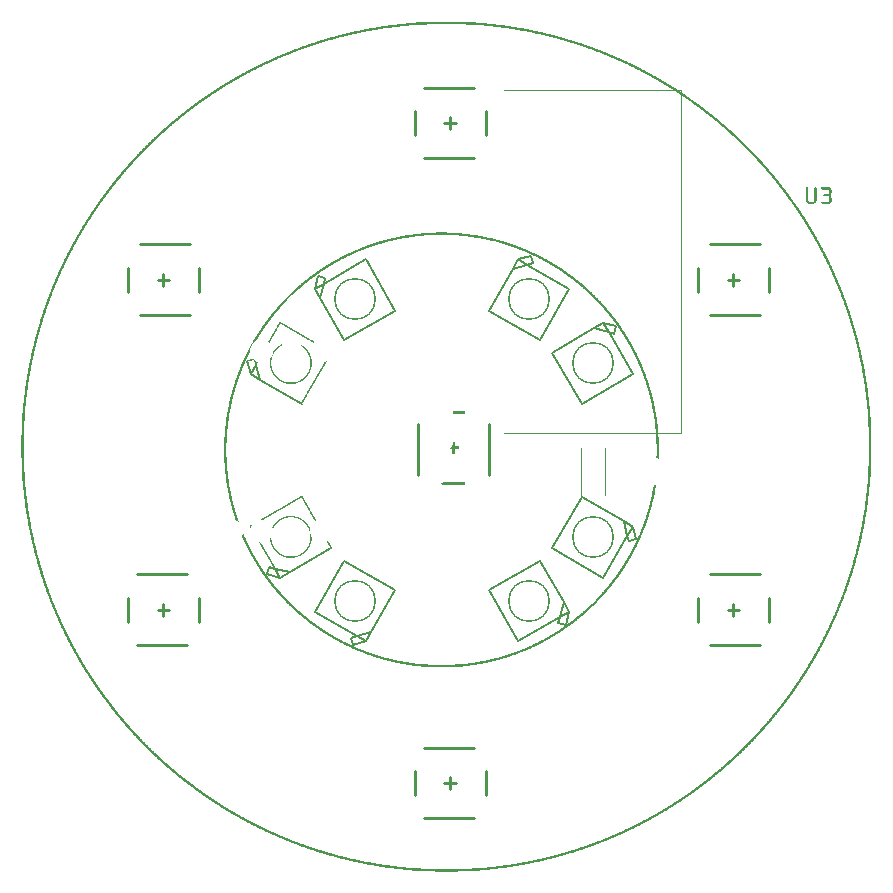
<source format=gto>
G04 MADE WITH FRITZING*
G04 WWW.FRITZING.ORG*
G04 DOUBLE SIDED*
G04 HOLES PLATED*
G04 CONTOUR ON CENTER OF CONTOUR VECTOR*
%ASAXBY*%
%FSLAX23Y23*%
%MOIN*%
%OFA0B0*%
%SFA1.0B1.0*%
%ADD10C,0.140469X0.130469*%
%ADD11C,0.001764*%
%ADD12C,0.010000*%
%ADD13C,0.005000*%
%ADD14R,0.001000X0.001000*%
%LNSILK1*%
G90*
G70*
G54D10*
X1111Y904D03*
X1111Y1909D03*
X1691Y1909D03*
X1904Y1696D03*
X1904Y1116D03*
X1691Y904D03*
G54D11*
X1609Y2606D02*
X2200Y2606D01*
D02*
X2200Y2606D02*
X2200Y1464D01*
D02*
X2200Y1464D02*
X1609Y1464D01*
D02*
X1944Y1257D02*
X1944Y1415D01*
D02*
X1865Y1257D02*
X1865Y1415D01*
G54D12*
D02*
X591Y2014D02*
X591Y1935D01*
D02*
X395Y2093D02*
X562Y2093D01*
D02*
X395Y1856D02*
X562Y1856D01*
D02*
X355Y2014D02*
X355Y1935D01*
D02*
X473Y1994D02*
X473Y1955D01*
D02*
X493Y1975D02*
X454Y1975D01*
D02*
X1311Y2458D02*
X1311Y2537D01*
D02*
X1508Y2379D02*
X1341Y2379D01*
D02*
X1508Y2615D02*
X1341Y2615D01*
D02*
X1547Y2458D02*
X1547Y2537D01*
D02*
X1429Y2478D02*
X1429Y2517D01*
D02*
X1410Y2497D02*
X1449Y2497D01*
D02*
X2491Y2014D02*
X2491Y1935D01*
D02*
X2295Y2093D02*
X2462Y2093D01*
D02*
X2295Y1856D02*
X2462Y1856D01*
D02*
X2255Y2014D02*
X2255Y1935D01*
D02*
X2373Y1994D02*
X2373Y1955D01*
D02*
X2393Y1975D02*
X2354Y1975D01*
D02*
X2491Y914D02*
X2491Y835D01*
D02*
X2295Y993D02*
X2462Y993D01*
D02*
X2295Y756D02*
X2462Y756D01*
D02*
X2255Y914D02*
X2255Y835D01*
D02*
X2373Y894D02*
X2373Y855D01*
D02*
X2393Y875D02*
X2354Y875D01*
D02*
X1311Y258D02*
X1311Y337D01*
D02*
X1508Y179D02*
X1341Y179D01*
D02*
X1508Y415D02*
X1341Y415D01*
D02*
X1547Y258D02*
X1547Y337D01*
D02*
X1429Y278D02*
X1429Y317D01*
D02*
X1410Y297D02*
X1449Y297D01*
D02*
X1558Y1493D02*
X1558Y1325D01*
D02*
X1322Y1493D02*
X1322Y1325D01*
D02*
X355Y835D02*
X355Y914D01*
D02*
X552Y756D02*
X385Y756D01*
D02*
X552Y993D02*
X385Y993D01*
D02*
X591Y835D02*
X591Y914D01*
D02*
X473Y855D02*
X473Y894D01*
D02*
X454Y875D02*
X493Y875D01*
G54D13*
D02*
X1075Y1038D02*
X1246Y940D01*
D02*
X1246Y940D02*
X1165Y800D01*
D02*
X1165Y800D02*
X1147Y769D01*
D02*
X1147Y769D02*
X1117Y787D01*
D02*
X1117Y787D02*
X977Y868D01*
D02*
X977Y868D02*
X1075Y1038D01*
D02*
X1165Y800D02*
X1117Y787D01*
D02*
X1117Y787D02*
X1098Y782D01*
D02*
X1098Y782D02*
X1104Y758D01*
D02*
X1104Y758D02*
X1147Y769D01*
D02*
X1033Y1080D02*
X894Y999D01*
D02*
X894Y999D02*
X863Y982D01*
D02*
X863Y982D02*
X845Y1012D01*
D02*
X894Y999D02*
X845Y1012D01*
D02*
X845Y1012D02*
X826Y1018D01*
D02*
X826Y1018D02*
X820Y993D01*
D02*
X820Y993D02*
X863Y982D01*
D02*
X935Y1562D02*
X795Y1642D01*
D02*
X795Y1642D02*
X765Y1660D01*
D02*
X765Y1660D02*
X782Y1691D01*
D02*
X795Y1642D02*
X782Y1691D01*
D02*
X753Y1703D02*
X765Y1660D01*
D02*
X1246Y1872D02*
X1075Y1774D01*
D02*
X1075Y1774D02*
X995Y1914D01*
D02*
X995Y1914D02*
X977Y1945D01*
D02*
X977Y1945D02*
X1008Y1962D01*
D02*
X1008Y1962D02*
X1147Y2043D01*
D02*
X1147Y2043D02*
X1246Y1872D01*
D02*
X995Y1914D02*
X1008Y1962D01*
D02*
X1008Y1962D02*
X1013Y1981D01*
D02*
X1013Y1981D02*
X988Y1988D01*
D02*
X988Y1988D02*
X977Y1945D01*
D02*
X1727Y1774D02*
X1557Y1872D01*
D02*
X1557Y1872D02*
X1638Y2012D01*
D02*
X1638Y2012D02*
X1655Y2043D01*
D02*
X1655Y2043D02*
X1686Y2025D01*
D02*
X1686Y2025D02*
X1826Y1945D01*
D02*
X1826Y1945D02*
X1727Y1774D01*
D02*
X1638Y2012D02*
X1686Y2025D01*
D02*
X1686Y2025D02*
X1705Y2030D01*
D02*
X1705Y2030D02*
X1698Y2055D01*
D02*
X1698Y2055D02*
X1655Y2043D01*
D02*
X1868Y1562D02*
X1769Y1732D01*
D02*
X1769Y1732D02*
X1909Y1813D01*
D02*
X1909Y1813D02*
X1940Y1831D01*
D02*
X1940Y1831D02*
X1957Y1800D01*
D02*
X1957Y1800D02*
X2038Y1660D01*
D02*
X2038Y1660D02*
X1868Y1562D01*
D02*
X1909Y1813D02*
X1957Y1800D01*
D02*
X1957Y1800D02*
X1976Y1795D01*
D02*
X1976Y1795D02*
X1983Y1819D01*
D02*
X1983Y1819D02*
X1940Y1831D01*
D02*
X1769Y1080D02*
X1868Y1251D01*
D02*
X1868Y1251D02*
X2007Y1170D01*
D02*
X2007Y1170D02*
X2038Y1152D01*
D02*
X2038Y1152D02*
X2020Y1122D01*
D02*
X2020Y1122D02*
X1940Y982D01*
D02*
X1940Y982D02*
X1769Y1080D01*
D02*
X2007Y1170D02*
X2020Y1122D01*
D02*
X2020Y1122D02*
X2025Y1103D01*
D02*
X2025Y1103D02*
X2050Y1109D01*
D02*
X2050Y1109D02*
X2038Y1152D01*
D02*
X1557Y940D02*
X1727Y1038D01*
D02*
X1727Y1038D02*
X1808Y899D01*
D02*
X1808Y899D02*
X1826Y868D01*
D02*
X1826Y868D02*
X1795Y850D01*
D02*
X1795Y850D02*
X1655Y769D01*
D02*
X1655Y769D02*
X1557Y940D01*
D02*
X1808Y899D02*
X1795Y850D01*
D02*
X1795Y850D02*
X1790Y831D01*
D02*
X1790Y831D02*
X1814Y825D01*
D02*
X1814Y825D02*
X1826Y868D01*
G54D14*
X1379Y2835D02*
X1454Y2835D01*
X1352Y2834D02*
X1481Y2834D01*
X1333Y2833D02*
X1500Y2833D01*
X1317Y2832D02*
X1516Y2832D01*
X1304Y2831D02*
X1529Y2831D01*
X1292Y2830D02*
X1541Y2830D01*
X1281Y2829D02*
X1552Y2829D01*
X1271Y2828D02*
X1562Y2828D01*
X1261Y2827D02*
X1378Y2827D01*
X1455Y2827D02*
X1572Y2827D01*
X1252Y2826D02*
X1351Y2826D01*
X1482Y2826D02*
X1581Y2826D01*
X1244Y2825D02*
X1332Y2825D01*
X1501Y2825D02*
X1589Y2825D01*
X1236Y2824D02*
X1316Y2824D01*
X1517Y2824D02*
X1597Y2824D01*
X1228Y2823D02*
X1303Y2823D01*
X1530Y2823D02*
X1605Y2823D01*
X1221Y2822D02*
X1291Y2822D01*
X1542Y2822D02*
X1612Y2822D01*
X1214Y2821D02*
X1280Y2821D01*
X1553Y2821D02*
X1619Y2821D01*
X1207Y2820D02*
X1270Y2820D01*
X1563Y2820D02*
X1626Y2820D01*
X1200Y2819D02*
X1260Y2819D01*
X1573Y2819D02*
X1633Y2819D01*
X1194Y2818D02*
X1251Y2818D01*
X1582Y2818D02*
X1639Y2818D01*
X1188Y2817D02*
X1243Y2817D01*
X1590Y2817D02*
X1645Y2817D01*
X1182Y2816D02*
X1235Y2816D01*
X1598Y2816D02*
X1651Y2816D01*
X1176Y2815D02*
X1228Y2815D01*
X1605Y2815D02*
X1657Y2815D01*
X1170Y2814D02*
X1220Y2814D01*
X1613Y2814D02*
X1663Y2814D01*
X1164Y2813D02*
X1213Y2813D01*
X1620Y2813D02*
X1669Y2813D01*
X1159Y2812D02*
X1206Y2812D01*
X1627Y2812D02*
X1674Y2812D01*
X1154Y2811D02*
X1200Y2811D01*
X1633Y2811D02*
X1679Y2811D01*
X1148Y2810D02*
X1193Y2810D01*
X1640Y2810D02*
X1685Y2810D01*
X1143Y2809D02*
X1187Y2809D01*
X1646Y2809D02*
X1690Y2809D01*
X1138Y2808D02*
X1181Y2808D01*
X1652Y2808D02*
X1695Y2808D01*
X1133Y2807D02*
X1175Y2807D01*
X1658Y2807D02*
X1700Y2807D01*
X1128Y2806D02*
X1169Y2806D01*
X1664Y2806D02*
X1705Y2806D01*
X1124Y2805D02*
X1164Y2805D01*
X1669Y2805D02*
X1709Y2805D01*
X1119Y2804D02*
X1158Y2804D01*
X1675Y2804D02*
X1714Y2804D01*
X1115Y2803D02*
X1153Y2803D01*
X1680Y2803D02*
X1718Y2803D01*
X1110Y2802D02*
X1148Y2802D01*
X1685Y2802D02*
X1723Y2802D01*
X1105Y2801D02*
X1143Y2801D01*
X1690Y2801D02*
X1728Y2801D01*
X1101Y2800D02*
X1137Y2800D01*
X1695Y2800D02*
X1732Y2800D01*
X1096Y2799D02*
X1132Y2799D01*
X1701Y2799D02*
X1737Y2799D01*
X1092Y2798D02*
X1128Y2798D01*
X1705Y2798D02*
X1741Y2798D01*
X1088Y2797D02*
X1123Y2797D01*
X1710Y2797D02*
X1745Y2797D01*
X1084Y2796D02*
X1119Y2796D01*
X1714Y2796D02*
X1749Y2796D01*
X1080Y2795D02*
X1114Y2795D01*
X1719Y2795D02*
X1753Y2795D01*
X1076Y2794D02*
X1109Y2794D01*
X1724Y2794D02*
X1757Y2794D01*
X1072Y2793D02*
X1105Y2793D01*
X1728Y2793D02*
X1761Y2793D01*
X1068Y2792D02*
X1100Y2792D01*
X1733Y2792D02*
X1765Y2792D01*
X1064Y2791D02*
X1096Y2791D01*
X1737Y2791D02*
X1769Y2791D01*
X1060Y2790D02*
X1092Y2790D01*
X1741Y2790D02*
X1773Y2790D01*
X1056Y2789D02*
X1088Y2789D01*
X1745Y2789D02*
X1777Y2789D01*
X1052Y2788D02*
X1084Y2788D01*
X1749Y2788D02*
X1781Y2788D01*
X1049Y2787D02*
X1079Y2787D01*
X1754Y2787D02*
X1784Y2787D01*
X1045Y2786D02*
X1075Y2786D01*
X1758Y2786D02*
X1788Y2786D01*
X1041Y2785D02*
X1071Y2785D01*
X1762Y2785D02*
X1792Y2785D01*
X1038Y2784D02*
X1067Y2784D01*
X1766Y2784D02*
X1795Y2784D01*
X1034Y2783D02*
X1063Y2783D01*
X1770Y2783D02*
X1799Y2783D01*
X1030Y2782D02*
X1059Y2782D01*
X1774Y2782D02*
X1803Y2782D01*
X1027Y2781D02*
X1056Y2781D01*
X1777Y2781D02*
X1806Y2781D01*
X1023Y2780D02*
X1052Y2780D01*
X1781Y2780D02*
X1810Y2780D01*
X1020Y2779D02*
X1048Y2779D01*
X1785Y2779D02*
X1813Y2779D01*
X1017Y2778D02*
X1045Y2778D01*
X1788Y2778D02*
X1816Y2778D01*
X1013Y2777D02*
X1041Y2777D01*
X1792Y2777D02*
X1820Y2777D01*
X1010Y2776D02*
X1037Y2776D01*
X1796Y2776D02*
X1823Y2776D01*
X1007Y2775D02*
X1034Y2775D01*
X1799Y2775D02*
X1826Y2775D01*
X1003Y2774D02*
X1030Y2774D01*
X1803Y2774D02*
X1830Y2774D01*
X1000Y2773D02*
X1027Y2773D01*
X1806Y2773D02*
X1833Y2773D01*
X997Y2772D02*
X1023Y2772D01*
X1810Y2772D02*
X1836Y2772D01*
X993Y2771D02*
X1020Y2771D01*
X1813Y2771D02*
X1840Y2771D01*
X990Y2770D02*
X1016Y2770D01*
X1817Y2770D02*
X1843Y2770D01*
X987Y2769D02*
X1013Y2769D01*
X1820Y2769D02*
X1846Y2769D01*
X984Y2768D02*
X1010Y2768D01*
X1823Y2768D02*
X1849Y2768D01*
X981Y2767D02*
X1006Y2767D01*
X1827Y2767D02*
X1852Y2767D01*
X978Y2766D02*
X1003Y2766D01*
X1830Y2766D02*
X1855Y2766D01*
X975Y2765D02*
X1000Y2765D01*
X1833Y2765D02*
X1858Y2765D01*
X972Y2764D02*
X996Y2764D01*
X1837Y2764D02*
X1861Y2764D01*
X969Y2763D02*
X993Y2763D01*
X1840Y2763D02*
X1864Y2763D01*
X966Y2762D02*
X990Y2762D01*
X1843Y2762D02*
X1867Y2762D01*
X963Y2761D02*
X987Y2761D01*
X1846Y2761D02*
X1870Y2761D01*
X960Y2760D02*
X984Y2760D01*
X1849Y2760D02*
X1873Y2760D01*
X957Y2759D02*
X981Y2759D01*
X1852Y2759D02*
X1876Y2759D01*
X954Y2758D02*
X978Y2758D01*
X1855Y2758D02*
X1879Y2758D01*
X951Y2757D02*
X975Y2757D01*
X1858Y2757D02*
X1882Y2757D01*
X948Y2756D02*
X972Y2756D01*
X1861Y2756D02*
X1885Y2756D01*
X946Y2755D02*
X969Y2755D01*
X1864Y2755D02*
X1887Y2755D01*
X943Y2754D02*
X965Y2754D01*
X1868Y2754D02*
X1890Y2754D01*
X940Y2753D02*
X963Y2753D01*
X1870Y2753D02*
X1893Y2753D01*
X937Y2752D02*
X960Y2752D01*
X1873Y2752D02*
X1896Y2752D01*
X934Y2751D02*
X957Y2751D01*
X1876Y2751D02*
X1899Y2751D01*
X931Y2750D02*
X954Y2750D01*
X1879Y2750D02*
X1902Y2750D01*
X929Y2749D02*
X951Y2749D01*
X1882Y2749D02*
X1904Y2749D01*
X926Y2748D02*
X948Y2748D01*
X1885Y2748D02*
X1907Y2748D01*
X923Y2747D02*
X946Y2747D01*
X1887Y2747D02*
X1910Y2747D01*
X921Y2746D02*
X943Y2746D01*
X1890Y2746D02*
X1912Y2746D01*
X918Y2745D02*
X940Y2745D01*
X1893Y2745D02*
X1915Y2745D01*
X915Y2744D02*
X937Y2744D01*
X1896Y2744D02*
X1918Y2744D01*
X913Y2743D02*
X934Y2743D01*
X1899Y2743D02*
X1920Y2743D01*
X910Y2742D02*
X931Y2742D01*
X1902Y2742D02*
X1923Y2742D01*
X908Y2741D02*
X929Y2741D01*
X1904Y2741D02*
X1925Y2741D01*
X905Y2740D02*
X926Y2740D01*
X1907Y2740D02*
X1928Y2740D01*
X902Y2739D02*
X923Y2739D01*
X1910Y2739D02*
X1931Y2739D01*
X900Y2738D02*
X921Y2738D01*
X1912Y2738D02*
X1933Y2738D01*
X897Y2737D02*
X918Y2737D01*
X1915Y2737D02*
X1936Y2737D01*
X895Y2736D02*
X916Y2736D01*
X1917Y2736D02*
X1938Y2736D01*
X892Y2735D02*
X913Y2735D01*
X1920Y2735D02*
X1941Y2735D01*
X890Y2734D02*
X910Y2734D01*
X1923Y2734D02*
X1943Y2734D01*
X887Y2733D02*
X908Y2733D01*
X1925Y2733D02*
X1946Y2733D01*
X885Y2732D02*
X905Y2732D01*
X1928Y2732D02*
X1948Y2732D01*
X882Y2731D02*
X902Y2731D01*
X1931Y2731D02*
X1951Y2731D01*
X880Y2730D02*
X900Y2730D01*
X1933Y2730D02*
X1953Y2730D01*
X878Y2729D02*
X897Y2729D01*
X1936Y2729D02*
X1955Y2729D01*
X875Y2728D02*
X895Y2728D01*
X1938Y2728D02*
X1958Y2728D01*
X873Y2727D02*
X892Y2727D01*
X1941Y2727D02*
X1960Y2727D01*
X870Y2726D02*
X890Y2726D01*
X1943Y2726D02*
X1963Y2726D01*
X868Y2725D02*
X887Y2725D01*
X1946Y2725D02*
X1965Y2725D01*
X865Y2724D02*
X885Y2724D01*
X1948Y2724D02*
X1968Y2724D01*
X863Y2723D02*
X883Y2723D01*
X1950Y2723D02*
X1970Y2723D01*
X861Y2722D02*
X880Y2722D01*
X1953Y2722D02*
X1972Y2722D01*
X858Y2721D02*
X878Y2721D01*
X1955Y2721D02*
X1975Y2721D01*
X856Y2720D02*
X875Y2720D01*
X1958Y2720D02*
X1977Y2720D01*
X854Y2719D02*
X873Y2719D01*
X1960Y2719D02*
X1979Y2719D01*
X852Y2718D02*
X870Y2718D01*
X1963Y2718D02*
X1981Y2718D01*
X849Y2717D02*
X868Y2717D01*
X1965Y2717D02*
X1984Y2717D01*
X847Y2716D02*
X866Y2716D01*
X1967Y2716D02*
X1986Y2716D01*
X845Y2715D02*
X863Y2715D01*
X1970Y2715D02*
X1988Y2715D01*
X842Y2714D02*
X861Y2714D01*
X1972Y2714D02*
X1991Y2714D01*
X840Y2713D02*
X859Y2713D01*
X1974Y2713D02*
X1993Y2713D01*
X838Y2712D02*
X856Y2712D01*
X1977Y2712D02*
X1995Y2712D01*
X836Y2711D02*
X854Y2711D01*
X1979Y2711D02*
X1997Y2711D01*
X833Y2710D02*
X852Y2710D01*
X1981Y2710D02*
X2000Y2710D01*
X831Y2709D02*
X850Y2709D01*
X1983Y2709D02*
X2002Y2709D01*
X829Y2708D02*
X847Y2708D01*
X1986Y2708D02*
X2004Y2708D01*
X827Y2707D02*
X845Y2707D01*
X1988Y2707D02*
X2006Y2707D01*
X825Y2706D02*
X843Y2706D01*
X1990Y2706D02*
X2008Y2706D01*
X823Y2705D02*
X840Y2705D01*
X1993Y2705D02*
X2010Y2705D01*
X820Y2704D02*
X838Y2704D01*
X1995Y2704D02*
X2013Y2704D01*
X818Y2703D02*
X836Y2703D01*
X1997Y2703D02*
X2015Y2703D01*
X816Y2702D02*
X834Y2702D01*
X1999Y2702D02*
X2017Y2702D01*
X814Y2701D02*
X832Y2701D01*
X2001Y2701D02*
X2019Y2701D01*
X812Y2700D02*
X829Y2700D01*
X2004Y2700D02*
X2021Y2700D01*
X810Y2699D02*
X827Y2699D01*
X2006Y2699D02*
X2023Y2699D01*
X808Y2698D02*
X825Y2698D01*
X2008Y2698D02*
X2025Y2698D01*
X805Y2697D02*
X823Y2697D01*
X2010Y2697D02*
X2028Y2697D01*
X803Y2696D02*
X821Y2696D01*
X2012Y2696D02*
X2030Y2696D01*
X801Y2695D02*
X819Y2695D01*
X2014Y2695D02*
X2032Y2695D01*
X799Y2694D02*
X817Y2694D01*
X2016Y2694D02*
X2034Y2694D01*
X797Y2693D02*
X814Y2693D01*
X2019Y2693D02*
X2036Y2693D01*
X795Y2692D02*
X812Y2692D01*
X2021Y2692D02*
X2038Y2692D01*
X793Y2691D02*
X810Y2691D01*
X2023Y2691D02*
X2040Y2691D01*
X791Y2690D02*
X808Y2690D01*
X2025Y2690D02*
X2042Y2690D01*
X789Y2689D02*
X806Y2689D01*
X2027Y2689D02*
X2044Y2689D01*
X787Y2688D02*
X804Y2688D01*
X2029Y2688D02*
X2046Y2688D01*
X785Y2687D02*
X802Y2687D01*
X2031Y2687D02*
X2048Y2687D01*
X783Y2686D02*
X800Y2686D01*
X2033Y2686D02*
X2050Y2686D01*
X781Y2685D02*
X798Y2685D01*
X2035Y2685D02*
X2052Y2685D01*
X779Y2684D02*
X796Y2684D01*
X2037Y2684D02*
X2054Y2684D01*
X777Y2683D02*
X794Y2683D01*
X2039Y2683D02*
X2056Y2683D01*
X775Y2682D02*
X792Y2682D01*
X2041Y2682D02*
X2058Y2682D01*
X773Y2681D02*
X790Y2681D01*
X2043Y2681D02*
X2060Y2681D01*
X771Y2680D02*
X788Y2680D01*
X2045Y2680D02*
X2062Y2680D01*
X769Y2679D02*
X786Y2679D01*
X2047Y2679D02*
X2064Y2679D01*
X767Y2678D02*
X784Y2678D01*
X2049Y2678D02*
X2066Y2678D01*
X765Y2677D02*
X782Y2677D01*
X2051Y2677D02*
X2068Y2677D01*
X764Y2676D02*
X780Y2676D01*
X2053Y2676D02*
X2069Y2676D01*
X762Y2675D02*
X778Y2675D01*
X2055Y2675D02*
X2071Y2675D01*
X760Y2674D02*
X776Y2674D01*
X2057Y2674D02*
X2073Y2674D01*
X758Y2673D02*
X774Y2673D01*
X2059Y2673D02*
X2075Y2673D01*
X756Y2672D02*
X772Y2672D01*
X2061Y2672D02*
X2077Y2672D01*
X754Y2671D02*
X770Y2671D01*
X2063Y2671D02*
X2079Y2671D01*
X752Y2670D02*
X768Y2670D01*
X2065Y2670D02*
X2081Y2670D01*
X750Y2669D02*
X766Y2669D01*
X2067Y2669D02*
X2083Y2669D01*
X748Y2668D02*
X764Y2668D01*
X2069Y2668D02*
X2085Y2668D01*
X746Y2667D02*
X762Y2667D01*
X2071Y2667D02*
X2086Y2667D01*
X745Y2666D02*
X760Y2666D01*
X2073Y2666D02*
X2088Y2666D01*
X743Y2665D02*
X759Y2665D01*
X2074Y2665D02*
X2090Y2665D01*
X741Y2664D02*
X757Y2664D01*
X2076Y2664D02*
X2092Y2664D01*
X739Y2663D02*
X755Y2663D01*
X2078Y2663D02*
X2094Y2663D01*
X737Y2662D02*
X753Y2662D01*
X2080Y2662D02*
X2096Y2662D01*
X735Y2661D02*
X751Y2661D01*
X2082Y2661D02*
X2098Y2661D01*
X734Y2660D02*
X749Y2660D01*
X2084Y2660D02*
X2099Y2660D01*
X732Y2659D02*
X747Y2659D01*
X2086Y2659D02*
X2101Y2659D01*
X730Y2658D02*
X745Y2658D01*
X2088Y2658D02*
X2103Y2658D01*
X728Y2657D02*
X743Y2657D01*
X2090Y2657D02*
X2105Y2657D01*
X727Y2656D02*
X742Y2656D01*
X2091Y2656D02*
X2106Y2656D01*
X725Y2655D02*
X740Y2655D01*
X2093Y2655D02*
X2108Y2655D01*
X723Y2654D02*
X738Y2654D01*
X2095Y2654D02*
X2110Y2654D01*
X721Y2653D02*
X736Y2653D01*
X2097Y2653D02*
X2112Y2653D01*
X719Y2652D02*
X735Y2652D01*
X2098Y2652D02*
X2114Y2652D01*
X718Y2651D02*
X733Y2651D01*
X2100Y2651D02*
X2115Y2651D01*
X716Y2650D02*
X731Y2650D01*
X2102Y2650D02*
X2117Y2650D01*
X714Y2649D02*
X729Y2649D01*
X2104Y2649D02*
X2119Y2649D01*
X712Y2648D02*
X727Y2648D01*
X2106Y2648D02*
X2121Y2648D01*
X710Y2647D02*
X726Y2647D01*
X2107Y2647D02*
X2122Y2647D01*
X709Y2646D02*
X724Y2646D01*
X2109Y2646D02*
X2124Y2646D01*
X707Y2645D02*
X722Y2645D01*
X2111Y2645D02*
X2126Y2645D01*
X705Y2644D02*
X720Y2644D01*
X2113Y2644D02*
X2128Y2644D01*
X704Y2643D02*
X718Y2643D01*
X2115Y2643D02*
X2129Y2643D01*
X702Y2642D02*
X717Y2642D01*
X2116Y2642D02*
X2131Y2642D01*
X700Y2641D02*
X715Y2641D01*
X2118Y2641D02*
X2133Y2641D01*
X699Y2640D02*
X713Y2640D01*
X2120Y2640D02*
X2134Y2640D01*
X697Y2639D02*
X711Y2639D01*
X2122Y2639D02*
X2136Y2639D01*
X695Y2638D02*
X710Y2638D01*
X2123Y2638D02*
X2138Y2638D01*
X694Y2637D02*
X708Y2637D01*
X2125Y2637D02*
X2139Y2637D01*
X692Y2636D02*
X706Y2636D01*
X2127Y2636D02*
X2141Y2636D01*
X690Y2635D02*
X705Y2635D01*
X2128Y2635D02*
X2143Y2635D01*
X688Y2634D02*
X703Y2634D01*
X2130Y2634D02*
X2144Y2634D01*
X687Y2633D02*
X701Y2633D01*
X2132Y2633D02*
X2146Y2633D01*
X685Y2632D02*
X700Y2632D01*
X2133Y2632D02*
X2148Y2632D01*
X683Y2631D02*
X698Y2631D01*
X2135Y2631D02*
X2150Y2631D01*
X682Y2630D02*
X696Y2630D01*
X2137Y2630D02*
X2151Y2630D01*
X680Y2629D02*
X695Y2629D01*
X2138Y2629D02*
X2153Y2629D01*
X679Y2628D02*
X693Y2628D01*
X2140Y2628D02*
X2154Y2628D01*
X677Y2627D02*
X691Y2627D01*
X2142Y2627D02*
X2156Y2627D01*
X675Y2626D02*
X689Y2626D01*
X2144Y2626D02*
X2158Y2626D01*
X674Y2625D02*
X688Y2625D01*
X2145Y2625D02*
X2159Y2625D01*
X672Y2624D02*
X686Y2624D01*
X2147Y2624D02*
X2161Y2624D01*
X671Y2623D02*
X684Y2623D01*
X2149Y2623D02*
X2162Y2623D01*
X669Y2622D02*
X683Y2622D01*
X2150Y2622D02*
X2164Y2622D01*
X667Y2621D02*
X681Y2621D01*
X2152Y2621D02*
X2166Y2621D01*
X666Y2620D02*
X680Y2620D01*
X2153Y2620D02*
X2167Y2620D01*
X664Y2619D02*
X678Y2619D01*
X2155Y2619D02*
X2169Y2619D01*
X663Y2618D02*
X676Y2618D01*
X2157Y2618D02*
X2170Y2618D01*
X661Y2617D02*
X675Y2617D01*
X2158Y2617D02*
X2172Y2617D01*
X659Y2616D02*
X673Y2616D01*
X2160Y2616D02*
X2174Y2616D01*
X658Y2615D02*
X672Y2615D01*
X2161Y2615D02*
X2175Y2615D01*
X656Y2614D02*
X670Y2614D01*
X2163Y2614D02*
X2177Y2614D01*
X655Y2613D02*
X668Y2613D01*
X2165Y2613D02*
X2178Y2613D01*
X653Y2612D02*
X667Y2612D01*
X2166Y2612D02*
X2180Y2612D01*
X651Y2611D02*
X665Y2611D01*
X2168Y2611D02*
X2182Y2611D01*
X650Y2610D02*
X664Y2610D01*
X2169Y2610D02*
X2183Y2610D01*
X648Y2609D02*
X662Y2609D01*
X2171Y2609D02*
X2185Y2609D01*
X647Y2608D02*
X660Y2608D01*
X2173Y2608D02*
X2186Y2608D01*
X645Y2607D02*
X659Y2607D01*
X1608Y2607D02*
X1609Y2607D01*
X2174Y2607D02*
X2188Y2607D01*
X644Y2606D02*
X657Y2606D01*
X1608Y2606D02*
X1609Y2606D01*
X2176Y2606D02*
X2189Y2606D01*
X642Y2605D02*
X656Y2605D01*
X1608Y2605D02*
X1609Y2605D01*
X2177Y2605D02*
X2191Y2605D01*
X641Y2604D02*
X654Y2604D01*
X1608Y2604D02*
X1609Y2604D01*
X2179Y2604D02*
X2192Y2604D01*
X639Y2603D02*
X653Y2603D01*
X1608Y2603D02*
X1609Y2603D01*
X2180Y2603D02*
X2194Y2603D01*
X638Y2602D02*
X651Y2602D01*
X1608Y2602D02*
X1609Y2602D01*
X2182Y2602D02*
X2195Y2602D01*
X636Y2601D02*
X650Y2601D01*
X1608Y2601D02*
X1609Y2601D01*
X2183Y2601D02*
X2197Y2601D01*
X635Y2600D02*
X648Y2600D01*
X1608Y2600D02*
X1609Y2600D01*
X2185Y2600D02*
X2198Y2600D01*
X633Y2599D02*
X647Y2599D01*
X1608Y2599D02*
X1609Y2599D01*
X2186Y2599D02*
X2200Y2599D01*
X632Y2598D02*
X645Y2598D01*
X1608Y2598D02*
X1609Y2598D01*
X2188Y2598D02*
X2201Y2598D01*
X630Y2597D02*
X644Y2597D01*
X1608Y2597D02*
X1609Y2597D01*
X2189Y2597D02*
X2203Y2597D01*
X629Y2596D02*
X642Y2596D01*
X1608Y2596D02*
X1609Y2596D01*
X2191Y2596D02*
X2204Y2596D01*
X627Y2595D02*
X640Y2595D01*
X1608Y2595D02*
X1609Y2595D01*
X2193Y2595D02*
X2206Y2595D01*
X626Y2594D02*
X639Y2594D01*
X1608Y2594D02*
X1609Y2594D01*
X2194Y2594D02*
X2207Y2594D01*
X624Y2593D02*
X637Y2593D01*
X1608Y2593D02*
X1609Y2593D01*
X2196Y2593D02*
X2209Y2593D01*
X623Y2592D02*
X636Y2592D01*
X1608Y2592D02*
X1609Y2592D01*
X2197Y2592D02*
X2210Y2592D01*
X621Y2591D02*
X634Y2591D01*
X1608Y2591D02*
X1609Y2591D01*
X2199Y2591D02*
X2212Y2591D01*
X620Y2590D02*
X633Y2590D01*
X1608Y2590D02*
X1609Y2590D01*
X2200Y2590D02*
X2213Y2590D01*
X618Y2589D02*
X631Y2589D01*
X1608Y2589D02*
X1609Y2589D01*
X2202Y2589D02*
X2215Y2589D01*
X617Y2588D02*
X630Y2588D01*
X1608Y2588D02*
X1609Y2588D01*
X2203Y2588D02*
X2216Y2588D01*
X615Y2587D02*
X628Y2587D01*
X1608Y2587D02*
X1609Y2587D01*
X2205Y2587D02*
X2218Y2587D01*
X614Y2586D02*
X627Y2586D01*
X1608Y2586D02*
X1609Y2586D01*
X2206Y2586D02*
X2219Y2586D01*
X613Y2585D02*
X625Y2585D01*
X1608Y2585D02*
X1609Y2585D01*
X2208Y2585D02*
X2220Y2585D01*
X611Y2584D02*
X624Y2584D01*
X1608Y2584D02*
X1609Y2584D01*
X2209Y2584D02*
X2222Y2584D01*
X610Y2583D02*
X623Y2583D01*
X1608Y2583D02*
X1609Y2583D01*
X2210Y2583D02*
X2223Y2583D01*
X608Y2582D02*
X621Y2582D01*
X1608Y2582D02*
X1609Y2582D01*
X2212Y2582D02*
X2225Y2582D01*
X607Y2581D02*
X620Y2581D01*
X1608Y2581D02*
X1609Y2581D01*
X2213Y2581D02*
X2226Y2581D01*
X605Y2580D02*
X618Y2580D01*
X1608Y2580D02*
X1609Y2580D01*
X2215Y2580D02*
X2228Y2580D01*
X604Y2579D02*
X617Y2579D01*
X1608Y2579D02*
X1609Y2579D01*
X2216Y2579D02*
X2229Y2579D01*
X602Y2578D02*
X615Y2578D01*
X1608Y2578D02*
X1609Y2578D01*
X2218Y2578D02*
X2231Y2578D01*
X601Y2577D02*
X614Y2577D01*
X1608Y2577D02*
X1609Y2577D01*
X2219Y2577D02*
X2232Y2577D01*
X600Y2576D02*
X612Y2576D01*
X1608Y2576D02*
X1609Y2576D01*
X2221Y2576D02*
X2233Y2576D01*
X598Y2575D02*
X611Y2575D01*
X1608Y2575D02*
X1609Y2575D01*
X2222Y2575D02*
X2235Y2575D01*
X597Y2574D02*
X610Y2574D01*
X1608Y2574D02*
X1609Y2574D01*
X2223Y2574D02*
X2236Y2574D01*
X595Y2573D02*
X608Y2573D01*
X1608Y2573D02*
X1609Y2573D01*
X2225Y2573D02*
X2238Y2573D01*
X594Y2572D02*
X607Y2572D01*
X1608Y2572D02*
X1609Y2572D01*
X2226Y2572D02*
X2239Y2572D01*
X593Y2571D02*
X605Y2571D01*
X1608Y2571D02*
X1609Y2571D01*
X2228Y2571D02*
X2240Y2571D01*
X591Y2570D02*
X604Y2570D01*
X1608Y2570D02*
X1609Y2570D01*
X2229Y2570D02*
X2242Y2570D01*
X590Y2569D02*
X602Y2569D01*
X1608Y2569D02*
X1609Y2569D01*
X2231Y2569D02*
X2243Y2569D01*
X588Y2568D02*
X601Y2568D01*
X1608Y2568D02*
X1609Y2568D01*
X2232Y2568D02*
X2245Y2568D01*
X587Y2567D02*
X600Y2567D01*
X1608Y2567D02*
X1609Y2567D01*
X2233Y2567D02*
X2246Y2567D01*
X586Y2566D02*
X598Y2566D01*
X1608Y2566D02*
X1609Y2566D01*
X2235Y2566D02*
X2247Y2566D01*
X584Y2565D02*
X597Y2565D01*
X1608Y2565D02*
X1609Y2565D01*
X2236Y2565D02*
X2249Y2565D01*
X583Y2564D02*
X595Y2564D01*
X1608Y2564D02*
X1609Y2564D01*
X2238Y2564D02*
X2250Y2564D01*
X582Y2563D02*
X594Y2563D01*
X1608Y2563D02*
X1609Y2563D01*
X2239Y2563D02*
X2251Y2563D01*
X580Y2562D02*
X593Y2562D01*
X1608Y2562D02*
X1609Y2562D01*
X2240Y2562D02*
X2253Y2562D01*
X579Y2561D02*
X591Y2561D01*
X1608Y2561D02*
X1609Y2561D01*
X2242Y2561D02*
X2254Y2561D01*
X577Y2560D02*
X590Y2560D01*
X1608Y2560D02*
X1609Y2560D01*
X2243Y2560D02*
X2256Y2560D01*
X576Y2559D02*
X589Y2559D01*
X1608Y2559D02*
X1609Y2559D01*
X2244Y2559D02*
X2257Y2559D01*
X575Y2558D02*
X587Y2558D01*
X1608Y2558D02*
X1609Y2558D01*
X2246Y2558D02*
X2258Y2558D01*
X573Y2557D02*
X586Y2557D01*
X1608Y2557D02*
X1609Y2557D01*
X2247Y2557D02*
X2260Y2557D01*
X572Y2556D02*
X584Y2556D01*
X1608Y2556D02*
X1609Y2556D01*
X2249Y2556D02*
X2261Y2556D01*
X571Y2555D02*
X583Y2555D01*
X1608Y2555D02*
X1609Y2555D01*
X2250Y2555D02*
X2262Y2555D01*
X569Y2554D02*
X582Y2554D01*
X1608Y2554D02*
X1609Y2554D01*
X2251Y2554D02*
X2264Y2554D01*
X568Y2553D02*
X580Y2553D01*
X1608Y2553D02*
X1609Y2553D01*
X2253Y2553D02*
X2265Y2553D01*
X567Y2552D02*
X579Y2552D01*
X1608Y2552D02*
X1609Y2552D01*
X2254Y2552D02*
X2266Y2552D01*
X565Y2551D02*
X578Y2551D01*
X1608Y2551D02*
X1609Y2551D01*
X2255Y2551D02*
X2268Y2551D01*
X564Y2550D02*
X576Y2550D01*
X1608Y2550D02*
X1609Y2550D01*
X2257Y2550D02*
X2269Y2550D01*
X563Y2549D02*
X575Y2549D01*
X1608Y2549D02*
X1609Y2549D01*
X2258Y2549D02*
X2270Y2549D01*
X561Y2548D02*
X574Y2548D01*
X1608Y2548D02*
X1609Y2548D01*
X2259Y2548D02*
X2272Y2548D01*
X560Y2547D02*
X572Y2547D01*
X1608Y2547D02*
X1609Y2547D01*
X2261Y2547D02*
X2273Y2547D01*
X559Y2546D02*
X571Y2546D01*
X1608Y2546D02*
X1609Y2546D01*
X2262Y2546D02*
X2274Y2546D01*
X557Y2545D02*
X570Y2545D01*
X1608Y2545D02*
X1609Y2545D01*
X2263Y2545D02*
X2275Y2545D01*
X556Y2544D02*
X568Y2544D01*
X1608Y2544D02*
X1609Y2544D01*
X2265Y2544D02*
X2277Y2544D01*
X555Y2543D02*
X567Y2543D01*
X1608Y2543D02*
X1609Y2543D01*
X2266Y2543D02*
X2278Y2543D01*
X554Y2542D02*
X566Y2542D01*
X1608Y2542D02*
X1609Y2542D01*
X2267Y2542D02*
X2279Y2542D01*
X552Y2541D02*
X564Y2541D01*
X1608Y2541D02*
X1609Y2541D01*
X2269Y2541D02*
X2281Y2541D01*
X551Y2540D02*
X563Y2540D01*
X1608Y2540D02*
X1609Y2540D01*
X2270Y2540D02*
X2282Y2540D01*
X550Y2539D02*
X562Y2539D01*
X1608Y2539D02*
X1609Y2539D01*
X2271Y2539D02*
X2283Y2539D01*
X548Y2538D02*
X560Y2538D01*
X1608Y2538D02*
X1609Y2538D01*
X2273Y2538D02*
X2285Y2538D01*
X547Y2537D02*
X559Y2537D01*
X1608Y2537D02*
X1609Y2537D01*
X2274Y2537D02*
X2286Y2537D01*
X546Y2536D02*
X558Y2536D01*
X1608Y2536D02*
X1609Y2536D01*
X2275Y2536D02*
X2287Y2536D01*
X544Y2535D02*
X557Y2535D01*
X1608Y2535D02*
X1609Y2535D01*
X2276Y2535D02*
X2289Y2535D01*
X543Y2534D02*
X555Y2534D01*
X1608Y2534D02*
X1609Y2534D01*
X2278Y2534D02*
X2290Y2534D01*
X542Y2533D02*
X554Y2533D01*
X1608Y2533D02*
X1609Y2533D01*
X2279Y2533D02*
X2291Y2533D01*
X541Y2532D02*
X553Y2532D01*
X1608Y2532D02*
X1609Y2532D01*
X2280Y2532D02*
X2292Y2532D01*
X539Y2531D02*
X551Y2531D01*
X1608Y2531D02*
X1609Y2531D01*
X2282Y2531D02*
X2294Y2531D01*
X538Y2530D02*
X550Y2530D01*
X1608Y2530D02*
X1609Y2530D01*
X2283Y2530D02*
X2295Y2530D01*
X537Y2529D02*
X549Y2529D01*
X1608Y2529D02*
X1609Y2529D01*
X2284Y2529D02*
X2296Y2529D01*
X536Y2528D02*
X547Y2528D01*
X1608Y2528D02*
X1609Y2528D01*
X2286Y2528D02*
X2297Y2528D01*
X534Y2527D02*
X546Y2527D01*
X1608Y2527D02*
X1609Y2527D01*
X2287Y2527D02*
X2299Y2527D01*
X533Y2526D02*
X545Y2526D01*
X1608Y2526D02*
X1609Y2526D01*
X2288Y2526D02*
X2300Y2526D01*
X532Y2525D02*
X544Y2525D01*
X1608Y2525D02*
X1609Y2525D01*
X2289Y2525D02*
X2301Y2525D01*
X531Y2524D02*
X542Y2524D01*
X1608Y2524D02*
X1609Y2524D01*
X2291Y2524D02*
X2302Y2524D01*
X529Y2523D02*
X541Y2523D01*
X1608Y2523D02*
X1609Y2523D01*
X2292Y2523D02*
X2304Y2523D01*
X528Y2522D02*
X540Y2522D01*
X1608Y2522D02*
X1609Y2522D01*
X2293Y2522D02*
X2305Y2522D01*
X527Y2521D02*
X539Y2521D01*
X1608Y2521D02*
X1609Y2521D01*
X2294Y2521D02*
X2306Y2521D01*
X526Y2520D02*
X537Y2520D01*
X1608Y2520D02*
X1609Y2520D01*
X2296Y2520D02*
X2307Y2520D01*
X524Y2519D02*
X536Y2519D01*
X1608Y2519D02*
X1609Y2519D01*
X2297Y2519D02*
X2309Y2519D01*
X523Y2518D02*
X535Y2518D01*
X1608Y2518D02*
X1609Y2518D01*
X2298Y2518D02*
X2310Y2518D01*
X522Y2517D02*
X534Y2517D01*
X1608Y2517D02*
X1609Y2517D01*
X2299Y2517D02*
X2311Y2517D01*
X521Y2516D02*
X532Y2516D01*
X1608Y2516D02*
X1609Y2516D01*
X2301Y2516D02*
X2312Y2516D01*
X519Y2515D02*
X531Y2515D01*
X1608Y2515D02*
X1609Y2515D01*
X2302Y2515D02*
X2314Y2515D01*
X518Y2514D02*
X530Y2514D01*
X1608Y2514D02*
X1609Y2514D01*
X2303Y2514D02*
X2315Y2514D01*
X517Y2513D02*
X529Y2513D01*
X1608Y2513D02*
X1609Y2513D01*
X2304Y2513D02*
X2316Y2513D01*
X516Y2512D02*
X527Y2512D01*
X1608Y2512D02*
X1609Y2512D01*
X2306Y2512D02*
X2317Y2512D01*
X515Y2511D02*
X526Y2511D01*
X1608Y2511D02*
X1609Y2511D01*
X2307Y2511D02*
X2318Y2511D01*
X513Y2510D02*
X525Y2510D01*
X1608Y2510D02*
X1609Y2510D01*
X2308Y2510D02*
X2320Y2510D01*
X512Y2509D02*
X524Y2509D01*
X1608Y2509D02*
X1609Y2509D01*
X2309Y2509D02*
X2321Y2509D01*
X511Y2508D02*
X523Y2508D01*
X1608Y2508D02*
X1609Y2508D01*
X2310Y2508D02*
X2322Y2508D01*
X510Y2507D02*
X521Y2507D01*
X1608Y2507D02*
X1609Y2507D01*
X2312Y2507D02*
X2323Y2507D01*
X509Y2506D02*
X520Y2506D01*
X1608Y2506D02*
X1609Y2506D01*
X2313Y2506D02*
X2324Y2506D01*
X507Y2505D02*
X519Y2505D01*
X1608Y2505D02*
X1609Y2505D01*
X2314Y2505D02*
X2326Y2505D01*
X506Y2504D02*
X518Y2504D01*
X1608Y2504D02*
X1609Y2504D01*
X2315Y2504D02*
X2327Y2504D01*
X505Y2503D02*
X516Y2503D01*
X1608Y2503D02*
X1609Y2503D01*
X2317Y2503D02*
X2328Y2503D01*
X504Y2502D02*
X515Y2502D01*
X1608Y2502D02*
X1609Y2502D01*
X2318Y2502D02*
X2329Y2502D01*
X503Y2501D02*
X514Y2501D01*
X1608Y2501D02*
X1609Y2501D01*
X2319Y2501D02*
X2330Y2501D01*
X502Y2500D02*
X513Y2500D01*
X1608Y2500D02*
X1609Y2500D01*
X2320Y2500D02*
X2331Y2500D01*
X500Y2499D02*
X512Y2499D01*
X1608Y2499D02*
X1609Y2499D01*
X2321Y2499D02*
X2333Y2499D01*
X499Y2498D02*
X511Y2498D01*
X1608Y2498D02*
X1609Y2498D01*
X2322Y2498D02*
X2334Y2498D01*
X498Y2497D02*
X509Y2497D01*
X1608Y2497D02*
X1609Y2497D01*
X2324Y2497D02*
X2335Y2497D01*
X497Y2496D02*
X508Y2496D01*
X1608Y2496D02*
X1609Y2496D01*
X2325Y2496D02*
X2336Y2496D01*
X496Y2495D02*
X507Y2495D01*
X1608Y2495D02*
X1609Y2495D01*
X2326Y2495D02*
X2337Y2495D01*
X494Y2494D02*
X506Y2494D01*
X1608Y2494D02*
X1609Y2494D01*
X2327Y2494D02*
X2339Y2494D01*
X493Y2493D02*
X505Y2493D01*
X1608Y2493D02*
X1609Y2493D01*
X2328Y2493D02*
X2340Y2493D01*
X492Y2492D02*
X503Y2492D01*
X1608Y2492D02*
X1609Y2492D01*
X2330Y2492D02*
X2341Y2492D01*
X491Y2491D02*
X502Y2491D01*
X1608Y2491D02*
X1609Y2491D01*
X2331Y2491D02*
X2342Y2491D01*
X490Y2490D02*
X501Y2490D01*
X1608Y2490D02*
X1609Y2490D01*
X2332Y2490D02*
X2343Y2490D01*
X489Y2489D02*
X500Y2489D01*
X1608Y2489D02*
X1609Y2489D01*
X2333Y2489D02*
X2344Y2489D01*
X487Y2488D02*
X499Y2488D01*
X1608Y2488D02*
X1609Y2488D01*
X2334Y2488D02*
X2346Y2488D01*
X486Y2487D02*
X498Y2487D01*
X1608Y2487D02*
X1609Y2487D01*
X2335Y2487D02*
X2347Y2487D01*
X485Y2486D02*
X496Y2486D01*
X1608Y2486D02*
X1609Y2486D01*
X2337Y2486D02*
X2348Y2486D01*
X484Y2485D02*
X495Y2485D01*
X1608Y2485D02*
X1609Y2485D01*
X2338Y2485D02*
X2349Y2485D01*
X483Y2484D02*
X494Y2484D01*
X1608Y2484D02*
X1609Y2484D01*
X2339Y2484D02*
X2350Y2484D01*
X482Y2483D02*
X493Y2483D01*
X1608Y2483D02*
X1609Y2483D01*
X2340Y2483D02*
X2351Y2483D01*
X481Y2482D02*
X492Y2482D01*
X1608Y2482D02*
X1609Y2482D01*
X2341Y2482D02*
X2352Y2482D01*
X480Y2481D02*
X491Y2481D01*
X1608Y2481D02*
X1609Y2481D01*
X2342Y2481D02*
X2353Y2481D01*
X478Y2480D02*
X489Y2480D01*
X1608Y2480D02*
X1609Y2480D01*
X2343Y2480D02*
X2355Y2480D01*
X477Y2479D02*
X488Y2479D01*
X1608Y2479D02*
X1609Y2479D01*
X2345Y2479D02*
X2356Y2479D01*
X476Y2478D02*
X487Y2478D01*
X1608Y2478D02*
X1609Y2478D01*
X2346Y2478D02*
X2357Y2478D01*
X475Y2477D02*
X486Y2477D01*
X1608Y2477D02*
X1609Y2477D01*
X2347Y2477D02*
X2358Y2477D01*
X474Y2476D02*
X485Y2476D01*
X1608Y2476D02*
X1609Y2476D01*
X2348Y2476D02*
X2359Y2476D01*
X473Y2475D02*
X484Y2475D01*
X1608Y2475D02*
X1609Y2475D01*
X2349Y2475D02*
X2360Y2475D01*
X472Y2474D02*
X483Y2474D01*
X1608Y2474D02*
X1609Y2474D01*
X2350Y2474D02*
X2361Y2474D01*
X471Y2473D02*
X482Y2473D01*
X1608Y2473D02*
X1609Y2473D01*
X2351Y2473D02*
X2362Y2473D01*
X469Y2472D02*
X480Y2472D01*
X1608Y2472D02*
X1609Y2472D01*
X2353Y2472D02*
X2364Y2472D01*
X468Y2471D02*
X479Y2471D01*
X1608Y2471D02*
X1609Y2471D01*
X2354Y2471D02*
X2365Y2471D01*
X467Y2470D02*
X478Y2470D01*
X1608Y2470D02*
X1609Y2470D01*
X2355Y2470D02*
X2366Y2470D01*
X466Y2469D02*
X477Y2469D01*
X1608Y2469D02*
X1609Y2469D01*
X2356Y2469D02*
X2367Y2469D01*
X465Y2468D02*
X476Y2468D01*
X1608Y2468D02*
X1609Y2468D01*
X2357Y2468D02*
X2368Y2468D01*
X464Y2467D02*
X475Y2467D01*
X1608Y2467D02*
X1609Y2467D01*
X2358Y2467D02*
X2369Y2467D01*
X463Y2466D02*
X474Y2466D01*
X1608Y2466D02*
X1609Y2466D01*
X2359Y2466D02*
X2370Y2466D01*
X462Y2465D02*
X473Y2465D01*
X1608Y2465D02*
X1609Y2465D01*
X2360Y2465D02*
X2371Y2465D01*
X461Y2464D02*
X471Y2464D01*
X1608Y2464D02*
X1609Y2464D01*
X2362Y2464D02*
X2372Y2464D01*
X460Y2463D02*
X470Y2463D01*
X1608Y2463D02*
X1609Y2463D01*
X2363Y2463D02*
X2373Y2463D01*
X458Y2462D02*
X469Y2462D01*
X1608Y2462D02*
X1609Y2462D01*
X2364Y2462D02*
X2375Y2462D01*
X457Y2461D02*
X468Y2461D01*
X1608Y2461D02*
X1609Y2461D01*
X2365Y2461D02*
X2376Y2461D01*
X456Y2460D02*
X467Y2460D01*
X1608Y2460D02*
X1609Y2460D01*
X2366Y2460D02*
X2377Y2460D01*
X455Y2459D02*
X466Y2459D01*
X1608Y2459D02*
X1609Y2459D01*
X2367Y2459D02*
X2378Y2459D01*
X454Y2458D02*
X465Y2458D01*
X1608Y2458D02*
X1609Y2458D01*
X2368Y2458D02*
X2379Y2458D01*
X453Y2457D02*
X464Y2457D01*
X1608Y2457D02*
X1609Y2457D01*
X2369Y2457D02*
X2380Y2457D01*
X452Y2456D02*
X463Y2456D01*
X1608Y2456D02*
X1609Y2456D01*
X2370Y2456D02*
X2381Y2456D01*
X451Y2455D02*
X462Y2455D01*
X1608Y2455D02*
X1609Y2455D01*
X2371Y2455D02*
X2382Y2455D01*
X450Y2454D02*
X461Y2454D01*
X1608Y2454D02*
X1609Y2454D01*
X2372Y2454D02*
X2383Y2454D01*
X449Y2453D02*
X460Y2453D01*
X1608Y2453D02*
X1609Y2453D01*
X2373Y2453D02*
X2384Y2453D01*
X448Y2452D02*
X458Y2452D01*
X1608Y2452D02*
X1609Y2452D01*
X2375Y2452D02*
X2385Y2452D01*
X447Y2451D02*
X457Y2451D01*
X1608Y2451D02*
X1609Y2451D01*
X2376Y2451D02*
X2386Y2451D01*
X446Y2450D02*
X456Y2450D01*
X1608Y2450D02*
X1609Y2450D01*
X2377Y2450D02*
X2387Y2450D01*
X444Y2449D02*
X455Y2449D01*
X1608Y2449D02*
X1609Y2449D01*
X2378Y2449D02*
X2389Y2449D01*
X443Y2448D02*
X454Y2448D01*
X1608Y2448D02*
X1609Y2448D01*
X2379Y2448D02*
X2390Y2448D01*
X442Y2447D02*
X453Y2447D01*
X1608Y2447D02*
X1609Y2447D01*
X2380Y2447D02*
X2391Y2447D01*
X441Y2446D02*
X452Y2446D01*
X1608Y2446D02*
X1609Y2446D01*
X2381Y2446D02*
X2392Y2446D01*
X440Y2445D02*
X451Y2445D01*
X1608Y2445D02*
X1609Y2445D01*
X2382Y2445D02*
X2393Y2445D01*
X439Y2444D02*
X450Y2444D01*
X1608Y2444D02*
X1609Y2444D01*
X2383Y2444D02*
X2394Y2444D01*
X438Y2443D02*
X449Y2443D01*
X1608Y2443D02*
X1609Y2443D01*
X2384Y2443D02*
X2395Y2443D01*
X437Y2442D02*
X448Y2442D01*
X1608Y2442D02*
X1609Y2442D01*
X2385Y2442D02*
X2396Y2442D01*
X436Y2441D02*
X447Y2441D01*
X1608Y2441D02*
X1609Y2441D01*
X2386Y2441D02*
X2397Y2441D01*
X435Y2440D02*
X446Y2440D01*
X1608Y2440D02*
X1609Y2440D01*
X2387Y2440D02*
X2398Y2440D01*
X434Y2439D02*
X444Y2439D01*
X1608Y2439D02*
X1609Y2439D01*
X2389Y2439D02*
X2399Y2439D01*
X433Y2438D02*
X443Y2438D01*
X1608Y2438D02*
X1609Y2438D01*
X2390Y2438D02*
X2400Y2438D01*
X432Y2437D02*
X442Y2437D01*
X1608Y2437D02*
X1609Y2437D01*
X2391Y2437D02*
X2401Y2437D01*
X431Y2436D02*
X441Y2436D01*
X1608Y2436D02*
X1609Y2436D01*
X2392Y2436D02*
X2402Y2436D01*
X430Y2435D02*
X440Y2435D01*
X1608Y2435D02*
X1609Y2435D01*
X2393Y2435D02*
X2403Y2435D01*
X429Y2434D02*
X439Y2434D01*
X1608Y2434D02*
X1609Y2434D01*
X2394Y2434D02*
X2404Y2434D01*
X428Y2433D02*
X438Y2433D01*
X1608Y2433D02*
X1609Y2433D01*
X2395Y2433D02*
X2405Y2433D01*
X427Y2432D02*
X437Y2432D01*
X1608Y2432D02*
X1609Y2432D01*
X2396Y2432D02*
X2406Y2432D01*
X426Y2431D02*
X436Y2431D01*
X1608Y2431D02*
X1609Y2431D01*
X2397Y2431D02*
X2407Y2431D01*
X425Y2430D02*
X435Y2430D01*
X1608Y2430D02*
X1609Y2430D01*
X2398Y2430D02*
X2408Y2430D01*
X424Y2429D02*
X434Y2429D01*
X1608Y2429D02*
X1609Y2429D01*
X2399Y2429D02*
X2409Y2429D01*
X423Y2428D02*
X433Y2428D01*
X1608Y2428D02*
X1609Y2428D01*
X2400Y2428D02*
X2410Y2428D01*
X422Y2427D02*
X432Y2427D01*
X1608Y2427D02*
X1609Y2427D01*
X2401Y2427D02*
X2411Y2427D01*
X421Y2426D02*
X431Y2426D01*
X1608Y2426D02*
X1609Y2426D01*
X2402Y2426D02*
X2412Y2426D01*
X420Y2425D02*
X430Y2425D01*
X1608Y2425D02*
X1609Y2425D01*
X2403Y2425D02*
X2413Y2425D01*
X419Y2424D02*
X429Y2424D01*
X1608Y2424D02*
X1609Y2424D01*
X2404Y2424D02*
X2414Y2424D01*
X418Y2423D02*
X428Y2423D01*
X1608Y2423D02*
X1609Y2423D01*
X2405Y2423D02*
X2415Y2423D01*
X417Y2422D02*
X427Y2422D01*
X1608Y2422D02*
X1609Y2422D01*
X2406Y2422D02*
X2416Y2422D01*
X416Y2421D02*
X426Y2421D01*
X1608Y2421D02*
X1609Y2421D01*
X2407Y2421D02*
X2417Y2421D01*
X415Y2420D02*
X425Y2420D01*
X1608Y2420D02*
X1609Y2420D01*
X2408Y2420D02*
X2418Y2420D01*
X414Y2419D02*
X424Y2419D01*
X1608Y2419D02*
X1609Y2419D01*
X2409Y2419D02*
X2419Y2419D01*
X413Y2418D02*
X423Y2418D01*
X1608Y2418D02*
X1609Y2418D01*
X2410Y2418D02*
X2420Y2418D01*
X412Y2417D02*
X422Y2417D01*
X1608Y2417D02*
X1609Y2417D01*
X2411Y2417D02*
X2421Y2417D01*
X411Y2416D02*
X421Y2416D01*
X1608Y2416D02*
X1609Y2416D01*
X2412Y2416D02*
X2422Y2416D01*
X410Y2415D02*
X420Y2415D01*
X1608Y2415D02*
X1609Y2415D01*
X2413Y2415D02*
X2423Y2415D01*
X409Y2414D02*
X419Y2414D01*
X1608Y2414D02*
X1609Y2414D01*
X2414Y2414D02*
X2424Y2414D01*
X408Y2413D02*
X418Y2413D01*
X1608Y2413D02*
X1609Y2413D01*
X2415Y2413D02*
X2425Y2413D01*
X407Y2412D02*
X417Y2412D01*
X1608Y2412D02*
X1609Y2412D01*
X2416Y2412D02*
X2426Y2412D01*
X406Y2411D02*
X416Y2411D01*
X1608Y2411D02*
X1609Y2411D01*
X2417Y2411D02*
X2427Y2411D01*
X405Y2410D02*
X415Y2410D01*
X1608Y2410D02*
X1609Y2410D01*
X2418Y2410D02*
X2428Y2410D01*
X404Y2409D02*
X414Y2409D01*
X1608Y2409D02*
X1609Y2409D01*
X2419Y2409D02*
X2429Y2409D01*
X403Y2408D02*
X413Y2408D01*
X1608Y2408D02*
X1609Y2408D01*
X2420Y2408D02*
X2430Y2408D01*
X402Y2407D02*
X412Y2407D01*
X1608Y2407D02*
X1609Y2407D01*
X2421Y2407D02*
X2431Y2407D01*
X401Y2406D02*
X411Y2406D01*
X1608Y2406D02*
X1609Y2406D01*
X2422Y2406D02*
X2432Y2406D01*
X400Y2405D02*
X410Y2405D01*
X1608Y2405D02*
X1609Y2405D01*
X2423Y2405D02*
X2433Y2405D01*
X399Y2404D02*
X409Y2404D01*
X1608Y2404D02*
X1609Y2404D01*
X2424Y2404D02*
X2434Y2404D01*
X398Y2403D02*
X408Y2403D01*
X1608Y2403D02*
X1609Y2403D01*
X2425Y2403D02*
X2435Y2403D01*
X397Y2402D02*
X407Y2402D01*
X1608Y2402D02*
X1609Y2402D01*
X2426Y2402D02*
X2436Y2402D01*
X396Y2401D02*
X406Y2401D01*
X1608Y2401D02*
X1609Y2401D01*
X2427Y2401D02*
X2437Y2401D01*
X395Y2400D02*
X405Y2400D01*
X1608Y2400D02*
X1609Y2400D01*
X2428Y2400D02*
X2438Y2400D01*
X394Y2399D02*
X404Y2399D01*
X1608Y2399D02*
X1609Y2399D01*
X2429Y2399D02*
X2439Y2399D01*
X393Y2398D02*
X403Y2398D01*
X1608Y2398D02*
X1609Y2398D01*
X2430Y2398D02*
X2440Y2398D01*
X392Y2397D02*
X402Y2397D01*
X1608Y2397D02*
X1609Y2397D01*
X2431Y2397D02*
X2441Y2397D01*
X391Y2396D02*
X401Y2396D01*
X1608Y2396D02*
X1609Y2396D01*
X2432Y2396D02*
X2442Y2396D01*
X390Y2395D02*
X400Y2395D01*
X1608Y2395D02*
X1609Y2395D01*
X2433Y2395D02*
X2443Y2395D01*
X389Y2394D02*
X399Y2394D01*
X1608Y2394D02*
X1609Y2394D01*
X2434Y2394D02*
X2444Y2394D01*
X388Y2393D02*
X398Y2393D01*
X1608Y2393D02*
X1609Y2393D01*
X2435Y2393D02*
X2445Y2393D01*
X387Y2392D02*
X397Y2392D01*
X1608Y2392D02*
X1609Y2392D01*
X2436Y2392D02*
X2446Y2392D01*
X386Y2391D02*
X396Y2391D01*
X1608Y2391D02*
X1609Y2391D01*
X2437Y2391D02*
X2447Y2391D01*
X386Y2390D02*
X395Y2390D01*
X1608Y2390D02*
X1609Y2390D01*
X2438Y2390D02*
X2447Y2390D01*
X385Y2389D02*
X395Y2389D01*
X1608Y2389D02*
X1609Y2389D01*
X2438Y2389D02*
X2448Y2389D01*
X384Y2388D02*
X394Y2388D01*
X1608Y2388D02*
X1609Y2388D01*
X2439Y2388D02*
X2449Y2388D01*
X383Y2387D02*
X393Y2387D01*
X1608Y2387D02*
X1609Y2387D01*
X2440Y2387D02*
X2450Y2387D01*
X382Y2386D02*
X392Y2386D01*
X1608Y2386D02*
X1609Y2386D01*
X2441Y2386D02*
X2451Y2386D01*
X381Y2385D02*
X391Y2385D01*
X1608Y2385D02*
X1609Y2385D01*
X2442Y2385D02*
X2452Y2385D01*
X380Y2384D02*
X390Y2384D01*
X1608Y2384D02*
X1609Y2384D01*
X2443Y2384D02*
X2453Y2384D01*
X379Y2383D02*
X389Y2383D01*
X1608Y2383D02*
X1609Y2383D01*
X2444Y2383D02*
X2454Y2383D01*
X378Y2382D02*
X388Y2382D01*
X1608Y2382D02*
X1609Y2382D01*
X2445Y2382D02*
X2455Y2382D01*
X377Y2381D02*
X387Y2381D01*
X1608Y2381D02*
X1609Y2381D01*
X2446Y2381D02*
X2456Y2381D01*
X376Y2380D02*
X386Y2380D01*
X1608Y2380D02*
X1609Y2380D01*
X2447Y2380D02*
X2457Y2380D01*
X375Y2379D02*
X385Y2379D01*
X1608Y2379D02*
X1609Y2379D01*
X2448Y2379D02*
X2458Y2379D01*
X374Y2378D02*
X384Y2378D01*
X1608Y2378D02*
X1609Y2378D01*
X2449Y2378D02*
X2459Y2378D01*
X373Y2377D02*
X383Y2377D01*
X1608Y2377D02*
X1609Y2377D01*
X2450Y2377D02*
X2460Y2377D01*
X373Y2376D02*
X382Y2376D01*
X1608Y2376D02*
X1609Y2376D01*
X2451Y2376D02*
X2460Y2376D01*
X372Y2375D02*
X382Y2375D01*
X1608Y2375D02*
X1609Y2375D01*
X2451Y2375D02*
X2461Y2375D01*
X371Y2374D02*
X381Y2374D01*
X1608Y2374D02*
X1609Y2374D01*
X2452Y2374D02*
X2462Y2374D01*
X370Y2373D02*
X380Y2373D01*
X1608Y2373D02*
X1609Y2373D01*
X2453Y2373D02*
X2463Y2373D01*
X369Y2372D02*
X379Y2372D01*
X1608Y2372D02*
X1609Y2372D01*
X2454Y2372D02*
X2464Y2372D01*
X368Y2371D02*
X378Y2371D01*
X1608Y2371D02*
X1609Y2371D01*
X2455Y2371D02*
X2465Y2371D01*
X367Y2370D02*
X377Y2370D01*
X1608Y2370D02*
X1609Y2370D01*
X2456Y2370D02*
X2466Y2370D01*
X366Y2369D02*
X376Y2369D01*
X1608Y2369D02*
X1609Y2369D01*
X2457Y2369D02*
X2467Y2369D01*
X365Y2368D02*
X375Y2368D01*
X1608Y2368D02*
X1609Y2368D01*
X2458Y2368D02*
X2468Y2368D01*
X364Y2367D02*
X374Y2367D01*
X1608Y2367D02*
X1609Y2367D01*
X2459Y2367D02*
X2469Y2367D01*
X363Y2366D02*
X373Y2366D01*
X1608Y2366D02*
X1609Y2366D01*
X2460Y2366D02*
X2470Y2366D01*
X363Y2365D02*
X372Y2365D01*
X1608Y2365D02*
X1609Y2365D01*
X2461Y2365D02*
X2470Y2365D01*
X362Y2364D02*
X371Y2364D01*
X1608Y2364D02*
X1609Y2364D01*
X2462Y2364D02*
X2471Y2364D01*
X361Y2363D02*
X370Y2363D01*
X1608Y2363D02*
X1609Y2363D01*
X2463Y2363D02*
X2472Y2363D01*
X360Y2362D02*
X370Y2362D01*
X1608Y2362D02*
X1609Y2362D01*
X2463Y2362D02*
X2473Y2362D01*
X359Y2361D02*
X369Y2361D01*
X1608Y2361D02*
X1609Y2361D01*
X2464Y2361D02*
X2474Y2361D01*
X358Y2360D02*
X368Y2360D01*
X1608Y2360D02*
X1609Y2360D01*
X2465Y2360D02*
X2475Y2360D01*
X357Y2359D02*
X367Y2359D01*
X1608Y2359D02*
X1609Y2359D01*
X2466Y2359D02*
X2476Y2359D01*
X356Y2358D02*
X366Y2358D01*
X1608Y2358D02*
X1609Y2358D01*
X2467Y2358D02*
X2477Y2358D01*
X355Y2357D02*
X365Y2357D01*
X1608Y2357D02*
X1609Y2357D01*
X2468Y2357D02*
X2478Y2357D01*
X355Y2356D02*
X364Y2356D01*
X1608Y2356D02*
X1609Y2356D01*
X2469Y2356D02*
X2478Y2356D01*
X354Y2355D02*
X363Y2355D01*
X1608Y2355D02*
X1609Y2355D01*
X2470Y2355D02*
X2479Y2355D01*
X353Y2354D02*
X362Y2354D01*
X1608Y2354D02*
X1609Y2354D01*
X2471Y2354D02*
X2480Y2354D01*
X352Y2353D02*
X362Y2353D01*
X1608Y2353D02*
X1609Y2353D01*
X2471Y2353D02*
X2481Y2353D01*
X351Y2352D02*
X361Y2352D01*
X1608Y2352D02*
X1609Y2352D01*
X2472Y2352D02*
X2482Y2352D01*
X350Y2351D02*
X360Y2351D01*
X1608Y2351D02*
X1609Y2351D01*
X2473Y2351D02*
X2483Y2351D01*
X349Y2350D02*
X359Y2350D01*
X1608Y2350D02*
X1609Y2350D01*
X2474Y2350D02*
X2484Y2350D01*
X348Y2349D02*
X358Y2349D01*
X1608Y2349D02*
X1609Y2349D01*
X2475Y2349D02*
X2485Y2349D01*
X347Y2348D02*
X357Y2348D01*
X1608Y2348D02*
X1609Y2348D01*
X2476Y2348D02*
X2486Y2348D01*
X347Y2347D02*
X356Y2347D01*
X1608Y2347D02*
X1609Y2347D01*
X2477Y2347D02*
X2486Y2347D01*
X346Y2346D02*
X355Y2346D01*
X1608Y2346D02*
X1609Y2346D01*
X2478Y2346D02*
X2487Y2346D01*
X345Y2345D02*
X354Y2345D01*
X1608Y2345D02*
X1609Y2345D01*
X2478Y2345D02*
X2488Y2345D01*
X344Y2344D02*
X354Y2344D01*
X1608Y2344D02*
X1609Y2344D01*
X2479Y2344D02*
X2489Y2344D01*
X343Y2343D02*
X353Y2343D01*
X1608Y2343D02*
X1609Y2343D01*
X2480Y2343D02*
X2490Y2343D01*
X342Y2342D02*
X352Y2342D01*
X1608Y2342D02*
X1609Y2342D01*
X2481Y2342D02*
X2491Y2342D01*
X341Y2341D02*
X351Y2341D01*
X1608Y2341D02*
X1609Y2341D01*
X2482Y2341D02*
X2492Y2341D01*
X341Y2340D02*
X350Y2340D01*
X1608Y2340D02*
X1609Y2340D01*
X2483Y2340D02*
X2492Y2340D01*
X340Y2339D02*
X349Y2339D01*
X1608Y2339D02*
X1609Y2339D01*
X2484Y2339D02*
X2493Y2339D01*
X339Y2338D02*
X348Y2338D01*
X1608Y2338D02*
X1609Y2338D01*
X2485Y2338D02*
X2494Y2338D01*
X338Y2337D02*
X348Y2337D01*
X1608Y2337D02*
X1609Y2337D01*
X2485Y2337D02*
X2495Y2337D01*
X337Y2336D02*
X347Y2336D01*
X1608Y2336D02*
X1609Y2336D01*
X2486Y2336D02*
X2496Y2336D01*
X336Y2335D02*
X346Y2335D01*
X1608Y2335D02*
X1609Y2335D01*
X2487Y2335D02*
X2497Y2335D01*
X336Y2334D02*
X345Y2334D01*
X1608Y2334D02*
X1609Y2334D01*
X2488Y2334D02*
X2497Y2334D01*
X335Y2333D02*
X344Y2333D01*
X1608Y2333D02*
X1609Y2333D01*
X2489Y2333D02*
X2498Y2333D01*
X334Y2332D02*
X343Y2332D01*
X1608Y2332D02*
X1609Y2332D01*
X2490Y2332D02*
X2499Y2332D01*
X333Y2331D02*
X342Y2331D01*
X1608Y2331D02*
X1609Y2331D01*
X2491Y2331D02*
X2500Y2331D01*
X332Y2330D02*
X342Y2330D01*
X1608Y2330D02*
X1609Y2330D01*
X2491Y2330D02*
X2501Y2330D01*
X331Y2329D02*
X341Y2329D01*
X1608Y2329D02*
X1609Y2329D01*
X2492Y2329D02*
X2502Y2329D01*
X330Y2328D02*
X340Y2328D01*
X1608Y2328D02*
X1609Y2328D01*
X2493Y2328D02*
X2503Y2328D01*
X330Y2327D02*
X339Y2327D01*
X1608Y2327D02*
X1609Y2327D01*
X2494Y2327D02*
X2503Y2327D01*
X329Y2326D02*
X338Y2326D01*
X1608Y2326D02*
X1609Y2326D01*
X2495Y2326D02*
X2504Y2326D01*
X328Y2325D02*
X337Y2325D01*
X1608Y2325D02*
X1609Y2325D01*
X2496Y2325D02*
X2505Y2325D01*
X327Y2324D02*
X337Y2324D01*
X1608Y2324D02*
X1609Y2324D01*
X2496Y2324D02*
X2506Y2324D01*
X326Y2323D02*
X336Y2323D01*
X1608Y2323D02*
X1609Y2323D01*
X2497Y2323D02*
X2507Y2323D01*
X325Y2322D02*
X335Y2322D01*
X1608Y2322D02*
X1609Y2322D01*
X2498Y2322D02*
X2508Y2322D01*
X325Y2321D02*
X334Y2321D01*
X1608Y2321D02*
X1609Y2321D01*
X2499Y2321D02*
X2508Y2321D01*
X324Y2320D02*
X333Y2320D01*
X1608Y2320D02*
X1609Y2320D01*
X2500Y2320D02*
X2509Y2320D01*
X323Y2319D02*
X332Y2319D01*
X1608Y2319D02*
X1609Y2319D01*
X2501Y2319D02*
X2510Y2319D01*
X322Y2318D02*
X331Y2318D01*
X1608Y2318D02*
X1609Y2318D01*
X2502Y2318D02*
X2511Y2318D01*
X321Y2317D02*
X331Y2317D01*
X1608Y2317D02*
X1609Y2317D01*
X2502Y2317D02*
X2512Y2317D01*
X320Y2316D02*
X330Y2316D01*
X1608Y2316D02*
X1609Y2316D01*
X2503Y2316D02*
X2512Y2316D01*
X320Y2315D02*
X329Y2315D01*
X1608Y2315D02*
X1609Y2315D01*
X2504Y2315D02*
X2513Y2315D01*
X319Y2314D02*
X328Y2314D01*
X1608Y2314D02*
X1609Y2314D01*
X2505Y2314D02*
X2514Y2314D01*
X318Y2313D02*
X327Y2313D01*
X1608Y2313D02*
X1609Y2313D01*
X2506Y2313D02*
X2515Y2313D01*
X317Y2312D02*
X327Y2312D01*
X1608Y2312D02*
X1609Y2312D01*
X2506Y2312D02*
X2516Y2312D01*
X316Y2311D02*
X326Y2311D01*
X1608Y2311D02*
X1609Y2311D01*
X2507Y2311D02*
X2517Y2311D01*
X316Y2310D02*
X325Y2310D01*
X1608Y2310D02*
X1609Y2310D01*
X2508Y2310D02*
X2517Y2310D01*
X315Y2309D02*
X324Y2309D01*
X1608Y2309D02*
X1609Y2309D01*
X2509Y2309D02*
X2518Y2309D01*
X314Y2308D02*
X323Y2308D01*
X1608Y2308D02*
X1609Y2308D01*
X2510Y2308D02*
X2519Y2308D01*
X313Y2307D02*
X322Y2307D01*
X1608Y2307D02*
X1609Y2307D01*
X2511Y2307D02*
X2520Y2307D01*
X312Y2306D02*
X322Y2306D01*
X1608Y2306D02*
X1609Y2306D01*
X2511Y2306D02*
X2521Y2306D01*
X312Y2305D02*
X321Y2305D01*
X1608Y2305D02*
X1609Y2305D01*
X2512Y2305D02*
X2521Y2305D01*
X311Y2304D02*
X320Y2304D01*
X1608Y2304D02*
X1609Y2304D01*
X2513Y2304D02*
X2522Y2304D01*
X310Y2303D02*
X319Y2303D01*
X1608Y2303D02*
X1609Y2303D01*
X2514Y2303D02*
X2523Y2303D01*
X309Y2302D02*
X318Y2302D01*
X1608Y2302D02*
X1609Y2302D01*
X2515Y2302D02*
X2524Y2302D01*
X308Y2301D02*
X318Y2301D01*
X1608Y2301D02*
X1609Y2301D01*
X2515Y2301D02*
X2525Y2301D01*
X308Y2300D02*
X317Y2300D01*
X1608Y2300D02*
X1609Y2300D01*
X2516Y2300D02*
X2525Y2300D01*
X307Y2299D02*
X316Y2299D01*
X1608Y2299D02*
X1609Y2299D01*
X2517Y2299D02*
X2526Y2299D01*
X306Y2298D02*
X315Y2298D01*
X1608Y2298D02*
X1609Y2298D01*
X2518Y2298D02*
X2527Y2298D01*
X305Y2297D02*
X314Y2297D01*
X1608Y2297D02*
X1609Y2297D01*
X2519Y2297D02*
X2528Y2297D01*
X304Y2296D02*
X314Y2296D01*
X1608Y2296D02*
X1609Y2296D01*
X2519Y2296D02*
X2529Y2296D01*
X304Y2295D02*
X313Y2295D01*
X1608Y2295D02*
X1609Y2295D01*
X2520Y2295D02*
X2529Y2295D01*
X303Y2294D02*
X312Y2294D01*
X1608Y2294D02*
X1609Y2294D01*
X2521Y2294D02*
X2530Y2294D01*
X302Y2293D02*
X311Y2293D01*
X1608Y2293D02*
X1609Y2293D01*
X2522Y2293D02*
X2531Y2293D01*
X301Y2292D02*
X310Y2292D01*
X1608Y2292D02*
X1609Y2292D01*
X2523Y2292D02*
X2532Y2292D01*
X300Y2291D02*
X310Y2291D01*
X1608Y2291D02*
X1609Y2291D01*
X2523Y2291D02*
X2533Y2291D01*
X300Y2290D02*
X309Y2290D01*
X1608Y2290D02*
X1609Y2290D01*
X2524Y2290D02*
X2533Y2290D01*
X299Y2289D02*
X308Y2289D01*
X1608Y2289D02*
X1609Y2289D01*
X2525Y2289D02*
X2534Y2289D01*
X298Y2288D02*
X307Y2288D01*
X1608Y2288D02*
X1609Y2288D01*
X2526Y2288D02*
X2535Y2288D01*
X297Y2287D02*
X306Y2287D01*
X1608Y2287D02*
X1609Y2287D01*
X2527Y2287D02*
X2536Y2287D01*
X297Y2286D02*
X306Y2286D01*
X1608Y2286D02*
X1609Y2286D01*
X2527Y2286D02*
X2536Y2286D01*
X296Y2285D02*
X305Y2285D01*
X1608Y2285D02*
X1609Y2285D01*
X2528Y2285D02*
X2537Y2285D01*
X295Y2284D02*
X304Y2284D01*
X1608Y2284D02*
X1609Y2284D01*
X2529Y2284D02*
X2538Y2284D01*
X294Y2283D02*
X303Y2283D01*
X1608Y2283D02*
X1609Y2283D01*
X2530Y2283D02*
X2539Y2283D01*
X294Y2282D02*
X303Y2282D01*
X1608Y2282D02*
X1609Y2282D01*
X2530Y2282D02*
X2539Y2282D01*
X2617Y2282D02*
X2621Y2282D01*
X2645Y2282D02*
X2648Y2282D01*
X2667Y2282D02*
X2696Y2282D01*
X293Y2281D02*
X302Y2281D01*
X1608Y2281D02*
X1609Y2281D01*
X2531Y2281D02*
X2540Y2281D01*
X2616Y2281D02*
X2621Y2281D01*
X2644Y2281D02*
X2649Y2281D01*
X2666Y2281D02*
X2697Y2281D01*
X292Y2280D02*
X301Y2280D01*
X1608Y2280D02*
X1609Y2280D01*
X2532Y2280D02*
X2541Y2280D01*
X2616Y2280D02*
X2622Y2280D01*
X2644Y2280D02*
X2649Y2280D01*
X2666Y2280D02*
X2698Y2280D01*
X291Y2279D02*
X300Y2279D01*
X1608Y2279D02*
X1609Y2279D01*
X2533Y2279D02*
X2542Y2279D01*
X2616Y2279D02*
X2622Y2279D01*
X2644Y2279D02*
X2650Y2279D01*
X2666Y2279D02*
X2699Y2279D01*
X290Y2278D02*
X300Y2278D01*
X1608Y2278D02*
X1609Y2278D01*
X2533Y2278D02*
X2542Y2278D01*
X2616Y2278D02*
X2622Y2278D01*
X2644Y2278D02*
X2650Y2278D01*
X2666Y2278D02*
X2699Y2278D01*
X290Y2277D02*
X299Y2277D01*
X1608Y2277D02*
X1609Y2277D01*
X2534Y2277D02*
X2543Y2277D01*
X2616Y2277D02*
X2622Y2277D01*
X2644Y2277D02*
X2650Y2277D01*
X2667Y2277D02*
X2699Y2277D01*
X289Y2276D02*
X298Y2276D01*
X1608Y2276D02*
X1609Y2276D01*
X2535Y2276D02*
X2544Y2276D01*
X2616Y2276D02*
X2622Y2276D01*
X2644Y2276D02*
X2650Y2276D01*
X2668Y2276D02*
X2699Y2276D01*
X288Y2275D02*
X297Y2275D01*
X1608Y2275D02*
X1609Y2275D01*
X2536Y2275D02*
X2545Y2275D01*
X2616Y2275D02*
X2622Y2275D01*
X2644Y2275D02*
X2650Y2275D01*
X2693Y2275D02*
X2700Y2275D01*
X287Y2274D02*
X296Y2274D01*
X1608Y2274D02*
X1609Y2274D01*
X2537Y2274D02*
X2546Y2274D01*
X2616Y2274D02*
X2622Y2274D01*
X2644Y2274D02*
X2650Y2274D01*
X2693Y2274D02*
X2700Y2274D01*
X287Y2273D02*
X296Y2273D01*
X1608Y2273D02*
X1609Y2273D01*
X2537Y2273D02*
X2546Y2273D01*
X2616Y2273D02*
X2622Y2273D01*
X2644Y2273D02*
X2650Y2273D01*
X2693Y2273D02*
X2700Y2273D01*
X286Y2272D02*
X295Y2272D01*
X1608Y2272D02*
X1609Y2272D01*
X2538Y2272D02*
X2547Y2272D01*
X2616Y2272D02*
X2622Y2272D01*
X2644Y2272D02*
X2650Y2272D01*
X2693Y2272D02*
X2700Y2272D01*
X285Y2271D02*
X294Y2271D01*
X1608Y2271D02*
X1609Y2271D01*
X2539Y2271D02*
X2548Y2271D01*
X2616Y2271D02*
X2622Y2271D01*
X2644Y2271D02*
X2650Y2271D01*
X2693Y2271D02*
X2700Y2271D01*
X284Y2270D02*
X293Y2270D01*
X1608Y2270D02*
X1609Y2270D01*
X2540Y2270D02*
X2549Y2270D01*
X2616Y2270D02*
X2622Y2270D01*
X2644Y2270D02*
X2650Y2270D01*
X2693Y2270D02*
X2700Y2270D01*
X284Y2269D02*
X293Y2269D01*
X1608Y2269D02*
X1609Y2269D01*
X2540Y2269D02*
X2549Y2269D01*
X2616Y2269D02*
X2622Y2269D01*
X2644Y2269D02*
X2650Y2269D01*
X2693Y2269D02*
X2700Y2269D01*
X283Y2268D02*
X292Y2268D01*
X1608Y2268D02*
X1609Y2268D01*
X2541Y2268D02*
X2550Y2268D01*
X2616Y2268D02*
X2622Y2268D01*
X2644Y2268D02*
X2650Y2268D01*
X2693Y2268D02*
X2700Y2268D01*
X282Y2267D02*
X291Y2267D01*
X1608Y2267D02*
X1609Y2267D01*
X2542Y2267D02*
X2551Y2267D01*
X2616Y2267D02*
X2622Y2267D01*
X2644Y2267D02*
X2650Y2267D01*
X2693Y2267D02*
X2700Y2267D01*
X281Y2266D02*
X290Y2266D01*
X1608Y2266D02*
X1609Y2266D01*
X2543Y2266D02*
X2552Y2266D01*
X2616Y2266D02*
X2622Y2266D01*
X2644Y2266D02*
X2650Y2266D01*
X2693Y2266D02*
X2700Y2266D01*
X281Y2265D02*
X290Y2265D01*
X1608Y2265D02*
X1609Y2265D01*
X2543Y2265D02*
X2552Y2265D01*
X2616Y2265D02*
X2622Y2265D01*
X2644Y2265D02*
X2650Y2265D01*
X2693Y2265D02*
X2700Y2265D01*
X280Y2264D02*
X289Y2264D01*
X1608Y2264D02*
X1609Y2264D01*
X2544Y2264D02*
X2553Y2264D01*
X2616Y2264D02*
X2622Y2264D01*
X2644Y2264D02*
X2650Y2264D01*
X2693Y2264D02*
X2700Y2264D01*
X279Y2263D02*
X288Y2263D01*
X1608Y2263D02*
X1609Y2263D01*
X2545Y2263D02*
X2554Y2263D01*
X2616Y2263D02*
X2622Y2263D01*
X2644Y2263D02*
X2650Y2263D01*
X2693Y2263D02*
X2700Y2263D01*
X278Y2262D02*
X287Y2262D01*
X1608Y2262D02*
X1609Y2262D01*
X2546Y2262D02*
X2555Y2262D01*
X2616Y2262D02*
X2622Y2262D01*
X2644Y2262D02*
X2650Y2262D01*
X2693Y2262D02*
X2699Y2262D01*
X278Y2261D02*
X287Y2261D01*
X1608Y2261D02*
X1609Y2261D01*
X2546Y2261D02*
X2555Y2261D01*
X2616Y2261D02*
X2622Y2261D01*
X2644Y2261D02*
X2650Y2261D01*
X2693Y2261D02*
X2699Y2261D01*
X277Y2260D02*
X286Y2260D01*
X1608Y2260D02*
X1609Y2260D01*
X2547Y2260D02*
X2556Y2260D01*
X2616Y2260D02*
X2622Y2260D01*
X2644Y2260D02*
X2650Y2260D01*
X2692Y2260D02*
X2699Y2260D01*
X276Y2259D02*
X285Y2259D01*
X1608Y2259D02*
X1609Y2259D01*
X2548Y2259D02*
X2557Y2259D01*
X2616Y2259D02*
X2622Y2259D01*
X2644Y2259D02*
X2650Y2259D01*
X2675Y2259D02*
X2699Y2259D01*
X275Y2258D02*
X284Y2258D01*
X1608Y2258D02*
X1609Y2258D01*
X2549Y2258D02*
X2558Y2258D01*
X2616Y2258D02*
X2622Y2258D01*
X2644Y2258D02*
X2650Y2258D01*
X2674Y2258D02*
X2698Y2258D01*
X275Y2257D02*
X284Y2257D01*
X1608Y2257D02*
X1609Y2257D01*
X2549Y2257D02*
X2558Y2257D01*
X2616Y2257D02*
X2622Y2257D01*
X2644Y2257D02*
X2650Y2257D01*
X2673Y2257D02*
X2698Y2257D01*
X274Y2256D02*
X283Y2256D01*
X1608Y2256D02*
X1609Y2256D01*
X2550Y2256D02*
X2559Y2256D01*
X2616Y2256D02*
X2622Y2256D01*
X2644Y2256D02*
X2650Y2256D01*
X2673Y2256D02*
X2697Y2256D01*
X273Y2255D02*
X282Y2255D01*
X1608Y2255D02*
X1609Y2255D01*
X2551Y2255D02*
X2560Y2255D01*
X2616Y2255D02*
X2622Y2255D01*
X2644Y2255D02*
X2650Y2255D01*
X2673Y2255D02*
X2697Y2255D01*
X273Y2254D02*
X281Y2254D01*
X1608Y2254D02*
X1609Y2254D01*
X2552Y2254D02*
X2560Y2254D01*
X2616Y2254D02*
X2622Y2254D01*
X2644Y2254D02*
X2650Y2254D01*
X2673Y2254D02*
X2698Y2254D01*
X272Y2253D02*
X281Y2253D01*
X1608Y2253D02*
X1609Y2253D01*
X2552Y2253D02*
X2561Y2253D01*
X2616Y2253D02*
X2622Y2253D01*
X2644Y2253D02*
X2650Y2253D01*
X2674Y2253D02*
X2699Y2253D01*
X271Y2252D02*
X280Y2252D01*
X1608Y2252D02*
X1609Y2252D01*
X2553Y2252D02*
X2562Y2252D01*
X2616Y2252D02*
X2622Y2252D01*
X2644Y2252D02*
X2650Y2252D01*
X2691Y2252D02*
X2699Y2252D01*
X270Y2251D02*
X279Y2251D01*
X1608Y2251D02*
X1609Y2251D01*
X2554Y2251D02*
X2563Y2251D01*
X2616Y2251D02*
X2622Y2251D01*
X2644Y2251D02*
X2650Y2251D01*
X2692Y2251D02*
X2699Y2251D01*
X270Y2250D02*
X278Y2250D01*
X1608Y2250D02*
X1609Y2250D01*
X2555Y2250D02*
X2563Y2250D01*
X2616Y2250D02*
X2622Y2250D01*
X2644Y2250D02*
X2650Y2250D01*
X2693Y2250D02*
X2699Y2250D01*
X269Y2249D02*
X278Y2249D01*
X1608Y2249D02*
X1609Y2249D01*
X2555Y2249D02*
X2564Y2249D01*
X2616Y2249D02*
X2622Y2249D01*
X2644Y2249D02*
X2650Y2249D01*
X2693Y2249D02*
X2699Y2249D01*
X268Y2248D02*
X277Y2248D01*
X1608Y2248D02*
X1609Y2248D01*
X2556Y2248D02*
X2565Y2248D01*
X2616Y2248D02*
X2622Y2248D01*
X2644Y2248D02*
X2650Y2248D01*
X2693Y2248D02*
X2700Y2248D01*
X267Y2247D02*
X276Y2247D01*
X1608Y2247D02*
X1609Y2247D01*
X2557Y2247D02*
X2566Y2247D01*
X2616Y2247D02*
X2622Y2247D01*
X2644Y2247D02*
X2650Y2247D01*
X2693Y2247D02*
X2700Y2247D01*
X267Y2246D02*
X276Y2246D01*
X1608Y2246D02*
X1609Y2246D01*
X2557Y2246D02*
X2566Y2246D01*
X2616Y2246D02*
X2622Y2246D01*
X2644Y2246D02*
X2650Y2246D01*
X2693Y2246D02*
X2700Y2246D01*
X266Y2245D02*
X275Y2245D01*
X1608Y2245D02*
X1609Y2245D01*
X2558Y2245D02*
X2567Y2245D01*
X2616Y2245D02*
X2622Y2245D01*
X2644Y2245D02*
X2650Y2245D01*
X2693Y2245D02*
X2700Y2245D01*
X265Y2244D02*
X274Y2244D01*
X1608Y2244D02*
X1609Y2244D01*
X2559Y2244D02*
X2568Y2244D01*
X2616Y2244D02*
X2622Y2244D01*
X2644Y2244D02*
X2650Y2244D01*
X2693Y2244D02*
X2700Y2244D01*
X265Y2243D02*
X273Y2243D01*
X1608Y2243D02*
X1609Y2243D01*
X2560Y2243D02*
X2568Y2243D01*
X2616Y2243D02*
X2622Y2243D01*
X2644Y2243D02*
X2650Y2243D01*
X2693Y2243D02*
X2700Y2243D01*
X264Y2242D02*
X273Y2242D01*
X1608Y2242D02*
X1609Y2242D01*
X2560Y2242D02*
X2569Y2242D01*
X2616Y2242D02*
X2622Y2242D01*
X2644Y2242D02*
X2650Y2242D01*
X2693Y2242D02*
X2700Y2242D01*
X263Y2241D02*
X272Y2241D01*
X1608Y2241D02*
X1609Y2241D01*
X2561Y2241D02*
X2570Y2241D01*
X2616Y2241D02*
X2622Y2241D01*
X2644Y2241D02*
X2650Y2241D01*
X2693Y2241D02*
X2700Y2241D01*
X262Y2240D02*
X271Y2240D01*
X1608Y2240D02*
X1609Y2240D01*
X2562Y2240D02*
X2571Y2240D01*
X2616Y2240D02*
X2622Y2240D01*
X2644Y2240D02*
X2650Y2240D01*
X2693Y2240D02*
X2700Y2240D01*
X262Y2239D02*
X270Y2239D01*
X1608Y2239D02*
X1609Y2239D01*
X2563Y2239D02*
X2571Y2239D01*
X2616Y2239D02*
X2622Y2239D01*
X2643Y2239D02*
X2650Y2239D01*
X2693Y2239D02*
X2700Y2239D01*
X261Y2238D02*
X270Y2238D01*
X1608Y2238D02*
X1609Y2238D01*
X2563Y2238D02*
X2572Y2238D01*
X2616Y2238D02*
X2622Y2238D01*
X2643Y2238D02*
X2649Y2238D01*
X2693Y2238D02*
X2700Y2238D01*
X260Y2237D02*
X269Y2237D01*
X1608Y2237D02*
X1609Y2237D01*
X2564Y2237D02*
X2573Y2237D01*
X2616Y2237D02*
X2623Y2237D01*
X2643Y2237D02*
X2649Y2237D01*
X2693Y2237D02*
X2700Y2237D01*
X260Y2236D02*
X268Y2236D01*
X1608Y2236D02*
X1609Y2236D01*
X2565Y2236D02*
X2573Y2236D01*
X2616Y2236D02*
X2624Y2236D01*
X2641Y2236D02*
X2649Y2236D01*
X2693Y2236D02*
X2700Y2236D01*
X259Y2235D02*
X268Y2235D01*
X1608Y2235D02*
X1609Y2235D01*
X2565Y2235D02*
X2574Y2235D01*
X2617Y2235D02*
X2649Y2235D01*
X2668Y2235D02*
X2699Y2235D01*
X258Y2234D02*
X267Y2234D01*
X1608Y2234D02*
X1609Y2234D01*
X2566Y2234D02*
X2575Y2234D01*
X2617Y2234D02*
X2648Y2234D01*
X2667Y2234D02*
X2699Y2234D01*
X257Y2233D02*
X266Y2233D01*
X1608Y2233D02*
X1609Y2233D01*
X2567Y2233D02*
X2576Y2233D01*
X2618Y2233D02*
X2647Y2233D01*
X2666Y2233D02*
X2699Y2233D01*
X257Y2232D02*
X265Y2232D01*
X1608Y2232D02*
X1609Y2232D01*
X2568Y2232D02*
X2576Y2232D01*
X2619Y2232D02*
X2647Y2232D01*
X2666Y2232D02*
X2698Y2232D01*
X256Y2231D02*
X265Y2231D01*
X1608Y2231D02*
X1609Y2231D01*
X2568Y2231D02*
X2577Y2231D01*
X2620Y2231D02*
X2646Y2231D01*
X2666Y2231D02*
X2698Y2231D01*
X255Y2230D02*
X264Y2230D01*
X1608Y2230D02*
X1609Y2230D01*
X2569Y2230D02*
X2578Y2230D01*
X2621Y2230D02*
X2644Y2230D01*
X2667Y2230D02*
X2697Y2230D01*
X255Y2229D02*
X263Y2229D01*
X1608Y2229D02*
X1609Y2229D01*
X2570Y2229D02*
X2578Y2229D01*
X2624Y2229D02*
X2642Y2229D01*
X2668Y2229D02*
X2695Y2229D01*
X254Y2228D02*
X263Y2228D01*
X1608Y2228D02*
X1609Y2228D01*
X2570Y2228D02*
X2579Y2228D01*
X253Y2227D02*
X262Y2227D01*
X1608Y2227D02*
X1609Y2227D01*
X2571Y2227D02*
X2580Y2227D01*
X253Y2226D02*
X261Y2226D01*
X1608Y2226D02*
X1609Y2226D01*
X2572Y2226D02*
X2580Y2226D01*
X252Y2225D02*
X261Y2225D01*
X1608Y2225D02*
X1609Y2225D01*
X2572Y2225D02*
X2581Y2225D01*
X251Y2224D02*
X260Y2224D01*
X1608Y2224D02*
X1609Y2224D01*
X2573Y2224D02*
X2582Y2224D01*
X251Y2223D02*
X259Y2223D01*
X1608Y2223D02*
X1609Y2223D01*
X2574Y2223D02*
X2582Y2223D01*
X250Y2222D02*
X258Y2222D01*
X1608Y2222D02*
X1609Y2222D01*
X2575Y2222D02*
X2583Y2222D01*
X249Y2221D02*
X258Y2221D01*
X1608Y2221D02*
X1609Y2221D01*
X2575Y2221D02*
X2584Y2221D01*
X248Y2220D02*
X257Y2220D01*
X1608Y2220D02*
X1609Y2220D01*
X2576Y2220D02*
X2585Y2220D01*
X248Y2219D02*
X256Y2219D01*
X1608Y2219D02*
X1609Y2219D01*
X2577Y2219D02*
X2585Y2219D01*
X247Y2218D02*
X256Y2218D01*
X1608Y2218D02*
X1609Y2218D01*
X2577Y2218D02*
X2586Y2218D01*
X246Y2217D02*
X255Y2217D01*
X1608Y2217D02*
X1609Y2217D01*
X2578Y2217D02*
X2587Y2217D01*
X246Y2216D02*
X254Y2216D01*
X1608Y2216D02*
X1609Y2216D01*
X2579Y2216D02*
X2587Y2216D01*
X245Y2215D02*
X254Y2215D01*
X1608Y2215D02*
X1609Y2215D01*
X2579Y2215D02*
X2588Y2215D01*
X244Y2214D02*
X253Y2214D01*
X1608Y2214D02*
X1609Y2214D01*
X2580Y2214D02*
X2589Y2214D01*
X244Y2213D02*
X252Y2213D01*
X1608Y2213D02*
X1609Y2213D01*
X2581Y2213D02*
X2589Y2213D01*
X243Y2212D02*
X252Y2212D01*
X1608Y2212D02*
X1609Y2212D01*
X2581Y2212D02*
X2590Y2212D01*
X242Y2211D02*
X251Y2211D01*
X1608Y2211D02*
X1609Y2211D01*
X2582Y2211D02*
X2591Y2211D01*
X242Y2210D02*
X250Y2210D01*
X1608Y2210D02*
X1609Y2210D01*
X2583Y2210D02*
X2591Y2210D01*
X241Y2209D02*
X249Y2209D01*
X1608Y2209D02*
X1609Y2209D01*
X2584Y2209D02*
X2592Y2209D01*
X240Y2208D02*
X249Y2208D01*
X1608Y2208D02*
X1609Y2208D01*
X2584Y2208D02*
X2593Y2208D01*
X240Y2207D02*
X248Y2207D01*
X1608Y2207D02*
X1609Y2207D01*
X2585Y2207D02*
X2593Y2207D01*
X239Y2206D02*
X247Y2206D01*
X1608Y2206D02*
X1609Y2206D01*
X2586Y2206D02*
X2594Y2206D01*
X238Y2205D02*
X247Y2205D01*
X1608Y2205D02*
X1609Y2205D01*
X2586Y2205D02*
X2595Y2205D01*
X238Y2204D02*
X246Y2204D01*
X1608Y2204D02*
X1609Y2204D01*
X2587Y2204D02*
X2595Y2204D01*
X237Y2203D02*
X245Y2203D01*
X1608Y2203D02*
X1609Y2203D01*
X2588Y2203D02*
X2596Y2203D01*
X236Y2202D02*
X245Y2202D01*
X1608Y2202D02*
X1609Y2202D01*
X2588Y2202D02*
X2597Y2202D01*
X236Y2201D02*
X244Y2201D01*
X1608Y2201D02*
X1609Y2201D01*
X2589Y2201D02*
X2597Y2201D01*
X235Y2200D02*
X243Y2200D01*
X1608Y2200D02*
X1609Y2200D01*
X2590Y2200D02*
X2598Y2200D01*
X234Y2199D02*
X243Y2199D01*
X1608Y2199D02*
X1609Y2199D01*
X2590Y2199D02*
X2599Y2199D01*
X234Y2198D02*
X242Y2198D01*
X1608Y2198D02*
X1609Y2198D01*
X2591Y2198D02*
X2599Y2198D01*
X233Y2197D02*
X241Y2197D01*
X1608Y2197D02*
X1609Y2197D01*
X2592Y2197D02*
X2600Y2197D01*
X232Y2196D02*
X241Y2196D01*
X1608Y2196D02*
X1609Y2196D01*
X2592Y2196D02*
X2601Y2196D01*
X232Y2195D02*
X240Y2195D01*
X1608Y2195D02*
X1609Y2195D01*
X2593Y2195D02*
X2601Y2195D01*
X231Y2194D02*
X239Y2194D01*
X1608Y2194D02*
X1609Y2194D01*
X2593Y2194D02*
X2602Y2194D01*
X230Y2193D02*
X239Y2193D01*
X1608Y2193D02*
X1609Y2193D01*
X2594Y2193D02*
X2603Y2193D01*
X230Y2192D02*
X238Y2192D01*
X1608Y2192D02*
X1609Y2192D01*
X2595Y2192D02*
X2603Y2192D01*
X229Y2191D02*
X238Y2191D01*
X1608Y2191D02*
X1609Y2191D01*
X2595Y2191D02*
X2604Y2191D01*
X228Y2190D02*
X237Y2190D01*
X1608Y2190D02*
X1609Y2190D01*
X2596Y2190D02*
X2605Y2190D01*
X228Y2189D02*
X236Y2189D01*
X1608Y2189D02*
X1609Y2189D01*
X2597Y2189D02*
X2605Y2189D01*
X227Y2188D02*
X236Y2188D01*
X1608Y2188D02*
X1609Y2188D01*
X2597Y2188D02*
X2606Y2188D01*
X226Y2187D02*
X235Y2187D01*
X1608Y2187D02*
X1609Y2187D01*
X2598Y2187D02*
X2607Y2187D01*
X226Y2186D02*
X234Y2186D01*
X1608Y2186D02*
X1609Y2186D01*
X2599Y2186D02*
X2607Y2186D01*
X225Y2185D02*
X234Y2185D01*
X1608Y2185D02*
X1609Y2185D01*
X2599Y2185D02*
X2608Y2185D01*
X224Y2184D02*
X233Y2184D01*
X1608Y2184D02*
X1609Y2184D01*
X2600Y2184D02*
X2609Y2184D01*
X224Y2183D02*
X232Y2183D01*
X1608Y2183D02*
X1609Y2183D01*
X2601Y2183D02*
X2609Y2183D01*
X223Y2182D02*
X232Y2182D01*
X1608Y2182D02*
X1609Y2182D01*
X2601Y2182D02*
X2610Y2182D01*
X223Y2181D02*
X231Y2181D01*
X1608Y2181D02*
X1609Y2181D01*
X2602Y2181D02*
X2610Y2181D01*
X222Y2180D02*
X230Y2180D01*
X1608Y2180D02*
X1609Y2180D01*
X2603Y2180D02*
X2611Y2180D01*
X221Y2179D02*
X230Y2179D01*
X1608Y2179D02*
X1609Y2179D01*
X2603Y2179D02*
X2612Y2179D01*
X221Y2178D02*
X229Y2178D01*
X1608Y2178D02*
X1609Y2178D01*
X2604Y2178D02*
X2612Y2178D01*
X220Y2177D02*
X228Y2177D01*
X1608Y2177D02*
X1609Y2177D01*
X2605Y2177D02*
X2613Y2177D01*
X219Y2176D02*
X228Y2176D01*
X1608Y2176D02*
X1609Y2176D01*
X2605Y2176D02*
X2614Y2176D01*
X219Y2175D02*
X227Y2175D01*
X1608Y2175D02*
X1609Y2175D01*
X2606Y2175D02*
X2614Y2175D01*
X218Y2174D02*
X226Y2174D01*
X1608Y2174D02*
X1609Y2174D01*
X2607Y2174D02*
X2615Y2174D01*
X218Y2173D02*
X226Y2173D01*
X1608Y2173D02*
X1609Y2173D01*
X2607Y2173D02*
X2615Y2173D01*
X217Y2172D02*
X225Y2172D01*
X1608Y2172D02*
X1609Y2172D01*
X2608Y2172D02*
X2616Y2172D01*
X216Y2171D02*
X225Y2171D01*
X1608Y2171D02*
X1609Y2171D01*
X2608Y2171D02*
X2617Y2171D01*
X216Y2170D02*
X224Y2170D01*
X1608Y2170D02*
X1609Y2170D01*
X2609Y2170D02*
X2617Y2170D01*
X215Y2169D02*
X223Y2169D01*
X1608Y2169D02*
X1609Y2169D01*
X2610Y2169D02*
X2618Y2169D01*
X214Y2168D02*
X223Y2168D01*
X1608Y2168D02*
X1609Y2168D01*
X2610Y2168D02*
X2619Y2168D01*
X214Y2167D02*
X222Y2167D01*
X1608Y2167D02*
X1609Y2167D01*
X2611Y2167D02*
X2619Y2167D01*
X213Y2166D02*
X221Y2166D01*
X1608Y2166D02*
X1609Y2166D01*
X2612Y2166D02*
X2620Y2166D01*
X213Y2165D02*
X221Y2165D01*
X1608Y2165D02*
X1609Y2165D01*
X2612Y2165D02*
X2620Y2165D01*
X212Y2164D02*
X220Y2164D01*
X1608Y2164D02*
X1609Y2164D01*
X2613Y2164D02*
X2621Y2164D01*
X211Y2163D02*
X220Y2163D01*
X1608Y2163D02*
X1609Y2163D01*
X2613Y2163D02*
X2622Y2163D01*
X211Y2162D02*
X219Y2162D01*
X1608Y2162D02*
X1609Y2162D01*
X2614Y2162D02*
X2622Y2162D01*
X210Y2161D02*
X218Y2161D01*
X1608Y2161D02*
X1609Y2161D01*
X2615Y2161D02*
X2623Y2161D01*
X209Y2160D02*
X218Y2160D01*
X1608Y2160D02*
X1609Y2160D01*
X2615Y2160D02*
X2624Y2160D01*
X209Y2159D02*
X217Y2159D01*
X1608Y2159D02*
X1609Y2159D01*
X2616Y2159D02*
X2624Y2159D01*
X208Y2158D02*
X216Y2158D01*
X1608Y2158D02*
X1609Y2158D01*
X2617Y2158D02*
X2625Y2158D01*
X208Y2157D02*
X216Y2157D01*
X1608Y2157D02*
X1609Y2157D01*
X2617Y2157D02*
X2625Y2157D01*
X207Y2156D02*
X215Y2156D01*
X1608Y2156D02*
X1609Y2156D01*
X2618Y2156D02*
X2626Y2156D01*
X206Y2155D02*
X215Y2155D01*
X1608Y2155D02*
X1609Y2155D01*
X2618Y2155D02*
X2627Y2155D01*
X206Y2154D02*
X214Y2154D01*
X1608Y2154D02*
X1609Y2154D01*
X2619Y2154D02*
X2627Y2154D01*
X205Y2153D02*
X213Y2153D01*
X1608Y2153D02*
X1609Y2153D01*
X2620Y2153D02*
X2628Y2153D01*
X204Y2152D02*
X213Y2152D01*
X1608Y2152D02*
X1609Y2152D01*
X2620Y2152D02*
X2629Y2152D01*
X204Y2151D02*
X212Y2151D01*
X1608Y2151D02*
X1609Y2151D01*
X2621Y2151D02*
X2629Y2151D01*
X203Y2150D02*
X211Y2150D01*
X1608Y2150D02*
X1609Y2150D01*
X2622Y2150D02*
X2630Y2150D01*
X203Y2149D02*
X211Y2149D01*
X1608Y2149D02*
X1609Y2149D01*
X2622Y2149D02*
X2630Y2149D01*
X202Y2148D02*
X210Y2148D01*
X1608Y2148D02*
X1609Y2148D01*
X2623Y2148D02*
X2631Y2148D01*
X201Y2147D02*
X210Y2147D01*
X1608Y2147D02*
X1609Y2147D01*
X2623Y2147D02*
X2631Y2147D01*
X201Y2146D02*
X209Y2146D01*
X1608Y2146D02*
X1609Y2146D01*
X2624Y2146D02*
X2632Y2146D01*
X200Y2145D02*
X208Y2145D01*
X1608Y2145D02*
X1609Y2145D01*
X2625Y2145D02*
X2633Y2145D01*
X200Y2144D02*
X208Y2144D01*
X1608Y2144D02*
X1609Y2144D01*
X2625Y2144D02*
X2633Y2144D01*
X199Y2143D02*
X207Y2143D01*
X1608Y2143D02*
X1609Y2143D01*
X2626Y2143D02*
X2634Y2143D01*
X199Y2142D02*
X207Y2142D01*
X1608Y2142D02*
X1609Y2142D01*
X2626Y2142D02*
X2634Y2142D01*
X198Y2141D02*
X206Y2141D01*
X1608Y2141D02*
X1609Y2141D01*
X2627Y2141D02*
X2635Y2141D01*
X197Y2140D02*
X206Y2140D01*
X1608Y2140D02*
X1609Y2140D01*
X2627Y2140D02*
X2636Y2140D01*
X197Y2139D02*
X205Y2139D01*
X1608Y2139D02*
X1609Y2139D01*
X2628Y2139D02*
X2636Y2139D01*
X196Y2138D02*
X204Y2138D01*
X1608Y2138D02*
X1609Y2138D01*
X2629Y2138D02*
X2637Y2138D01*
X196Y2137D02*
X204Y2137D01*
X1608Y2137D02*
X1609Y2137D01*
X2629Y2137D02*
X2637Y2137D01*
X195Y2136D02*
X203Y2136D01*
X1608Y2136D02*
X1609Y2136D01*
X2630Y2136D02*
X2638Y2136D01*
X194Y2135D02*
X203Y2135D01*
X1608Y2135D02*
X1609Y2135D01*
X2630Y2135D02*
X2639Y2135D01*
X194Y2134D02*
X202Y2134D01*
X1608Y2134D02*
X1609Y2134D01*
X2631Y2134D02*
X2639Y2134D01*
X193Y2133D02*
X201Y2133D01*
X1608Y2133D02*
X1609Y2133D01*
X2632Y2133D02*
X2640Y2133D01*
X193Y2132D02*
X201Y2132D01*
X1382Y2132D02*
X1419Y2132D01*
X1608Y2132D02*
X1609Y2132D01*
X2632Y2132D02*
X2640Y2132D01*
X192Y2131D02*
X200Y2131D01*
X1359Y2131D02*
X1442Y2131D01*
X1608Y2131D02*
X1609Y2131D01*
X2633Y2131D02*
X2641Y2131D01*
X191Y2130D02*
X200Y2130D01*
X1344Y2130D02*
X1457Y2130D01*
X1608Y2130D02*
X1609Y2130D01*
X2633Y2130D02*
X2642Y2130D01*
X191Y2129D02*
X199Y2129D01*
X1333Y2129D02*
X1468Y2129D01*
X1608Y2129D02*
X1609Y2129D01*
X2634Y2129D02*
X2642Y2129D01*
X190Y2128D02*
X198Y2128D01*
X1323Y2128D02*
X1478Y2128D01*
X1608Y2128D02*
X1609Y2128D01*
X2635Y2128D02*
X2643Y2128D01*
X190Y2127D02*
X198Y2127D01*
X1314Y2127D02*
X1487Y2127D01*
X1608Y2127D02*
X1609Y2127D01*
X2635Y2127D02*
X2643Y2127D01*
X189Y2126D02*
X197Y2126D01*
X1306Y2126D02*
X1495Y2126D01*
X1608Y2126D02*
X1609Y2126D01*
X2636Y2126D02*
X2644Y2126D01*
X188Y2125D02*
X197Y2125D01*
X1299Y2125D02*
X1502Y2125D01*
X1608Y2125D02*
X1609Y2125D01*
X2636Y2125D02*
X2644Y2125D01*
X188Y2124D02*
X196Y2124D01*
X1292Y2124D02*
X1381Y2124D01*
X1420Y2124D02*
X1509Y2124D01*
X1608Y2124D02*
X1609Y2124D01*
X2637Y2124D02*
X2645Y2124D01*
X187Y2123D02*
X195Y2123D01*
X1285Y2123D02*
X1358Y2123D01*
X1443Y2123D02*
X1516Y2123D01*
X1608Y2123D02*
X1609Y2123D01*
X2638Y2123D02*
X2646Y2123D01*
X187Y2122D02*
X195Y2122D01*
X1279Y2122D02*
X1343Y2122D01*
X1458Y2122D02*
X1522Y2122D01*
X1608Y2122D02*
X1609Y2122D01*
X2638Y2122D02*
X2646Y2122D01*
X186Y2121D02*
X194Y2121D01*
X1273Y2121D02*
X1332Y2121D01*
X1469Y2121D02*
X1528Y2121D01*
X1608Y2121D02*
X1609Y2121D01*
X2639Y2121D02*
X2647Y2121D01*
X186Y2120D02*
X194Y2120D01*
X1268Y2120D02*
X1322Y2120D01*
X1479Y2120D02*
X1533Y2120D01*
X1608Y2120D02*
X1609Y2120D01*
X2639Y2120D02*
X2647Y2120D01*
X185Y2119D02*
X193Y2119D01*
X1263Y2119D02*
X1313Y2119D01*
X1488Y2119D02*
X1538Y2119D01*
X1608Y2119D02*
X1609Y2119D01*
X2640Y2119D02*
X2648Y2119D01*
X185Y2118D02*
X193Y2118D01*
X1258Y2118D02*
X1305Y2118D01*
X1496Y2118D02*
X1543Y2118D01*
X1608Y2118D02*
X1609Y2118D01*
X2640Y2118D02*
X2648Y2118D01*
X184Y2117D02*
X192Y2117D01*
X1253Y2117D02*
X1298Y2117D01*
X1503Y2117D02*
X1548Y2117D01*
X1608Y2117D02*
X1609Y2117D01*
X2641Y2117D02*
X2649Y2117D01*
X183Y2116D02*
X191Y2116D01*
X1248Y2116D02*
X1291Y2116D01*
X1510Y2116D02*
X1553Y2116D01*
X1608Y2116D02*
X1609Y2116D01*
X2642Y2116D02*
X2650Y2116D01*
X183Y2115D02*
X191Y2115D01*
X1244Y2115D02*
X1285Y2115D01*
X1516Y2115D02*
X1557Y2115D01*
X1608Y2115D02*
X1609Y2115D01*
X2642Y2115D02*
X2650Y2115D01*
X182Y2114D02*
X190Y2114D01*
X1239Y2114D02*
X1279Y2114D01*
X1522Y2114D02*
X1562Y2114D01*
X1608Y2114D02*
X1609Y2114D01*
X2643Y2114D02*
X2651Y2114D01*
X182Y2113D02*
X190Y2113D01*
X1235Y2113D02*
X1273Y2113D01*
X1528Y2113D02*
X1566Y2113D01*
X1608Y2113D02*
X1609Y2113D01*
X2643Y2113D02*
X2651Y2113D01*
X181Y2112D02*
X189Y2112D01*
X1231Y2112D02*
X1267Y2112D01*
X1533Y2112D02*
X1570Y2112D01*
X1608Y2112D02*
X1609Y2112D01*
X2644Y2112D02*
X2652Y2112D01*
X181Y2111D02*
X189Y2111D01*
X1227Y2111D02*
X1262Y2111D01*
X1539Y2111D02*
X1574Y2111D01*
X1608Y2111D02*
X1609Y2111D01*
X2644Y2111D02*
X2652Y2111D01*
X180Y2110D02*
X188Y2110D01*
X1222Y2110D02*
X1257Y2110D01*
X1544Y2110D02*
X1579Y2110D01*
X1608Y2110D02*
X1609Y2110D01*
X2645Y2110D02*
X2653Y2110D01*
X180Y2109D02*
X188Y2109D01*
X1218Y2109D02*
X1252Y2109D01*
X1549Y2109D02*
X1582Y2109D01*
X1608Y2109D02*
X1609Y2109D01*
X2645Y2109D02*
X2653Y2109D01*
X179Y2108D02*
X187Y2108D01*
X1215Y2108D02*
X1248Y2108D01*
X1553Y2108D02*
X1586Y2108D01*
X1608Y2108D02*
X1609Y2108D01*
X2646Y2108D02*
X2654Y2108D01*
X178Y2107D02*
X186Y2107D01*
X1211Y2107D02*
X1243Y2107D01*
X1558Y2107D02*
X1590Y2107D01*
X1608Y2107D02*
X1609Y2107D01*
X2647Y2107D02*
X2655Y2107D01*
X178Y2106D02*
X186Y2106D01*
X1207Y2106D02*
X1238Y2106D01*
X1563Y2106D02*
X1594Y2106D01*
X1608Y2106D02*
X1609Y2106D01*
X2647Y2106D02*
X2655Y2106D01*
X177Y2105D02*
X185Y2105D01*
X1204Y2105D02*
X1234Y2105D01*
X1567Y2105D02*
X1597Y2105D01*
X1608Y2105D02*
X1609Y2105D01*
X2648Y2105D02*
X2656Y2105D01*
X177Y2104D02*
X185Y2104D01*
X1200Y2104D02*
X1230Y2104D01*
X1571Y2104D02*
X1601Y2104D01*
X1608Y2104D02*
X1609Y2104D01*
X2648Y2104D02*
X2656Y2104D01*
X176Y2103D02*
X184Y2103D01*
X1197Y2103D02*
X1226Y2103D01*
X1575Y2103D02*
X1604Y2103D01*
X1608Y2103D02*
X1609Y2103D01*
X2649Y2103D02*
X2657Y2103D01*
X176Y2102D02*
X184Y2102D01*
X1194Y2102D02*
X1222Y2102D01*
X1581Y2102D02*
X1609Y2102D01*
X2649Y2102D02*
X2657Y2102D01*
X175Y2101D02*
X183Y2101D01*
X1190Y2101D02*
X1218Y2101D01*
X1586Y2101D02*
X1611Y2101D01*
X2650Y2101D02*
X2658Y2101D01*
X174Y2100D02*
X183Y2100D01*
X1187Y2100D02*
X1214Y2100D01*
X1589Y2100D02*
X1614Y2100D01*
X2650Y2100D02*
X2658Y2100D01*
X174Y2099D02*
X182Y2099D01*
X1184Y2099D02*
X1211Y2099D01*
X1592Y2099D02*
X1617Y2099D01*
X2651Y2099D02*
X2659Y2099D01*
X173Y2098D02*
X181Y2098D01*
X1181Y2098D02*
X1207Y2098D01*
X1594Y2098D02*
X1620Y2098D01*
X2652Y2098D02*
X2660Y2098D01*
X173Y2097D02*
X181Y2097D01*
X1177Y2097D02*
X1203Y2097D01*
X1598Y2097D02*
X1623Y2097D01*
X2652Y2097D02*
X2660Y2097D01*
X172Y2096D02*
X180Y2096D01*
X1174Y2096D02*
X1200Y2096D01*
X1601Y2096D02*
X1627Y2096D01*
X2653Y2096D02*
X2661Y2096D01*
X172Y2095D02*
X180Y2095D01*
X1171Y2095D02*
X1197Y2095D01*
X1604Y2095D02*
X1630Y2095D01*
X2653Y2095D02*
X2661Y2095D01*
X171Y2094D02*
X179Y2094D01*
X1168Y2094D02*
X1193Y2094D01*
X1608Y2094D02*
X1633Y2094D01*
X2654Y2094D02*
X2662Y2094D01*
X171Y2093D02*
X179Y2093D01*
X1165Y2093D02*
X1190Y2093D01*
X1608Y2093D02*
X1609Y2093D01*
X1611Y2093D02*
X1636Y2093D01*
X2654Y2093D02*
X2662Y2093D01*
X170Y2092D02*
X178Y2092D01*
X1163Y2092D02*
X1187Y2092D01*
X1608Y2092D02*
X1609Y2092D01*
X1614Y2092D02*
X1638Y2092D01*
X2655Y2092D02*
X2663Y2092D01*
X170Y2091D02*
X177Y2091D01*
X1160Y2091D02*
X1183Y2091D01*
X1608Y2091D02*
X1609Y2091D01*
X1617Y2091D02*
X1641Y2091D01*
X2656Y2091D02*
X2663Y2091D01*
X169Y2090D02*
X177Y2090D01*
X1157Y2090D02*
X1180Y2090D01*
X1608Y2090D02*
X1609Y2090D01*
X1621Y2090D02*
X1644Y2090D01*
X2656Y2090D02*
X2664Y2090D01*
X168Y2089D02*
X176Y2089D01*
X1154Y2089D02*
X1177Y2089D01*
X1608Y2089D02*
X1609Y2089D01*
X1624Y2089D02*
X1647Y2089D01*
X2657Y2089D02*
X2664Y2089D01*
X168Y2088D02*
X176Y2088D01*
X1151Y2088D02*
X1174Y2088D01*
X1608Y2088D02*
X1609Y2088D01*
X1627Y2088D02*
X1650Y2088D01*
X2657Y2088D02*
X2665Y2088D01*
X167Y2087D02*
X175Y2087D01*
X1149Y2087D02*
X1171Y2087D01*
X1608Y2087D02*
X1609Y2087D01*
X1630Y2087D02*
X1652Y2087D01*
X2658Y2087D02*
X2666Y2087D01*
X167Y2086D02*
X175Y2086D01*
X1146Y2086D02*
X1168Y2086D01*
X1609Y2086D02*
X1609Y2086D01*
X1633Y2086D02*
X1655Y2086D01*
X2658Y2086D02*
X2666Y2086D01*
X166Y2085D02*
X174Y2085D01*
X1143Y2085D02*
X1165Y2085D01*
X1609Y2085D02*
X1609Y2085D01*
X1636Y2085D02*
X1658Y2085D01*
X2659Y2085D02*
X2667Y2085D01*
X166Y2084D02*
X174Y2084D01*
X1141Y2084D02*
X1163Y2084D01*
X1638Y2084D02*
X1660Y2084D01*
X2659Y2084D02*
X2667Y2084D01*
X165Y2083D02*
X173Y2083D01*
X1138Y2083D02*
X1160Y2083D01*
X1641Y2083D02*
X1663Y2083D01*
X2660Y2083D02*
X2668Y2083D01*
X165Y2082D02*
X173Y2082D01*
X1136Y2082D02*
X1157Y2082D01*
X1644Y2082D02*
X1665Y2082D01*
X2660Y2082D02*
X2668Y2082D01*
X164Y2081D02*
X172Y2081D01*
X1133Y2081D02*
X1154Y2081D01*
X1647Y2081D02*
X1668Y2081D01*
X2661Y2081D02*
X2669Y2081D01*
X164Y2080D02*
X172Y2080D01*
X1131Y2080D02*
X1151Y2080D01*
X1650Y2080D02*
X1670Y2080D01*
X2661Y2080D02*
X2669Y2080D01*
X163Y2079D02*
X171Y2079D01*
X1128Y2079D02*
X1149Y2079D01*
X1652Y2079D02*
X1673Y2079D01*
X2662Y2079D02*
X2670Y2079D01*
X163Y2078D02*
X171Y2078D01*
X1126Y2078D02*
X1146Y2078D01*
X1655Y2078D02*
X1675Y2078D01*
X2662Y2078D02*
X2670Y2078D01*
X162Y2077D02*
X170Y2077D01*
X1123Y2077D02*
X1143Y2077D01*
X1658Y2077D02*
X1678Y2077D01*
X2663Y2077D02*
X2671Y2077D01*
X162Y2076D02*
X170Y2076D01*
X1121Y2076D02*
X1141Y2076D01*
X1660Y2076D02*
X1680Y2076D01*
X2663Y2076D02*
X2671Y2076D01*
X161Y2075D02*
X169Y2075D01*
X1118Y2075D02*
X1138Y2075D01*
X1663Y2075D02*
X1683Y2075D01*
X2664Y2075D02*
X2672Y2075D01*
X161Y2074D02*
X168Y2074D01*
X1116Y2074D02*
X1136Y2074D01*
X1665Y2074D02*
X1685Y2074D01*
X2665Y2074D02*
X2672Y2074D01*
X160Y2073D02*
X168Y2073D01*
X1114Y2073D02*
X1133Y2073D01*
X1668Y2073D02*
X1687Y2073D01*
X2665Y2073D02*
X2673Y2073D01*
X160Y2072D02*
X167Y2072D01*
X1112Y2072D02*
X1131Y2072D01*
X1670Y2072D02*
X1689Y2072D01*
X2666Y2072D02*
X2673Y2072D01*
X159Y2071D02*
X167Y2071D01*
X1109Y2071D02*
X1128Y2071D01*
X1673Y2071D02*
X1692Y2071D01*
X2666Y2071D02*
X2674Y2071D01*
X158Y2070D02*
X166Y2070D01*
X1107Y2070D02*
X1126Y2070D01*
X1675Y2070D02*
X1694Y2070D01*
X2667Y2070D02*
X2675Y2070D01*
X158Y2069D02*
X166Y2069D01*
X1105Y2069D02*
X1123Y2069D01*
X1678Y2069D02*
X1696Y2069D01*
X2667Y2069D02*
X2675Y2069D01*
X157Y2068D02*
X165Y2068D01*
X1102Y2068D02*
X1121Y2068D01*
X1680Y2068D02*
X1699Y2068D01*
X2668Y2068D02*
X2676Y2068D01*
X157Y2067D02*
X165Y2067D01*
X1100Y2067D02*
X1119Y2067D01*
X1682Y2067D02*
X1701Y2067D01*
X2668Y2067D02*
X2676Y2067D01*
X156Y2066D02*
X164Y2066D01*
X1098Y2066D02*
X1116Y2066D01*
X1685Y2066D02*
X1703Y2066D01*
X2669Y2066D02*
X2677Y2066D01*
X156Y2065D02*
X164Y2065D01*
X1096Y2065D02*
X1114Y2065D01*
X1687Y2065D02*
X1705Y2065D01*
X2669Y2065D02*
X2677Y2065D01*
X155Y2064D02*
X163Y2064D01*
X1094Y2064D02*
X1112Y2064D01*
X1689Y2064D02*
X1707Y2064D01*
X2670Y2064D02*
X2678Y2064D01*
X155Y2063D02*
X163Y2063D01*
X1092Y2063D02*
X1110Y2063D01*
X1691Y2063D02*
X1709Y2063D01*
X2670Y2063D02*
X2678Y2063D01*
X154Y2062D02*
X162Y2062D01*
X1090Y2062D02*
X1107Y2062D01*
X1694Y2062D02*
X1711Y2062D01*
X2671Y2062D02*
X2679Y2062D01*
X154Y2061D02*
X162Y2061D01*
X1087Y2061D02*
X1105Y2061D01*
X1696Y2061D02*
X1714Y2061D01*
X2671Y2061D02*
X2679Y2061D01*
X153Y2060D02*
X161Y2060D01*
X1085Y2060D02*
X1103Y2060D01*
X1698Y2060D02*
X1716Y2060D01*
X2672Y2060D02*
X2680Y2060D01*
X153Y2059D02*
X161Y2059D01*
X1083Y2059D02*
X1101Y2059D01*
X1700Y2059D02*
X1718Y2059D01*
X2672Y2059D02*
X2680Y2059D01*
X152Y2058D02*
X160Y2058D01*
X1081Y2058D02*
X1099Y2058D01*
X1702Y2058D02*
X1720Y2058D01*
X2673Y2058D02*
X2681Y2058D01*
X152Y2057D02*
X160Y2057D01*
X1079Y2057D02*
X1096Y2057D01*
X1705Y2057D02*
X1722Y2057D01*
X2673Y2057D02*
X2681Y2057D01*
X151Y2056D02*
X159Y2056D01*
X1077Y2056D02*
X1094Y2056D01*
X1707Y2056D02*
X1724Y2056D01*
X2674Y2056D02*
X2682Y2056D01*
X151Y2055D02*
X159Y2055D01*
X1075Y2055D02*
X1092Y2055D01*
X1709Y2055D02*
X1726Y2055D01*
X2674Y2055D02*
X2682Y2055D01*
X150Y2054D02*
X158Y2054D01*
X1073Y2054D02*
X1090Y2054D01*
X1711Y2054D02*
X1728Y2054D01*
X2675Y2054D02*
X2683Y2054D01*
X150Y2053D02*
X158Y2053D01*
X1071Y2053D02*
X1088Y2053D01*
X1713Y2053D02*
X1730Y2053D01*
X2675Y2053D02*
X2683Y2053D01*
X149Y2052D02*
X157Y2052D01*
X1069Y2052D02*
X1086Y2052D01*
X1715Y2052D02*
X1732Y2052D01*
X2676Y2052D02*
X2684Y2052D01*
X149Y2051D02*
X157Y2051D01*
X1067Y2051D02*
X1084Y2051D01*
X1717Y2051D02*
X1734Y2051D01*
X2676Y2051D02*
X2684Y2051D01*
X148Y2050D02*
X156Y2050D01*
X1066Y2050D02*
X1082Y2050D01*
X1719Y2050D02*
X1735Y2050D01*
X2677Y2050D02*
X2685Y2050D01*
X148Y2049D02*
X156Y2049D01*
X1064Y2049D02*
X1080Y2049D01*
X1721Y2049D02*
X1737Y2049D01*
X2677Y2049D02*
X2685Y2049D01*
X147Y2048D02*
X155Y2048D01*
X1062Y2048D02*
X1078Y2048D01*
X1723Y2048D02*
X1739Y2048D01*
X2678Y2048D02*
X2686Y2048D01*
X147Y2047D02*
X155Y2047D01*
X1060Y2047D02*
X1076Y2047D01*
X1725Y2047D02*
X1741Y2047D01*
X2678Y2047D02*
X2686Y2047D01*
X146Y2046D02*
X154Y2046D01*
X1058Y2046D02*
X1074Y2046D01*
X1727Y2046D02*
X1743Y2046D01*
X2679Y2046D02*
X2687Y2046D01*
X146Y2045D02*
X154Y2045D01*
X1056Y2045D02*
X1072Y2045D01*
X1729Y2045D02*
X1745Y2045D01*
X2679Y2045D02*
X2687Y2045D01*
X145Y2044D02*
X153Y2044D01*
X1054Y2044D02*
X1070Y2044D01*
X1731Y2044D02*
X1747Y2044D01*
X2680Y2044D02*
X2688Y2044D01*
X145Y2043D02*
X153Y2043D01*
X1052Y2043D02*
X1068Y2043D01*
X1733Y2043D02*
X1748Y2043D01*
X2680Y2043D02*
X2688Y2043D01*
X144Y2042D02*
X152Y2042D01*
X1051Y2042D02*
X1066Y2042D01*
X1735Y2042D02*
X1750Y2042D01*
X2681Y2042D02*
X2689Y2042D01*
X144Y2041D02*
X152Y2041D01*
X1049Y2041D02*
X1064Y2041D01*
X1737Y2041D02*
X1752Y2041D01*
X2681Y2041D02*
X2689Y2041D01*
X143Y2040D02*
X151Y2040D01*
X1047Y2040D02*
X1062Y2040D01*
X1609Y2040D02*
X1609Y2040D01*
X1738Y2040D02*
X1754Y2040D01*
X2682Y2040D02*
X2690Y2040D01*
X143Y2039D02*
X151Y2039D01*
X1045Y2039D02*
X1061Y2039D01*
X1609Y2039D02*
X1609Y2039D01*
X1740Y2039D02*
X1756Y2039D01*
X2682Y2039D02*
X2690Y2039D01*
X142Y2038D02*
X150Y2038D01*
X1044Y2038D02*
X1059Y2038D01*
X1608Y2038D02*
X1609Y2038D01*
X1742Y2038D02*
X1757Y2038D01*
X2683Y2038D02*
X2691Y2038D01*
X142Y2037D02*
X150Y2037D01*
X1042Y2037D02*
X1057Y2037D01*
X1608Y2037D02*
X1609Y2037D01*
X1744Y2037D02*
X1759Y2037D01*
X2683Y2037D02*
X2691Y2037D01*
X141Y2036D02*
X149Y2036D01*
X1040Y2036D02*
X1055Y2036D01*
X1608Y2036D02*
X1609Y2036D01*
X1746Y2036D02*
X1761Y2036D01*
X2684Y2036D02*
X2692Y2036D01*
X141Y2035D02*
X149Y2035D01*
X1038Y2035D02*
X1053Y2035D01*
X1608Y2035D02*
X1609Y2035D01*
X1748Y2035D02*
X1763Y2035D01*
X2684Y2035D02*
X2692Y2035D01*
X140Y2034D02*
X148Y2034D01*
X1037Y2034D02*
X1051Y2034D01*
X1608Y2034D02*
X1609Y2034D01*
X1749Y2034D02*
X1764Y2034D01*
X2685Y2034D02*
X2693Y2034D01*
X140Y2033D02*
X148Y2033D01*
X1035Y2033D02*
X1050Y2033D01*
X1608Y2033D02*
X1609Y2033D01*
X1751Y2033D02*
X1766Y2033D01*
X2685Y2033D02*
X2693Y2033D01*
X139Y2032D02*
X147Y2032D01*
X1033Y2032D02*
X1048Y2032D01*
X1608Y2032D02*
X1609Y2032D01*
X1753Y2032D02*
X1768Y2032D01*
X2686Y2032D02*
X2694Y2032D01*
X139Y2031D02*
X147Y2031D01*
X1031Y2031D02*
X1046Y2031D01*
X1608Y2031D02*
X1609Y2031D01*
X1755Y2031D02*
X1769Y2031D01*
X2686Y2031D02*
X2694Y2031D01*
X138Y2030D02*
X146Y2030D01*
X1030Y2030D02*
X1044Y2030D01*
X1608Y2030D02*
X1609Y2030D01*
X1757Y2030D02*
X1771Y2030D01*
X2687Y2030D02*
X2694Y2030D01*
X138Y2029D02*
X146Y2029D01*
X1028Y2029D02*
X1043Y2029D01*
X1608Y2029D02*
X1609Y2029D01*
X1758Y2029D02*
X1773Y2029D01*
X2687Y2029D02*
X2695Y2029D01*
X138Y2028D02*
X145Y2028D01*
X1026Y2028D02*
X1041Y2028D01*
X1608Y2028D02*
X1609Y2028D01*
X1760Y2028D02*
X1775Y2028D01*
X2688Y2028D02*
X2695Y2028D01*
X137Y2027D02*
X145Y2027D01*
X1025Y2027D02*
X1039Y2027D01*
X1608Y2027D02*
X1609Y2027D01*
X1762Y2027D02*
X1776Y2027D01*
X2688Y2027D02*
X2696Y2027D01*
X137Y2026D02*
X144Y2026D01*
X1023Y2026D02*
X1038Y2026D01*
X1608Y2026D02*
X1609Y2026D01*
X1763Y2026D02*
X1778Y2026D01*
X2689Y2026D02*
X2696Y2026D01*
X136Y2025D02*
X144Y2025D01*
X1022Y2025D02*
X1036Y2025D01*
X1608Y2025D02*
X1609Y2025D01*
X1765Y2025D02*
X1779Y2025D01*
X2689Y2025D02*
X2697Y2025D01*
X136Y2024D02*
X143Y2024D01*
X1020Y2024D02*
X1034Y2024D01*
X1608Y2024D02*
X1609Y2024D01*
X1767Y2024D02*
X1781Y2024D01*
X2690Y2024D02*
X2697Y2024D01*
X135Y2023D02*
X143Y2023D01*
X1018Y2023D02*
X1032Y2023D01*
X1608Y2023D02*
X1609Y2023D01*
X1768Y2023D02*
X1783Y2023D01*
X2690Y2023D02*
X2698Y2023D01*
X135Y2022D02*
X142Y2022D01*
X1017Y2022D02*
X1031Y2022D01*
X1608Y2022D02*
X1609Y2022D01*
X1770Y2022D02*
X1784Y2022D01*
X2691Y2022D02*
X2698Y2022D01*
X134Y2021D02*
X142Y2021D01*
X1015Y2021D02*
X1029Y2021D01*
X1608Y2021D02*
X1609Y2021D01*
X1772Y2021D02*
X1786Y2021D01*
X2691Y2021D02*
X2699Y2021D01*
X134Y2020D02*
X141Y2020D01*
X1014Y2020D02*
X1027Y2020D01*
X1608Y2020D02*
X1609Y2020D01*
X1774Y2020D02*
X1787Y2020D01*
X2692Y2020D02*
X2699Y2020D01*
X133Y2019D02*
X141Y2019D01*
X1012Y2019D02*
X1026Y2019D01*
X1608Y2019D02*
X1609Y2019D01*
X1775Y2019D02*
X1789Y2019D01*
X2692Y2019D02*
X2700Y2019D01*
X133Y2018D02*
X141Y2018D01*
X1010Y2018D02*
X1024Y2018D01*
X1608Y2018D02*
X1609Y2018D01*
X1777Y2018D02*
X1791Y2018D01*
X2692Y2018D02*
X2700Y2018D01*
X132Y2017D02*
X140Y2017D01*
X1009Y2017D02*
X1023Y2017D01*
X1608Y2017D02*
X1609Y2017D01*
X1778Y2017D02*
X1792Y2017D01*
X2693Y2017D02*
X2701Y2017D01*
X132Y2016D02*
X140Y2016D01*
X1007Y2016D02*
X1021Y2016D01*
X1608Y2016D02*
X1609Y2016D01*
X1780Y2016D02*
X1794Y2016D01*
X2693Y2016D02*
X2701Y2016D01*
X131Y2015D02*
X139Y2015D01*
X1006Y2015D02*
X1019Y2015D01*
X1608Y2015D02*
X1609Y2015D01*
X1782Y2015D02*
X1795Y2015D01*
X2694Y2015D02*
X2701Y2015D01*
X131Y2014D02*
X139Y2014D01*
X1004Y2014D02*
X1018Y2014D01*
X1608Y2014D02*
X1609Y2014D01*
X1783Y2014D02*
X1797Y2014D01*
X2694Y2014D02*
X2702Y2014D01*
X131Y2013D02*
X138Y2013D01*
X1003Y2013D02*
X1016Y2013D01*
X1608Y2013D02*
X1609Y2013D01*
X1785Y2013D02*
X1798Y2013D01*
X2695Y2013D02*
X2702Y2013D01*
X130Y2012D02*
X138Y2012D01*
X1001Y2012D02*
X1015Y2012D01*
X1608Y2012D02*
X1609Y2012D01*
X1786Y2012D02*
X1800Y2012D01*
X2695Y2012D02*
X2703Y2012D01*
X130Y2011D02*
X137Y2011D01*
X1000Y2011D02*
X1013Y2011D01*
X1608Y2011D02*
X1609Y2011D01*
X1788Y2011D02*
X1801Y2011D01*
X2696Y2011D02*
X2703Y2011D01*
X129Y2010D02*
X137Y2010D01*
X998Y2010D02*
X1012Y2010D01*
X1608Y2010D02*
X1609Y2010D01*
X1789Y2010D02*
X1803Y2010D01*
X2696Y2010D02*
X2704Y2010D01*
X129Y2009D02*
X136Y2009D01*
X997Y2009D02*
X1010Y2009D01*
X1608Y2009D02*
X1609Y2009D01*
X1791Y2009D02*
X1804Y2009D01*
X2697Y2009D02*
X2704Y2009D01*
X128Y2008D02*
X136Y2008D01*
X995Y2008D02*
X1008Y2008D01*
X1608Y2008D02*
X1609Y2008D01*
X1792Y2008D02*
X1806Y2008D01*
X2697Y2008D02*
X2705Y2008D01*
X128Y2007D02*
X135Y2007D01*
X994Y2007D02*
X1007Y2007D01*
X1608Y2007D02*
X1609Y2007D01*
X1794Y2007D02*
X1807Y2007D01*
X2698Y2007D02*
X2705Y2007D01*
X127Y2006D02*
X135Y2006D01*
X992Y2006D02*
X1005Y2006D01*
X1608Y2006D02*
X1609Y2006D01*
X1796Y2006D02*
X1809Y2006D01*
X2698Y2006D02*
X2706Y2006D01*
X127Y2005D02*
X134Y2005D01*
X991Y2005D02*
X1004Y2005D01*
X1608Y2005D02*
X1609Y2005D01*
X1797Y2005D02*
X1810Y2005D01*
X2699Y2005D02*
X2706Y2005D01*
X126Y2004D02*
X134Y2004D01*
X989Y2004D02*
X1002Y2004D01*
X1608Y2004D02*
X1609Y2004D01*
X1799Y2004D02*
X1812Y2004D01*
X2699Y2004D02*
X2707Y2004D01*
X126Y2003D02*
X134Y2003D01*
X988Y2003D02*
X1001Y2003D01*
X1608Y2003D02*
X1609Y2003D01*
X1800Y2003D02*
X1813Y2003D01*
X2699Y2003D02*
X2707Y2003D01*
X125Y2002D02*
X133Y2002D01*
X986Y2002D02*
X999Y2002D01*
X1608Y2002D02*
X1609Y2002D01*
X1802Y2002D02*
X1814Y2002D01*
X2700Y2002D02*
X2708Y2002D01*
X125Y2001D02*
X133Y2001D01*
X985Y2001D02*
X998Y2001D01*
X1608Y2001D02*
X1609Y2001D01*
X1803Y2001D02*
X1816Y2001D01*
X2700Y2001D02*
X2708Y2001D01*
X125Y2000D02*
X132Y2000D01*
X984Y2000D02*
X996Y2000D01*
X1608Y2000D02*
X1609Y2000D01*
X1804Y2000D02*
X1817Y2000D01*
X2701Y2000D02*
X2708Y2000D01*
X124Y1999D02*
X132Y1999D01*
X982Y1999D02*
X995Y1999D01*
X1608Y1999D02*
X1609Y1999D01*
X1806Y1999D02*
X1819Y1999D01*
X2701Y1999D02*
X2709Y1999D01*
X124Y1998D02*
X131Y1998D01*
X981Y1998D02*
X994Y1998D01*
X1608Y1998D02*
X1609Y1998D01*
X1807Y1998D02*
X1820Y1998D01*
X2702Y1998D02*
X2709Y1998D01*
X123Y1997D02*
X131Y1997D01*
X979Y1997D02*
X992Y1997D01*
X1608Y1997D02*
X1609Y1997D01*
X1809Y1997D02*
X1822Y1997D01*
X2702Y1997D02*
X2710Y1997D01*
X123Y1996D02*
X130Y1996D01*
X978Y1996D02*
X991Y1996D01*
X1608Y1996D02*
X1609Y1996D01*
X1810Y1996D02*
X1823Y1996D01*
X2703Y1996D02*
X2710Y1996D01*
X122Y1995D02*
X130Y1995D01*
X977Y1995D02*
X989Y1995D01*
X1608Y1995D02*
X1609Y1995D01*
X1812Y1995D02*
X1824Y1995D01*
X2703Y1995D02*
X2711Y1995D01*
X122Y1994D02*
X129Y1994D01*
X975Y1994D02*
X988Y1994D01*
X1608Y1994D02*
X1609Y1994D01*
X1813Y1994D02*
X1826Y1994D01*
X2704Y1994D02*
X2711Y1994D01*
X121Y1993D02*
X129Y1993D01*
X974Y1993D02*
X986Y1993D01*
X1608Y1993D02*
X1609Y1993D01*
X1815Y1993D02*
X1827Y1993D01*
X2704Y1993D02*
X2712Y1993D01*
X121Y1992D02*
X129Y1992D01*
X972Y1992D02*
X985Y1992D01*
X1608Y1992D02*
X1609Y1992D01*
X1816Y1992D02*
X1828Y1992D01*
X2704Y1992D02*
X2712Y1992D01*
X121Y1991D02*
X128Y1991D01*
X971Y1991D02*
X984Y1991D01*
X1608Y1991D02*
X1609Y1991D01*
X1817Y1991D02*
X1830Y1991D01*
X2705Y1991D02*
X2712Y1991D01*
X120Y1990D02*
X128Y1990D01*
X970Y1990D02*
X982Y1990D01*
X1608Y1990D02*
X1609Y1990D01*
X1819Y1990D02*
X1831Y1990D01*
X2705Y1990D02*
X2713Y1990D01*
X120Y1989D02*
X127Y1989D01*
X968Y1989D02*
X981Y1989D01*
X1608Y1989D02*
X1609Y1989D01*
X1820Y1989D02*
X1833Y1989D01*
X2706Y1989D02*
X2713Y1989D01*
X119Y1988D02*
X127Y1988D01*
X967Y1988D02*
X979Y1988D01*
X1608Y1988D02*
X1609Y1988D01*
X1821Y1988D02*
X1834Y1988D01*
X2706Y1988D02*
X2714Y1988D01*
X119Y1987D02*
X126Y1987D01*
X966Y1987D02*
X978Y1987D01*
X1608Y1987D02*
X1609Y1987D01*
X1823Y1987D02*
X1835Y1987D01*
X2707Y1987D02*
X2714Y1987D01*
X118Y1986D02*
X126Y1986D01*
X964Y1986D02*
X977Y1986D01*
X1608Y1986D02*
X1609Y1986D01*
X1824Y1986D02*
X1837Y1986D01*
X2707Y1986D02*
X2715Y1986D01*
X118Y1985D02*
X126Y1985D01*
X963Y1985D02*
X975Y1985D01*
X1608Y1985D02*
X1609Y1985D01*
X1826Y1985D02*
X1838Y1985D01*
X2707Y1985D02*
X2715Y1985D01*
X118Y1984D02*
X125Y1984D01*
X962Y1984D02*
X974Y1984D01*
X1608Y1984D02*
X1609Y1984D01*
X1827Y1984D02*
X1839Y1984D01*
X2708Y1984D02*
X2715Y1984D01*
X117Y1983D02*
X125Y1983D01*
X960Y1983D02*
X973Y1983D01*
X1608Y1983D02*
X1609Y1983D01*
X1828Y1983D02*
X1840Y1983D01*
X2708Y1983D02*
X2716Y1983D01*
X117Y1982D02*
X124Y1982D01*
X959Y1982D02*
X971Y1982D01*
X1608Y1982D02*
X1609Y1982D01*
X1830Y1982D02*
X1842Y1982D01*
X2709Y1982D02*
X2716Y1982D01*
X116Y1981D02*
X124Y1981D01*
X958Y1981D02*
X970Y1981D01*
X1608Y1981D02*
X1609Y1981D01*
X1831Y1981D02*
X1843Y1981D01*
X2709Y1981D02*
X2717Y1981D01*
X116Y1980D02*
X123Y1980D01*
X957Y1980D02*
X969Y1980D01*
X1608Y1980D02*
X1609Y1980D01*
X1832Y1980D02*
X1844Y1980D01*
X2710Y1980D02*
X2717Y1980D01*
X115Y1979D02*
X123Y1979D01*
X955Y1979D02*
X967Y1979D01*
X1608Y1979D02*
X1609Y1979D01*
X1834Y1979D02*
X1846Y1979D01*
X2710Y1979D02*
X2718Y1979D01*
X115Y1978D02*
X122Y1978D01*
X954Y1978D02*
X966Y1978D01*
X1608Y1978D02*
X1609Y1978D01*
X1835Y1978D02*
X1847Y1978D01*
X2711Y1978D02*
X2718Y1978D01*
X114Y1977D02*
X122Y1977D01*
X953Y1977D02*
X965Y1977D01*
X1608Y1977D02*
X1609Y1977D01*
X1836Y1977D02*
X1848Y1977D01*
X2711Y1977D02*
X2719Y1977D01*
X114Y1976D02*
X122Y1976D01*
X951Y1976D02*
X963Y1976D01*
X1608Y1976D02*
X1609Y1976D01*
X1838Y1976D02*
X1849Y1976D01*
X2711Y1976D02*
X2719Y1976D01*
X114Y1975D02*
X121Y1975D01*
X950Y1975D02*
X962Y1975D01*
X1608Y1975D02*
X1609Y1975D01*
X1839Y1975D02*
X1851Y1975D01*
X2712Y1975D02*
X2719Y1975D01*
X113Y1974D02*
X121Y1974D01*
X949Y1974D02*
X961Y1974D01*
X1608Y1974D02*
X1609Y1974D01*
X1840Y1974D02*
X1852Y1974D01*
X2712Y1974D02*
X2720Y1974D01*
X113Y1973D02*
X120Y1973D01*
X948Y1973D02*
X960Y1973D01*
X1608Y1973D02*
X1609Y1973D01*
X1841Y1973D02*
X1853Y1973D01*
X2713Y1973D02*
X2720Y1973D01*
X112Y1972D02*
X120Y1972D01*
X946Y1972D02*
X958Y1972D01*
X1608Y1972D02*
X1609Y1972D01*
X1843Y1972D02*
X1854Y1972D01*
X2713Y1972D02*
X2721Y1972D01*
X112Y1971D02*
X119Y1971D01*
X945Y1971D02*
X957Y1971D01*
X1608Y1971D02*
X1609Y1971D01*
X1844Y1971D02*
X1856Y1971D01*
X2714Y1971D02*
X2721Y1971D01*
X111Y1970D02*
X119Y1970D01*
X944Y1970D02*
X956Y1970D01*
X1608Y1970D02*
X1609Y1970D01*
X1845Y1970D02*
X1857Y1970D01*
X2714Y1970D02*
X2722Y1970D01*
X111Y1969D02*
X119Y1969D01*
X943Y1969D02*
X954Y1969D01*
X1608Y1969D02*
X1609Y1969D01*
X1846Y1969D02*
X1858Y1969D01*
X2714Y1969D02*
X2722Y1969D01*
X111Y1968D02*
X118Y1968D01*
X942Y1968D02*
X953Y1968D01*
X1608Y1968D02*
X1609Y1968D01*
X1848Y1968D02*
X1859Y1968D01*
X2715Y1968D02*
X2722Y1968D01*
X110Y1967D02*
X118Y1967D01*
X940Y1967D02*
X952Y1967D01*
X1608Y1967D02*
X1609Y1967D01*
X1849Y1967D02*
X1861Y1967D01*
X2715Y1967D02*
X2723Y1967D01*
X110Y1966D02*
X117Y1966D01*
X939Y1966D02*
X951Y1966D01*
X1608Y1966D02*
X1609Y1966D01*
X1850Y1966D02*
X1862Y1966D01*
X2716Y1966D02*
X2723Y1966D01*
X109Y1965D02*
X117Y1965D01*
X938Y1965D02*
X949Y1965D01*
X1608Y1965D02*
X1609Y1965D01*
X1851Y1965D02*
X1863Y1965D01*
X2716Y1965D02*
X2724Y1965D01*
X109Y1964D02*
X116Y1964D01*
X937Y1964D02*
X948Y1964D01*
X1608Y1964D02*
X1609Y1964D01*
X1853Y1964D02*
X1864Y1964D01*
X2717Y1964D02*
X2724Y1964D01*
X109Y1963D02*
X116Y1963D01*
X936Y1963D02*
X947Y1963D01*
X1608Y1963D02*
X1609Y1963D01*
X1854Y1963D02*
X1865Y1963D01*
X2717Y1963D02*
X2724Y1963D01*
X108Y1962D02*
X116Y1962D01*
X934Y1962D02*
X946Y1962D01*
X1608Y1962D02*
X1609Y1962D01*
X1855Y1962D02*
X1867Y1962D01*
X2717Y1962D02*
X2725Y1962D01*
X108Y1961D02*
X115Y1961D01*
X933Y1961D02*
X945Y1961D01*
X1608Y1961D02*
X1609Y1961D01*
X1856Y1961D02*
X1868Y1961D01*
X2718Y1961D02*
X2725Y1961D01*
X107Y1960D02*
X115Y1960D01*
X932Y1960D02*
X943Y1960D01*
X1608Y1960D02*
X1609Y1960D01*
X1858Y1960D02*
X1869Y1960D01*
X2718Y1960D02*
X2726Y1960D01*
X107Y1959D02*
X114Y1959D01*
X931Y1959D02*
X942Y1959D01*
X1608Y1959D02*
X1609Y1959D01*
X1859Y1959D02*
X1870Y1959D01*
X2719Y1959D02*
X2726Y1959D01*
X107Y1958D02*
X114Y1958D01*
X930Y1958D02*
X941Y1958D01*
X1608Y1958D02*
X1609Y1958D01*
X1860Y1958D02*
X1871Y1958D01*
X2719Y1958D02*
X2726Y1958D01*
X106Y1957D02*
X114Y1957D01*
X928Y1957D02*
X940Y1957D01*
X1608Y1957D02*
X1609Y1957D01*
X1861Y1957D02*
X1873Y1957D01*
X2719Y1957D02*
X2727Y1957D01*
X106Y1956D02*
X113Y1956D01*
X927Y1956D02*
X939Y1956D01*
X1608Y1956D02*
X1609Y1956D01*
X1862Y1956D02*
X1874Y1956D01*
X2720Y1956D02*
X2727Y1956D01*
X105Y1955D02*
X113Y1955D01*
X926Y1955D02*
X937Y1955D01*
X1608Y1955D02*
X1609Y1955D01*
X1864Y1955D02*
X1875Y1955D01*
X2720Y1955D02*
X2728Y1955D01*
X105Y1954D02*
X112Y1954D01*
X925Y1954D02*
X936Y1954D01*
X1608Y1954D02*
X1609Y1954D01*
X1865Y1954D02*
X1876Y1954D01*
X2721Y1954D02*
X2728Y1954D01*
X104Y1953D02*
X112Y1953D01*
X924Y1953D02*
X935Y1953D01*
X1608Y1953D02*
X1609Y1953D01*
X1866Y1953D02*
X1877Y1953D01*
X2721Y1953D02*
X2729Y1953D01*
X104Y1952D02*
X112Y1952D01*
X923Y1952D02*
X934Y1952D01*
X1608Y1952D02*
X1609Y1952D01*
X1867Y1952D02*
X1878Y1952D01*
X2721Y1952D02*
X2729Y1952D01*
X104Y1951D02*
X111Y1951D01*
X922Y1951D02*
X933Y1951D01*
X1608Y1951D02*
X1609Y1951D01*
X1868Y1951D02*
X1879Y1951D01*
X2722Y1951D02*
X2729Y1951D01*
X103Y1950D02*
X111Y1950D01*
X920Y1950D02*
X932Y1950D01*
X1608Y1950D02*
X1609Y1950D01*
X1869Y1950D02*
X1881Y1950D01*
X2722Y1950D02*
X2730Y1950D01*
X103Y1949D02*
X110Y1949D01*
X919Y1949D02*
X930Y1949D01*
X1608Y1949D02*
X1609Y1949D01*
X1871Y1949D02*
X1882Y1949D01*
X2723Y1949D02*
X2730Y1949D01*
X102Y1948D02*
X110Y1948D01*
X918Y1948D02*
X929Y1948D01*
X1608Y1948D02*
X1609Y1948D01*
X1872Y1948D02*
X1883Y1948D01*
X2723Y1948D02*
X2731Y1948D01*
X102Y1947D02*
X109Y1947D01*
X917Y1947D02*
X928Y1947D01*
X1608Y1947D02*
X1609Y1947D01*
X1873Y1947D02*
X1884Y1947D01*
X2723Y1947D02*
X2731Y1947D01*
X102Y1946D02*
X109Y1946D01*
X916Y1946D02*
X927Y1946D01*
X1608Y1946D02*
X1609Y1946D01*
X1874Y1946D02*
X1885Y1946D01*
X2724Y1946D02*
X2731Y1946D01*
X101Y1945D02*
X109Y1945D01*
X915Y1945D02*
X926Y1945D01*
X1608Y1945D02*
X1609Y1945D01*
X1875Y1945D02*
X1886Y1945D01*
X2724Y1945D02*
X2732Y1945D01*
X101Y1944D02*
X108Y1944D01*
X914Y1944D02*
X925Y1944D01*
X1608Y1944D02*
X1609Y1944D01*
X1876Y1944D02*
X1887Y1944D01*
X2725Y1944D02*
X2732Y1944D01*
X100Y1943D02*
X108Y1943D01*
X913Y1943D02*
X924Y1943D01*
X1608Y1943D02*
X1609Y1943D01*
X1877Y1943D02*
X1888Y1943D01*
X2725Y1943D02*
X2733Y1943D01*
X100Y1942D02*
X107Y1942D01*
X912Y1942D02*
X922Y1942D01*
X1608Y1942D02*
X1609Y1942D01*
X1878Y1942D02*
X1889Y1942D01*
X2726Y1942D02*
X2733Y1942D01*
X100Y1941D02*
X107Y1941D01*
X910Y1941D02*
X921Y1941D01*
X1608Y1941D02*
X1609Y1941D01*
X1880Y1941D02*
X1891Y1941D01*
X2726Y1941D02*
X2733Y1941D01*
X99Y1940D02*
X107Y1940D01*
X909Y1940D02*
X920Y1940D01*
X1608Y1940D02*
X1609Y1940D01*
X1881Y1940D02*
X1892Y1940D01*
X2726Y1940D02*
X2734Y1940D01*
X99Y1939D02*
X106Y1939D01*
X908Y1939D02*
X919Y1939D01*
X1608Y1939D02*
X1609Y1939D01*
X1882Y1939D02*
X1893Y1939D01*
X2727Y1939D02*
X2734Y1939D01*
X98Y1938D02*
X106Y1938D01*
X907Y1938D02*
X918Y1938D01*
X1608Y1938D02*
X1609Y1938D01*
X1883Y1938D02*
X1894Y1938D01*
X2727Y1938D02*
X2735Y1938D01*
X98Y1937D02*
X105Y1937D01*
X906Y1937D02*
X917Y1937D01*
X1608Y1937D02*
X1609Y1937D01*
X1884Y1937D02*
X1895Y1937D01*
X2728Y1937D02*
X2735Y1937D01*
X98Y1936D02*
X105Y1936D01*
X905Y1936D02*
X916Y1936D01*
X1608Y1936D02*
X1609Y1936D01*
X1885Y1936D02*
X1896Y1936D01*
X2728Y1936D02*
X2735Y1936D01*
X97Y1935D02*
X105Y1935D01*
X904Y1935D02*
X915Y1935D01*
X1608Y1935D02*
X1609Y1935D01*
X1886Y1935D02*
X1897Y1935D01*
X2728Y1935D02*
X2736Y1935D01*
X97Y1934D02*
X104Y1934D01*
X903Y1934D02*
X914Y1934D01*
X1608Y1934D02*
X1609Y1934D01*
X1887Y1934D02*
X1898Y1934D01*
X2729Y1934D02*
X2736Y1934D01*
X96Y1933D02*
X104Y1933D01*
X902Y1933D02*
X913Y1933D01*
X1608Y1933D02*
X1609Y1933D01*
X1888Y1933D02*
X1899Y1933D01*
X2729Y1933D02*
X2737Y1933D01*
X96Y1932D02*
X103Y1932D01*
X901Y1932D02*
X912Y1932D01*
X1608Y1932D02*
X1609Y1932D01*
X1889Y1932D02*
X1900Y1932D01*
X2730Y1932D02*
X2737Y1932D01*
X96Y1931D02*
X103Y1931D01*
X900Y1931D02*
X910Y1931D01*
X1608Y1931D02*
X1609Y1931D01*
X1891Y1931D02*
X1901Y1931D01*
X2730Y1931D02*
X2737Y1931D01*
X95Y1930D02*
X103Y1930D01*
X899Y1930D02*
X909Y1930D01*
X1608Y1930D02*
X1609Y1930D01*
X1892Y1930D02*
X1902Y1930D01*
X2730Y1930D02*
X2738Y1930D01*
X95Y1929D02*
X102Y1929D01*
X898Y1929D02*
X908Y1929D01*
X1608Y1929D02*
X1609Y1929D01*
X1893Y1929D02*
X1903Y1929D01*
X2731Y1929D02*
X2738Y1929D01*
X95Y1928D02*
X102Y1928D01*
X897Y1928D02*
X907Y1928D01*
X1608Y1928D02*
X1609Y1928D01*
X1894Y1928D02*
X1904Y1928D01*
X2731Y1928D02*
X2738Y1928D01*
X94Y1927D02*
X102Y1927D01*
X896Y1927D02*
X906Y1927D01*
X1608Y1927D02*
X1609Y1927D01*
X1895Y1927D02*
X1905Y1927D01*
X2731Y1927D02*
X2739Y1927D01*
X94Y1926D02*
X101Y1926D01*
X895Y1926D02*
X905Y1926D01*
X1608Y1926D02*
X1609Y1926D01*
X1896Y1926D02*
X1906Y1926D01*
X2732Y1926D02*
X2739Y1926D01*
X93Y1925D02*
X101Y1925D01*
X894Y1925D02*
X904Y1925D01*
X1608Y1925D02*
X1609Y1925D01*
X1897Y1925D02*
X1907Y1925D01*
X2732Y1925D02*
X2740Y1925D01*
X93Y1924D02*
X100Y1924D01*
X893Y1924D02*
X903Y1924D01*
X1608Y1924D02*
X1609Y1924D01*
X1898Y1924D02*
X1908Y1924D01*
X2733Y1924D02*
X2740Y1924D01*
X93Y1923D02*
X100Y1923D01*
X892Y1923D02*
X901Y1923D01*
X1608Y1923D02*
X1609Y1923D01*
X1899Y1923D02*
X1909Y1923D01*
X2733Y1923D02*
X2740Y1923D01*
X92Y1922D02*
X100Y1922D01*
X891Y1922D02*
X899Y1922D01*
X1608Y1922D02*
X1609Y1922D01*
X1900Y1922D02*
X1910Y1922D01*
X2733Y1922D02*
X2741Y1922D01*
X92Y1921D02*
X99Y1921D01*
X890Y1921D02*
X897Y1921D01*
X1608Y1921D02*
X1609Y1921D01*
X1901Y1921D02*
X1911Y1921D01*
X2734Y1921D02*
X2741Y1921D01*
X91Y1920D02*
X99Y1920D01*
X889Y1920D02*
X896Y1920D01*
X1608Y1920D02*
X1609Y1920D01*
X1902Y1920D02*
X1912Y1920D01*
X2734Y1920D02*
X2741Y1920D01*
X91Y1919D02*
X99Y1919D01*
X888Y1919D02*
X894Y1919D01*
X1608Y1919D02*
X1609Y1919D01*
X1903Y1919D02*
X1913Y1919D01*
X2734Y1919D02*
X2742Y1919D01*
X91Y1918D02*
X98Y1918D01*
X887Y1918D02*
X893Y1918D01*
X1608Y1918D02*
X1609Y1918D01*
X1904Y1918D02*
X1914Y1918D01*
X2735Y1918D02*
X2742Y1918D01*
X90Y1917D02*
X98Y1917D01*
X886Y1917D02*
X892Y1917D01*
X1608Y1917D02*
X1609Y1917D01*
X1905Y1917D02*
X1915Y1917D01*
X2735Y1917D02*
X2743Y1917D01*
X90Y1916D02*
X97Y1916D01*
X885Y1916D02*
X891Y1916D01*
X1608Y1916D02*
X1609Y1916D01*
X1906Y1916D02*
X1916Y1916D01*
X2736Y1916D02*
X2743Y1916D01*
X90Y1915D02*
X97Y1915D01*
X884Y1915D02*
X890Y1915D01*
X1608Y1915D02*
X1609Y1915D01*
X1907Y1915D02*
X1917Y1915D01*
X2736Y1915D02*
X2743Y1915D01*
X89Y1914D02*
X97Y1914D01*
X883Y1914D02*
X889Y1914D01*
X1608Y1914D02*
X1609Y1914D01*
X1908Y1914D02*
X1918Y1914D01*
X2736Y1914D02*
X2744Y1914D01*
X89Y1913D02*
X96Y1913D01*
X882Y1913D02*
X888Y1913D01*
X1608Y1913D02*
X1609Y1913D01*
X1909Y1913D02*
X1919Y1913D01*
X2737Y1913D02*
X2744Y1913D01*
X88Y1912D02*
X96Y1912D01*
X881Y1912D02*
X888Y1912D01*
X1608Y1912D02*
X1609Y1912D01*
X1910Y1912D02*
X1920Y1912D01*
X2737Y1912D02*
X2745Y1912D01*
X88Y1911D02*
X95Y1911D01*
X880Y1911D02*
X887Y1911D01*
X1608Y1911D02*
X1609Y1911D01*
X1911Y1911D02*
X1921Y1911D01*
X2738Y1911D02*
X2745Y1911D01*
X88Y1910D02*
X95Y1910D01*
X879Y1910D02*
X886Y1910D01*
X1608Y1910D02*
X1609Y1910D01*
X1912Y1910D02*
X1922Y1910D01*
X2738Y1910D02*
X2745Y1910D01*
X87Y1909D02*
X95Y1909D01*
X878Y1909D02*
X886Y1909D01*
X1608Y1909D02*
X1609Y1909D01*
X1913Y1909D02*
X1923Y1909D01*
X2738Y1909D02*
X2746Y1909D01*
X87Y1908D02*
X94Y1908D01*
X877Y1908D02*
X885Y1908D01*
X1608Y1908D02*
X1609Y1908D01*
X1914Y1908D02*
X1924Y1908D01*
X2739Y1908D02*
X2746Y1908D01*
X87Y1907D02*
X94Y1907D01*
X876Y1907D02*
X885Y1907D01*
X1608Y1907D02*
X1609Y1907D01*
X1915Y1907D02*
X1925Y1907D01*
X2739Y1907D02*
X2746Y1907D01*
X86Y1906D02*
X94Y1906D01*
X875Y1906D02*
X884Y1906D01*
X1608Y1906D02*
X1609Y1906D01*
X1916Y1906D02*
X1926Y1906D01*
X2739Y1906D02*
X2747Y1906D01*
X86Y1905D02*
X93Y1905D01*
X874Y1905D02*
X884Y1905D01*
X1608Y1905D02*
X1609Y1905D01*
X1917Y1905D02*
X1927Y1905D01*
X2740Y1905D02*
X2747Y1905D01*
X85Y1904D02*
X93Y1904D01*
X873Y1904D02*
X883Y1904D01*
X1608Y1904D02*
X1609Y1904D01*
X1918Y1904D02*
X1928Y1904D01*
X2740Y1904D02*
X2748Y1904D01*
X85Y1903D02*
X92Y1903D01*
X872Y1903D02*
X882Y1903D01*
X1608Y1903D02*
X1609Y1903D01*
X1919Y1903D02*
X1929Y1903D01*
X2741Y1903D02*
X2748Y1903D01*
X85Y1902D02*
X92Y1902D01*
X871Y1902D02*
X881Y1902D01*
X1608Y1902D02*
X1609Y1902D01*
X1920Y1902D02*
X1930Y1902D01*
X2741Y1902D02*
X2748Y1902D01*
X84Y1901D02*
X92Y1901D01*
X870Y1901D02*
X880Y1901D01*
X1608Y1901D02*
X1609Y1901D01*
X1921Y1901D02*
X1931Y1901D01*
X2741Y1901D02*
X2749Y1901D01*
X84Y1900D02*
X91Y1900D01*
X869Y1900D02*
X879Y1900D01*
X1608Y1900D02*
X1609Y1900D01*
X1922Y1900D02*
X1932Y1900D01*
X2742Y1900D02*
X2749Y1900D01*
X84Y1899D02*
X91Y1899D01*
X868Y1899D02*
X878Y1899D01*
X1608Y1899D02*
X1609Y1899D01*
X1923Y1899D02*
X1933Y1899D01*
X2742Y1899D02*
X2749Y1899D01*
X83Y1898D02*
X91Y1898D01*
X867Y1898D02*
X877Y1898D01*
X1608Y1898D02*
X1609Y1898D01*
X1924Y1898D02*
X1934Y1898D01*
X2742Y1898D02*
X2750Y1898D01*
X83Y1897D02*
X90Y1897D01*
X867Y1897D02*
X876Y1897D01*
X1608Y1897D02*
X1609Y1897D01*
X1925Y1897D02*
X1934Y1897D01*
X2743Y1897D02*
X2750Y1897D01*
X83Y1896D02*
X90Y1896D01*
X866Y1896D02*
X876Y1896D01*
X1608Y1896D02*
X1609Y1896D01*
X1925Y1896D02*
X1935Y1896D01*
X2743Y1896D02*
X2750Y1896D01*
X82Y1895D02*
X90Y1895D01*
X865Y1895D02*
X875Y1895D01*
X1608Y1895D02*
X1609Y1895D01*
X1926Y1895D02*
X1936Y1895D01*
X2743Y1895D02*
X2751Y1895D01*
X82Y1894D02*
X89Y1894D01*
X864Y1894D02*
X874Y1894D01*
X1608Y1894D02*
X1609Y1894D01*
X1927Y1894D02*
X1937Y1894D01*
X2744Y1894D02*
X2751Y1894D01*
X82Y1893D02*
X89Y1893D01*
X863Y1893D02*
X873Y1893D01*
X1608Y1893D02*
X1609Y1893D01*
X1928Y1893D02*
X1938Y1893D01*
X2744Y1893D02*
X2751Y1893D01*
X81Y1892D02*
X89Y1892D01*
X862Y1892D02*
X872Y1892D01*
X1608Y1892D02*
X1609Y1892D01*
X1929Y1892D02*
X1939Y1892D01*
X2744Y1892D02*
X2752Y1892D01*
X81Y1891D02*
X88Y1891D01*
X861Y1891D02*
X871Y1891D01*
X1608Y1891D02*
X1609Y1891D01*
X1930Y1891D02*
X1940Y1891D01*
X2745Y1891D02*
X2752Y1891D01*
X81Y1890D02*
X88Y1890D01*
X860Y1890D02*
X870Y1890D01*
X1608Y1890D02*
X1609Y1890D01*
X1931Y1890D02*
X1941Y1890D01*
X2745Y1890D02*
X2752Y1890D01*
X80Y1889D02*
X88Y1889D01*
X859Y1889D02*
X869Y1889D01*
X1608Y1889D02*
X1609Y1889D01*
X1932Y1889D02*
X1942Y1889D01*
X2745Y1889D02*
X2753Y1889D01*
X80Y1888D02*
X87Y1888D01*
X858Y1888D02*
X868Y1888D01*
X1608Y1888D02*
X1609Y1888D01*
X1933Y1888D02*
X1943Y1888D01*
X2746Y1888D02*
X2753Y1888D01*
X79Y1887D02*
X87Y1887D01*
X858Y1887D02*
X867Y1887D01*
X1608Y1887D02*
X1609Y1887D01*
X1934Y1887D02*
X1943Y1887D01*
X2746Y1887D02*
X2754Y1887D01*
X79Y1886D02*
X86Y1886D01*
X857Y1886D02*
X866Y1886D01*
X1608Y1886D02*
X1609Y1886D01*
X1935Y1886D02*
X1944Y1886D01*
X2747Y1886D02*
X2754Y1886D01*
X79Y1885D02*
X86Y1885D01*
X856Y1885D02*
X865Y1885D01*
X1608Y1885D02*
X1609Y1885D01*
X1935Y1885D02*
X1945Y1885D01*
X2747Y1885D02*
X2754Y1885D01*
X78Y1884D02*
X86Y1884D01*
X855Y1884D02*
X865Y1884D01*
X1608Y1884D02*
X1609Y1884D01*
X1936Y1884D02*
X1946Y1884D01*
X2747Y1884D02*
X2755Y1884D01*
X78Y1883D02*
X85Y1883D01*
X854Y1883D02*
X864Y1883D01*
X1608Y1883D02*
X1609Y1883D01*
X1937Y1883D02*
X1947Y1883D01*
X2748Y1883D02*
X2755Y1883D01*
X78Y1882D02*
X85Y1882D01*
X853Y1882D02*
X863Y1882D01*
X1608Y1882D02*
X1609Y1882D01*
X1938Y1882D02*
X1948Y1882D01*
X2748Y1882D02*
X2755Y1882D01*
X77Y1881D02*
X85Y1881D01*
X852Y1881D02*
X862Y1881D01*
X1608Y1881D02*
X1609Y1881D01*
X1939Y1881D02*
X1949Y1881D01*
X2748Y1881D02*
X2756Y1881D01*
X77Y1880D02*
X84Y1880D01*
X851Y1880D02*
X861Y1880D01*
X1608Y1880D02*
X1609Y1880D01*
X1940Y1880D02*
X1950Y1880D01*
X2749Y1880D02*
X2756Y1880D01*
X77Y1879D02*
X84Y1879D01*
X851Y1879D02*
X860Y1879D01*
X1608Y1879D02*
X1609Y1879D01*
X1941Y1879D02*
X1950Y1879D01*
X2749Y1879D02*
X2756Y1879D01*
X76Y1878D02*
X84Y1878D01*
X850Y1878D02*
X859Y1878D01*
X1608Y1878D02*
X1609Y1878D01*
X1942Y1878D02*
X1951Y1878D01*
X2749Y1878D02*
X2757Y1878D01*
X76Y1877D02*
X83Y1877D01*
X849Y1877D02*
X858Y1877D01*
X1608Y1877D02*
X1609Y1877D01*
X1943Y1877D02*
X1952Y1877D01*
X2750Y1877D02*
X2757Y1877D01*
X76Y1876D02*
X83Y1876D01*
X848Y1876D02*
X857Y1876D01*
X1608Y1876D02*
X1609Y1876D01*
X1943Y1876D02*
X1953Y1876D01*
X2750Y1876D02*
X2757Y1876D01*
X75Y1875D02*
X83Y1875D01*
X847Y1875D02*
X857Y1875D01*
X1608Y1875D02*
X1609Y1875D01*
X1944Y1875D02*
X1954Y1875D01*
X2750Y1875D02*
X2758Y1875D01*
X75Y1874D02*
X82Y1874D01*
X846Y1874D02*
X856Y1874D01*
X1608Y1874D02*
X1609Y1874D01*
X1945Y1874D02*
X1955Y1874D01*
X2751Y1874D02*
X2758Y1874D01*
X75Y1873D02*
X82Y1873D01*
X846Y1873D02*
X855Y1873D01*
X1608Y1873D02*
X1609Y1873D01*
X1946Y1873D02*
X1955Y1873D01*
X2751Y1873D02*
X2758Y1873D01*
X74Y1872D02*
X82Y1872D01*
X845Y1872D02*
X854Y1872D01*
X1608Y1872D02*
X1609Y1872D01*
X1947Y1872D02*
X1956Y1872D01*
X2751Y1872D02*
X2759Y1872D01*
X74Y1871D02*
X81Y1871D01*
X844Y1871D02*
X853Y1871D01*
X1608Y1871D02*
X1609Y1871D01*
X1948Y1871D02*
X1957Y1871D01*
X2752Y1871D02*
X2759Y1871D01*
X74Y1870D02*
X81Y1870D01*
X843Y1870D02*
X852Y1870D01*
X1608Y1870D02*
X1609Y1870D01*
X1949Y1870D02*
X1958Y1870D01*
X2752Y1870D02*
X2759Y1870D01*
X73Y1869D02*
X80Y1869D01*
X842Y1869D02*
X852Y1869D01*
X1608Y1869D02*
X1609Y1869D01*
X1949Y1869D02*
X1959Y1869D01*
X2752Y1869D02*
X2760Y1869D01*
X73Y1868D02*
X80Y1868D01*
X841Y1868D02*
X851Y1868D01*
X1608Y1868D02*
X1609Y1868D01*
X1950Y1868D02*
X1960Y1868D01*
X2753Y1868D02*
X2760Y1868D01*
X73Y1867D02*
X80Y1867D01*
X840Y1867D02*
X850Y1867D01*
X1608Y1867D02*
X1609Y1867D01*
X1951Y1867D02*
X1960Y1867D01*
X2753Y1867D02*
X2760Y1867D01*
X72Y1866D02*
X80Y1866D01*
X840Y1866D02*
X849Y1866D01*
X1608Y1866D02*
X1609Y1866D01*
X1952Y1866D02*
X1961Y1866D01*
X2753Y1866D02*
X2761Y1866D01*
X72Y1865D02*
X79Y1865D01*
X839Y1865D02*
X848Y1865D01*
X1608Y1865D02*
X1609Y1865D01*
X1953Y1865D02*
X1962Y1865D01*
X2754Y1865D02*
X2761Y1865D01*
X72Y1864D02*
X79Y1864D01*
X838Y1864D02*
X847Y1864D01*
X1608Y1864D02*
X1609Y1864D01*
X1954Y1864D02*
X1963Y1864D01*
X2754Y1864D02*
X2761Y1864D01*
X71Y1863D02*
X79Y1863D01*
X837Y1863D02*
X847Y1863D01*
X1608Y1863D02*
X1609Y1863D01*
X1954Y1863D02*
X1964Y1863D01*
X2754Y1863D02*
X2762Y1863D01*
X71Y1862D02*
X78Y1862D01*
X836Y1862D02*
X846Y1862D01*
X1608Y1862D02*
X1609Y1862D01*
X1955Y1862D02*
X1964Y1862D01*
X2755Y1862D02*
X2762Y1862D01*
X71Y1861D02*
X78Y1861D01*
X836Y1861D02*
X845Y1861D01*
X1608Y1861D02*
X1609Y1861D01*
X1956Y1861D02*
X1965Y1861D01*
X2755Y1861D02*
X2762Y1861D01*
X70Y1860D02*
X78Y1860D01*
X835Y1860D02*
X844Y1860D01*
X1608Y1860D02*
X1609Y1860D01*
X1957Y1860D02*
X1966Y1860D01*
X2755Y1860D02*
X2763Y1860D01*
X70Y1859D02*
X77Y1859D01*
X834Y1859D02*
X843Y1859D01*
X1608Y1859D02*
X1609Y1859D01*
X1958Y1859D02*
X1967Y1859D01*
X2756Y1859D02*
X2763Y1859D01*
X70Y1858D02*
X77Y1858D01*
X833Y1858D02*
X842Y1858D01*
X1608Y1858D02*
X1609Y1858D01*
X1958Y1858D02*
X1968Y1858D01*
X2756Y1858D02*
X2763Y1858D01*
X69Y1857D02*
X77Y1857D01*
X832Y1857D02*
X842Y1857D01*
X1608Y1857D02*
X1609Y1857D01*
X1959Y1857D02*
X1969Y1857D01*
X2756Y1857D02*
X2764Y1857D01*
X69Y1856D02*
X76Y1856D01*
X832Y1856D02*
X841Y1856D01*
X1608Y1856D02*
X1609Y1856D01*
X1960Y1856D02*
X1969Y1856D01*
X2757Y1856D02*
X2764Y1856D01*
X69Y1855D02*
X76Y1855D01*
X831Y1855D02*
X840Y1855D01*
X1608Y1855D02*
X1609Y1855D01*
X1961Y1855D02*
X1970Y1855D01*
X2757Y1855D02*
X2764Y1855D01*
X68Y1854D02*
X76Y1854D01*
X830Y1854D02*
X839Y1854D01*
X1608Y1854D02*
X1609Y1854D01*
X1962Y1854D02*
X1971Y1854D01*
X2757Y1854D02*
X2765Y1854D01*
X68Y1853D02*
X75Y1853D01*
X829Y1853D02*
X838Y1853D01*
X1608Y1853D02*
X1609Y1853D01*
X1963Y1853D02*
X1972Y1853D01*
X2758Y1853D02*
X2765Y1853D01*
X68Y1852D02*
X75Y1852D01*
X829Y1852D02*
X838Y1852D01*
X1608Y1852D02*
X1609Y1852D01*
X1963Y1852D02*
X1972Y1852D01*
X2758Y1852D02*
X2765Y1852D01*
X67Y1851D02*
X75Y1851D01*
X828Y1851D02*
X837Y1851D01*
X1608Y1851D02*
X1609Y1851D01*
X1964Y1851D02*
X1973Y1851D01*
X2758Y1851D02*
X2766Y1851D01*
X67Y1850D02*
X74Y1850D01*
X827Y1850D02*
X836Y1850D01*
X1608Y1850D02*
X1609Y1850D01*
X1965Y1850D02*
X1974Y1850D01*
X2759Y1850D02*
X2766Y1850D01*
X67Y1849D02*
X74Y1849D01*
X826Y1849D02*
X835Y1849D01*
X1608Y1849D02*
X1609Y1849D01*
X1966Y1849D02*
X1975Y1849D01*
X2759Y1849D02*
X2766Y1849D01*
X66Y1848D02*
X74Y1848D01*
X825Y1848D02*
X834Y1848D01*
X1608Y1848D02*
X1609Y1848D01*
X1966Y1848D02*
X1975Y1848D01*
X2759Y1848D02*
X2767Y1848D01*
X66Y1847D02*
X73Y1847D01*
X825Y1847D02*
X834Y1847D01*
X1608Y1847D02*
X1609Y1847D01*
X1967Y1847D02*
X1976Y1847D01*
X2760Y1847D02*
X2767Y1847D01*
X66Y1846D02*
X73Y1846D01*
X824Y1846D02*
X833Y1846D01*
X1608Y1846D02*
X1609Y1846D01*
X1968Y1846D02*
X1977Y1846D01*
X2760Y1846D02*
X2767Y1846D01*
X65Y1845D02*
X73Y1845D01*
X823Y1845D02*
X832Y1845D01*
X1608Y1845D02*
X1609Y1845D01*
X1969Y1845D02*
X1978Y1845D01*
X2760Y1845D02*
X2768Y1845D01*
X65Y1844D02*
X72Y1844D01*
X822Y1844D02*
X831Y1844D01*
X1608Y1844D02*
X1609Y1844D01*
X1970Y1844D02*
X1979Y1844D01*
X2761Y1844D02*
X2768Y1844D01*
X65Y1843D02*
X72Y1843D01*
X822Y1843D02*
X831Y1843D01*
X1608Y1843D02*
X1609Y1843D01*
X1970Y1843D02*
X1979Y1843D01*
X2761Y1843D02*
X2768Y1843D01*
X64Y1842D02*
X72Y1842D01*
X821Y1842D02*
X830Y1842D01*
X1608Y1842D02*
X1609Y1842D01*
X1971Y1842D02*
X1980Y1842D01*
X2761Y1842D02*
X2769Y1842D01*
X64Y1841D02*
X71Y1841D01*
X820Y1841D02*
X829Y1841D01*
X1608Y1841D02*
X1609Y1841D01*
X1972Y1841D02*
X1981Y1841D01*
X2762Y1841D02*
X2769Y1841D01*
X64Y1840D02*
X71Y1840D01*
X819Y1840D02*
X828Y1840D01*
X1608Y1840D02*
X1609Y1840D01*
X1973Y1840D02*
X1982Y1840D01*
X2762Y1840D02*
X2769Y1840D01*
X64Y1839D02*
X71Y1839D01*
X819Y1839D02*
X828Y1839D01*
X1608Y1839D02*
X1609Y1839D01*
X1973Y1839D02*
X1982Y1839D01*
X2762Y1839D02*
X2769Y1839D01*
X63Y1838D02*
X70Y1838D01*
X818Y1838D02*
X827Y1838D01*
X1608Y1838D02*
X1609Y1838D01*
X1974Y1838D02*
X1983Y1838D01*
X2763Y1838D02*
X2770Y1838D01*
X63Y1837D02*
X70Y1837D01*
X817Y1837D02*
X826Y1837D01*
X1608Y1837D02*
X1609Y1837D01*
X1975Y1837D02*
X1984Y1837D01*
X2763Y1837D02*
X2770Y1837D01*
X63Y1836D02*
X70Y1836D01*
X816Y1836D02*
X825Y1836D01*
X1608Y1836D02*
X1609Y1836D01*
X1976Y1836D02*
X1984Y1836D01*
X2763Y1836D02*
X2770Y1836D01*
X62Y1835D02*
X70Y1835D01*
X816Y1835D02*
X825Y1835D01*
X1608Y1835D02*
X1609Y1835D01*
X1976Y1835D02*
X1985Y1835D01*
X2763Y1835D02*
X2771Y1835D01*
X62Y1834D02*
X69Y1834D01*
X815Y1834D02*
X824Y1834D01*
X862Y1834D02*
X863Y1834D01*
X1608Y1834D02*
X1609Y1834D01*
X1977Y1834D02*
X1986Y1834D01*
X2764Y1834D02*
X2771Y1834D01*
X62Y1833D02*
X69Y1833D01*
X814Y1833D02*
X823Y1833D01*
X861Y1833D02*
X865Y1833D01*
X1608Y1833D02*
X1609Y1833D01*
X1978Y1833D02*
X1987Y1833D01*
X2764Y1833D02*
X2771Y1833D01*
X61Y1832D02*
X69Y1832D01*
X814Y1832D02*
X822Y1832D01*
X860Y1832D02*
X866Y1832D01*
X1608Y1832D02*
X1609Y1832D01*
X1979Y1832D02*
X1987Y1832D01*
X2764Y1832D02*
X2772Y1832D01*
X61Y1831D02*
X68Y1831D01*
X813Y1831D02*
X822Y1831D01*
X859Y1831D02*
X868Y1831D01*
X1608Y1831D02*
X1609Y1831D01*
X1979Y1831D02*
X1988Y1831D01*
X2765Y1831D02*
X2772Y1831D01*
X61Y1830D02*
X68Y1830D01*
X812Y1830D02*
X821Y1830D01*
X859Y1830D02*
X870Y1830D01*
X1608Y1830D02*
X1609Y1830D01*
X1980Y1830D02*
X1989Y1830D01*
X2765Y1830D02*
X2772Y1830D01*
X61Y1829D02*
X68Y1829D01*
X811Y1829D02*
X820Y1829D01*
X858Y1829D02*
X872Y1829D01*
X1608Y1829D02*
X1609Y1829D01*
X1981Y1829D02*
X1990Y1829D01*
X2765Y1829D02*
X2772Y1829D01*
X60Y1828D02*
X67Y1828D01*
X811Y1828D02*
X819Y1828D01*
X858Y1828D02*
X873Y1828D01*
X1608Y1828D02*
X1609Y1828D01*
X1981Y1828D02*
X1990Y1828D01*
X2766Y1828D02*
X2773Y1828D01*
X60Y1827D02*
X67Y1827D01*
X810Y1827D02*
X819Y1827D01*
X857Y1827D02*
X862Y1827D01*
X866Y1827D02*
X875Y1827D01*
X1608Y1827D02*
X1609Y1827D01*
X1982Y1827D02*
X1991Y1827D01*
X2766Y1827D02*
X2773Y1827D01*
X60Y1826D02*
X67Y1826D01*
X809Y1826D02*
X818Y1826D01*
X857Y1826D02*
X861Y1826D01*
X868Y1826D02*
X877Y1826D01*
X1608Y1826D02*
X1609Y1826D01*
X1983Y1826D02*
X1992Y1826D01*
X2766Y1826D02*
X2773Y1826D01*
X59Y1825D02*
X67Y1825D01*
X809Y1825D02*
X817Y1825D01*
X856Y1825D02*
X861Y1825D01*
X869Y1825D02*
X878Y1825D01*
X1608Y1825D02*
X1609Y1825D01*
X1984Y1825D02*
X1992Y1825D01*
X2766Y1825D02*
X2774Y1825D01*
X59Y1824D02*
X66Y1824D01*
X808Y1824D02*
X817Y1824D01*
X855Y1824D02*
X860Y1824D01*
X871Y1824D02*
X880Y1824D01*
X1608Y1824D02*
X1609Y1824D01*
X1984Y1824D02*
X1993Y1824D01*
X2767Y1824D02*
X2774Y1824D01*
X59Y1823D02*
X66Y1823D01*
X807Y1823D02*
X816Y1823D01*
X855Y1823D02*
X860Y1823D01*
X873Y1823D02*
X882Y1823D01*
X1608Y1823D02*
X1609Y1823D01*
X1985Y1823D02*
X1994Y1823D01*
X2767Y1823D02*
X2774Y1823D01*
X58Y1822D02*
X66Y1822D01*
X806Y1822D02*
X815Y1822D01*
X854Y1822D02*
X859Y1822D01*
X875Y1822D02*
X884Y1822D01*
X1608Y1822D02*
X1609Y1822D01*
X1986Y1822D02*
X1995Y1822D01*
X2767Y1822D02*
X2775Y1822D01*
X58Y1821D02*
X65Y1821D01*
X806Y1821D02*
X814Y1821D01*
X854Y1821D02*
X858Y1821D01*
X876Y1821D02*
X885Y1821D01*
X1608Y1821D02*
X1609Y1821D01*
X1987Y1821D02*
X1995Y1821D01*
X2768Y1821D02*
X2775Y1821D01*
X58Y1820D02*
X65Y1820D01*
X805Y1820D02*
X814Y1820D01*
X853Y1820D02*
X858Y1820D01*
X878Y1820D02*
X887Y1820D01*
X1608Y1820D02*
X1609Y1820D01*
X1987Y1820D02*
X1996Y1820D01*
X2768Y1820D02*
X2775Y1820D01*
X58Y1819D02*
X65Y1819D01*
X804Y1819D02*
X813Y1819D01*
X853Y1819D02*
X857Y1819D01*
X880Y1819D02*
X889Y1819D01*
X1608Y1819D02*
X1609Y1819D01*
X1988Y1819D02*
X1997Y1819D01*
X2768Y1819D02*
X2775Y1819D01*
X57Y1818D02*
X64Y1818D01*
X804Y1818D02*
X812Y1818D01*
X852Y1818D02*
X857Y1818D01*
X882Y1818D02*
X891Y1818D01*
X1608Y1818D02*
X1609Y1818D01*
X1989Y1818D02*
X1997Y1818D01*
X2769Y1818D02*
X2776Y1818D01*
X57Y1817D02*
X64Y1817D01*
X803Y1817D02*
X812Y1817D01*
X851Y1817D02*
X856Y1817D01*
X883Y1817D02*
X892Y1817D01*
X1608Y1817D02*
X1609Y1817D01*
X1989Y1817D02*
X1998Y1817D01*
X2769Y1817D02*
X2776Y1817D01*
X57Y1816D02*
X64Y1816D01*
X802Y1816D02*
X811Y1816D01*
X851Y1816D02*
X856Y1816D01*
X885Y1816D02*
X894Y1816D01*
X1608Y1816D02*
X1609Y1816D01*
X1990Y1816D02*
X1999Y1816D01*
X2769Y1816D02*
X2776Y1816D01*
X56Y1815D02*
X64Y1815D01*
X802Y1815D02*
X810Y1815D01*
X850Y1815D02*
X855Y1815D01*
X887Y1815D02*
X896Y1815D01*
X1608Y1815D02*
X1609Y1815D01*
X1991Y1815D02*
X1999Y1815D01*
X2769Y1815D02*
X2777Y1815D01*
X56Y1814D02*
X63Y1814D01*
X801Y1814D02*
X810Y1814D01*
X850Y1814D02*
X854Y1814D01*
X889Y1814D02*
X898Y1814D01*
X1608Y1814D02*
X1609Y1814D01*
X1991Y1814D02*
X2000Y1814D01*
X2770Y1814D02*
X2777Y1814D01*
X56Y1813D02*
X63Y1813D01*
X800Y1813D02*
X809Y1813D01*
X849Y1813D02*
X854Y1813D01*
X890Y1813D02*
X899Y1813D01*
X1608Y1813D02*
X1609Y1813D01*
X1992Y1813D02*
X2001Y1813D01*
X2770Y1813D02*
X2777Y1813D01*
X55Y1812D02*
X63Y1812D01*
X800Y1812D02*
X808Y1812D01*
X848Y1812D02*
X853Y1812D01*
X892Y1812D02*
X901Y1812D01*
X1608Y1812D02*
X1609Y1812D01*
X1993Y1812D02*
X2001Y1812D01*
X2770Y1812D02*
X2778Y1812D01*
X55Y1811D02*
X62Y1811D01*
X799Y1811D02*
X807Y1811D01*
X848Y1811D02*
X853Y1811D01*
X894Y1811D02*
X903Y1811D01*
X1608Y1811D02*
X1609Y1811D01*
X1993Y1811D02*
X2002Y1811D01*
X2771Y1811D02*
X2778Y1811D01*
X55Y1810D02*
X62Y1810D01*
X798Y1810D02*
X807Y1810D01*
X847Y1810D02*
X852Y1810D01*
X895Y1810D02*
X904Y1810D01*
X1608Y1810D02*
X1609Y1810D01*
X1994Y1810D02*
X2003Y1810D01*
X2771Y1810D02*
X2778Y1810D01*
X55Y1809D02*
X62Y1809D01*
X798Y1809D02*
X806Y1809D01*
X847Y1809D02*
X852Y1809D01*
X897Y1809D02*
X906Y1809D01*
X1608Y1809D02*
X1609Y1809D01*
X1995Y1809D02*
X2003Y1809D01*
X2771Y1809D02*
X2778Y1809D01*
X54Y1808D02*
X62Y1808D01*
X797Y1808D02*
X805Y1808D01*
X846Y1808D02*
X851Y1808D01*
X899Y1808D02*
X908Y1808D01*
X1608Y1808D02*
X1609Y1808D01*
X1996Y1808D02*
X2004Y1808D01*
X2771Y1808D02*
X2779Y1808D01*
X54Y1807D02*
X61Y1807D01*
X796Y1807D02*
X805Y1807D01*
X846Y1807D02*
X850Y1807D01*
X901Y1807D02*
X910Y1807D01*
X1608Y1807D02*
X1609Y1807D01*
X1996Y1807D02*
X2005Y1807D01*
X2772Y1807D02*
X2779Y1807D01*
X54Y1806D02*
X61Y1806D01*
X796Y1806D02*
X804Y1806D01*
X845Y1806D02*
X850Y1806D01*
X902Y1806D02*
X911Y1806D01*
X1608Y1806D02*
X1609Y1806D01*
X1997Y1806D02*
X2005Y1806D01*
X2772Y1806D02*
X2779Y1806D01*
X53Y1805D02*
X61Y1805D01*
X795Y1805D02*
X803Y1805D01*
X844Y1805D02*
X849Y1805D01*
X904Y1805D02*
X913Y1805D01*
X1608Y1805D02*
X1609Y1805D01*
X1998Y1805D02*
X2006Y1805D01*
X2772Y1805D02*
X2780Y1805D01*
X53Y1804D02*
X60Y1804D01*
X794Y1804D02*
X803Y1804D01*
X844Y1804D02*
X849Y1804D01*
X906Y1804D02*
X915Y1804D01*
X1608Y1804D02*
X1609Y1804D01*
X1998Y1804D02*
X2007Y1804D01*
X2773Y1804D02*
X2780Y1804D01*
X53Y1803D02*
X60Y1803D01*
X794Y1803D02*
X802Y1803D01*
X843Y1803D02*
X848Y1803D01*
X908Y1803D02*
X917Y1803D01*
X1608Y1803D02*
X1609Y1803D01*
X1999Y1803D02*
X2007Y1803D01*
X2773Y1803D02*
X2780Y1803D01*
X53Y1802D02*
X60Y1802D01*
X793Y1802D02*
X801Y1802D01*
X843Y1802D02*
X847Y1802D01*
X909Y1802D02*
X918Y1802D01*
X1608Y1802D02*
X1609Y1802D01*
X2000Y1802D02*
X2008Y1802D01*
X2773Y1802D02*
X2780Y1802D01*
X52Y1801D02*
X60Y1801D01*
X792Y1801D02*
X801Y1801D01*
X842Y1801D02*
X847Y1801D01*
X911Y1801D02*
X920Y1801D01*
X1608Y1801D02*
X1609Y1801D01*
X2000Y1801D02*
X2009Y1801D01*
X2773Y1801D02*
X2781Y1801D01*
X52Y1800D02*
X59Y1800D01*
X792Y1800D02*
X800Y1800D01*
X842Y1800D02*
X846Y1800D01*
X913Y1800D02*
X922Y1800D01*
X1608Y1800D02*
X1609Y1800D01*
X2001Y1800D02*
X2009Y1800D01*
X2774Y1800D02*
X2781Y1800D01*
X52Y1799D02*
X59Y1799D01*
X791Y1799D02*
X799Y1799D01*
X841Y1799D02*
X846Y1799D01*
X915Y1799D02*
X924Y1799D01*
X1608Y1799D02*
X1609Y1799D01*
X2001Y1799D02*
X2010Y1799D01*
X2774Y1799D02*
X2781Y1799D01*
X52Y1798D02*
X59Y1798D01*
X790Y1798D02*
X799Y1798D01*
X840Y1798D02*
X845Y1798D01*
X916Y1798D02*
X925Y1798D01*
X1608Y1798D02*
X1609Y1798D01*
X2002Y1798D02*
X2011Y1798D01*
X2774Y1798D02*
X2781Y1798D01*
X51Y1797D02*
X58Y1797D01*
X790Y1797D02*
X798Y1797D01*
X840Y1797D02*
X845Y1797D01*
X918Y1797D02*
X927Y1797D01*
X1608Y1797D02*
X1609Y1797D01*
X2003Y1797D02*
X2011Y1797D01*
X2775Y1797D02*
X2782Y1797D01*
X51Y1796D02*
X58Y1796D01*
X789Y1796D02*
X797Y1796D01*
X839Y1796D02*
X844Y1796D01*
X920Y1796D02*
X929Y1796D01*
X1608Y1796D02*
X1609Y1796D01*
X2003Y1796D02*
X2012Y1796D01*
X2775Y1796D02*
X2782Y1796D01*
X51Y1795D02*
X58Y1795D01*
X788Y1795D02*
X797Y1795D01*
X839Y1795D02*
X843Y1795D01*
X921Y1795D02*
X930Y1795D01*
X1608Y1795D02*
X1609Y1795D01*
X2004Y1795D02*
X2012Y1795D01*
X2775Y1795D02*
X2782Y1795D01*
X50Y1794D02*
X58Y1794D01*
X788Y1794D02*
X796Y1794D01*
X838Y1794D02*
X843Y1794D01*
X923Y1794D02*
X932Y1794D01*
X1608Y1794D02*
X1609Y1794D01*
X2005Y1794D02*
X2013Y1794D01*
X2775Y1794D02*
X2783Y1794D01*
X50Y1793D02*
X57Y1793D01*
X787Y1793D02*
X796Y1793D01*
X838Y1793D02*
X842Y1793D01*
X925Y1793D02*
X934Y1793D01*
X1608Y1793D02*
X1609Y1793D01*
X2005Y1793D02*
X2014Y1793D01*
X2776Y1793D02*
X2783Y1793D01*
X50Y1792D02*
X57Y1792D01*
X787Y1792D02*
X795Y1792D01*
X837Y1792D02*
X842Y1792D01*
X927Y1792D02*
X936Y1792D01*
X1608Y1792D02*
X1609Y1792D01*
X2006Y1792D02*
X2014Y1792D01*
X2776Y1792D02*
X2783Y1792D01*
X50Y1791D02*
X57Y1791D01*
X786Y1791D02*
X794Y1791D01*
X836Y1791D02*
X841Y1791D01*
X928Y1791D02*
X937Y1791D01*
X1608Y1791D02*
X1609Y1791D01*
X2007Y1791D02*
X2015Y1791D01*
X2776Y1791D02*
X2783Y1791D01*
X49Y1790D02*
X57Y1790D01*
X785Y1790D02*
X794Y1790D01*
X836Y1790D02*
X841Y1790D01*
X930Y1790D02*
X939Y1790D01*
X1608Y1790D02*
X1609Y1790D01*
X2007Y1790D02*
X2016Y1790D01*
X2776Y1790D02*
X2784Y1790D01*
X49Y1789D02*
X56Y1789D01*
X785Y1789D02*
X793Y1789D01*
X835Y1789D02*
X840Y1789D01*
X932Y1789D02*
X941Y1789D01*
X1608Y1789D02*
X1609Y1789D01*
X2008Y1789D02*
X2016Y1789D01*
X2777Y1789D02*
X2784Y1789D01*
X49Y1788D02*
X56Y1788D01*
X784Y1788D02*
X792Y1788D01*
X835Y1788D02*
X839Y1788D01*
X934Y1788D02*
X943Y1788D01*
X1608Y1788D02*
X1609Y1788D01*
X2009Y1788D02*
X2017Y1788D01*
X2777Y1788D02*
X2784Y1788D01*
X49Y1787D02*
X56Y1787D01*
X783Y1787D02*
X792Y1787D01*
X834Y1787D02*
X839Y1787D01*
X935Y1787D02*
X944Y1787D01*
X1608Y1787D02*
X1609Y1787D01*
X2009Y1787D02*
X2017Y1787D01*
X2777Y1787D02*
X2784Y1787D01*
X48Y1786D02*
X55Y1786D01*
X783Y1786D02*
X791Y1786D01*
X833Y1786D02*
X838Y1786D01*
X937Y1786D02*
X946Y1786D01*
X1608Y1786D02*
X1609Y1786D01*
X2010Y1786D02*
X2018Y1786D01*
X2778Y1786D02*
X2785Y1786D01*
X48Y1785D02*
X55Y1785D01*
X782Y1785D02*
X791Y1785D01*
X833Y1785D02*
X838Y1785D01*
X939Y1785D02*
X948Y1785D01*
X1608Y1785D02*
X1609Y1785D01*
X2010Y1785D02*
X2019Y1785D01*
X2778Y1785D02*
X2785Y1785D01*
X48Y1784D02*
X55Y1784D01*
X782Y1784D02*
X790Y1784D01*
X832Y1784D02*
X837Y1784D01*
X941Y1784D02*
X950Y1784D01*
X1608Y1784D02*
X1609Y1784D01*
X2011Y1784D02*
X2019Y1784D01*
X2778Y1784D02*
X2785Y1784D01*
X47Y1783D02*
X55Y1783D01*
X781Y1783D02*
X789Y1783D01*
X832Y1783D02*
X837Y1783D01*
X942Y1783D02*
X951Y1783D01*
X1608Y1783D02*
X1609Y1783D01*
X2012Y1783D02*
X2020Y1783D01*
X2778Y1783D02*
X2786Y1783D01*
X47Y1782D02*
X54Y1782D01*
X780Y1782D02*
X789Y1782D01*
X831Y1782D02*
X836Y1782D01*
X944Y1782D02*
X953Y1782D01*
X1608Y1782D02*
X1609Y1782D01*
X2012Y1782D02*
X2021Y1782D01*
X2779Y1782D02*
X2786Y1782D01*
X47Y1781D02*
X54Y1781D01*
X780Y1781D02*
X788Y1781D01*
X831Y1781D02*
X835Y1781D01*
X946Y1781D02*
X955Y1781D01*
X1608Y1781D02*
X1609Y1781D01*
X2013Y1781D02*
X2021Y1781D01*
X2779Y1781D02*
X2786Y1781D01*
X47Y1780D02*
X54Y1780D01*
X779Y1780D02*
X787Y1780D01*
X830Y1780D02*
X835Y1780D01*
X947Y1780D02*
X956Y1780D01*
X1608Y1780D02*
X1609Y1780D01*
X2014Y1780D02*
X2022Y1780D01*
X2779Y1780D02*
X2786Y1780D01*
X46Y1779D02*
X54Y1779D01*
X779Y1779D02*
X787Y1779D01*
X829Y1779D02*
X834Y1779D01*
X949Y1779D02*
X958Y1779D01*
X1608Y1779D02*
X1609Y1779D01*
X2014Y1779D02*
X2022Y1779D01*
X2779Y1779D02*
X2787Y1779D01*
X46Y1778D02*
X53Y1778D01*
X778Y1778D02*
X786Y1778D01*
X829Y1778D02*
X834Y1778D01*
X951Y1778D02*
X960Y1778D01*
X1608Y1778D02*
X1609Y1778D01*
X2015Y1778D02*
X2023Y1778D01*
X2780Y1778D02*
X2787Y1778D01*
X46Y1777D02*
X53Y1777D01*
X777Y1777D02*
X786Y1777D01*
X828Y1777D02*
X833Y1777D01*
X953Y1777D02*
X962Y1777D01*
X1608Y1777D02*
X1609Y1777D01*
X2015Y1777D02*
X2024Y1777D01*
X2780Y1777D02*
X2787Y1777D01*
X46Y1776D02*
X53Y1776D01*
X777Y1776D02*
X785Y1776D01*
X828Y1776D02*
X832Y1776D01*
X954Y1776D02*
X963Y1776D01*
X1608Y1776D02*
X1609Y1776D01*
X2016Y1776D02*
X2024Y1776D01*
X2780Y1776D02*
X2787Y1776D01*
X45Y1775D02*
X52Y1775D01*
X776Y1775D02*
X784Y1775D01*
X827Y1775D02*
X832Y1775D01*
X956Y1775D02*
X965Y1775D01*
X1608Y1775D02*
X1609Y1775D01*
X2017Y1775D02*
X2025Y1775D01*
X2781Y1775D02*
X2788Y1775D01*
X45Y1774D02*
X52Y1774D01*
X776Y1774D02*
X784Y1774D01*
X827Y1774D02*
X831Y1774D01*
X958Y1774D02*
X967Y1774D01*
X1608Y1774D02*
X1609Y1774D01*
X2017Y1774D02*
X2025Y1774D01*
X2781Y1774D02*
X2788Y1774D01*
X45Y1773D02*
X52Y1773D01*
X775Y1773D02*
X783Y1773D01*
X826Y1773D02*
X831Y1773D01*
X960Y1773D02*
X969Y1773D01*
X1608Y1773D02*
X1609Y1773D01*
X2018Y1773D02*
X2026Y1773D01*
X2781Y1773D02*
X2788Y1773D01*
X45Y1772D02*
X52Y1772D01*
X774Y1772D02*
X783Y1772D01*
X825Y1772D02*
X830Y1772D01*
X961Y1772D02*
X970Y1772D01*
X1608Y1772D02*
X1609Y1772D01*
X2018Y1772D02*
X2026Y1772D01*
X2781Y1772D02*
X2788Y1772D01*
X44Y1771D02*
X51Y1771D01*
X774Y1771D02*
X782Y1771D01*
X825Y1771D02*
X830Y1771D01*
X963Y1771D02*
X972Y1771D01*
X1608Y1771D02*
X1609Y1771D01*
X2019Y1771D02*
X2027Y1771D01*
X2782Y1771D02*
X2789Y1771D01*
X44Y1770D02*
X51Y1770D01*
X773Y1770D02*
X781Y1770D01*
X824Y1770D02*
X829Y1770D01*
X965Y1770D02*
X974Y1770D01*
X1608Y1770D02*
X1609Y1770D01*
X2019Y1770D02*
X2028Y1770D01*
X2782Y1770D02*
X2789Y1770D01*
X44Y1769D02*
X51Y1769D01*
X773Y1769D02*
X779Y1769D01*
X824Y1769D02*
X828Y1769D01*
X966Y1769D02*
X975Y1769D01*
X1608Y1769D02*
X1609Y1769D01*
X2020Y1769D02*
X2028Y1769D01*
X2782Y1769D02*
X2789Y1769D01*
X44Y1768D02*
X51Y1768D01*
X772Y1768D02*
X778Y1768D01*
X824Y1768D02*
X828Y1768D01*
X968Y1768D02*
X977Y1768D01*
X1608Y1768D02*
X1609Y1768D01*
X2021Y1768D02*
X2029Y1768D01*
X2782Y1768D02*
X2789Y1768D01*
X43Y1767D02*
X50Y1767D01*
X772Y1767D02*
X776Y1767D01*
X825Y1767D02*
X827Y1767D01*
X970Y1767D02*
X976Y1767D01*
X1608Y1767D02*
X1609Y1767D01*
X2021Y1767D02*
X2029Y1767D01*
X2783Y1767D02*
X2790Y1767D01*
X43Y1766D02*
X50Y1766D01*
X771Y1766D02*
X775Y1766D01*
X826Y1766D02*
X827Y1766D01*
X972Y1766D02*
X975Y1766D01*
X1608Y1766D02*
X1609Y1766D01*
X2022Y1766D02*
X2030Y1766D01*
X2783Y1766D02*
X2790Y1766D01*
X43Y1765D02*
X50Y1765D01*
X770Y1765D02*
X774Y1765D01*
X973Y1765D02*
X974Y1765D01*
X1608Y1765D02*
X1609Y1765D01*
X2022Y1765D02*
X2030Y1765D01*
X2783Y1765D02*
X2790Y1765D01*
X43Y1764D02*
X50Y1764D01*
X770Y1764D02*
X773Y1764D01*
X1608Y1764D02*
X1609Y1764D01*
X2023Y1764D02*
X2031Y1764D01*
X2783Y1764D02*
X2790Y1764D01*
X42Y1763D02*
X49Y1763D01*
X769Y1763D02*
X772Y1763D01*
X1608Y1763D02*
X1609Y1763D01*
X2024Y1763D02*
X2032Y1763D01*
X2784Y1763D02*
X2791Y1763D01*
X42Y1762D02*
X49Y1762D01*
X769Y1762D02*
X771Y1762D01*
X1608Y1762D02*
X1609Y1762D01*
X2024Y1762D02*
X2032Y1762D01*
X2784Y1762D02*
X2791Y1762D01*
X42Y1761D02*
X49Y1761D01*
X768Y1761D02*
X770Y1761D01*
X870Y1761D02*
X870Y1761D01*
X1608Y1761D02*
X1609Y1761D01*
X2025Y1761D02*
X2033Y1761D01*
X2784Y1761D02*
X2791Y1761D01*
X42Y1760D02*
X49Y1760D01*
X768Y1760D02*
X770Y1760D01*
X867Y1760D02*
X869Y1760D01*
X1608Y1760D02*
X1609Y1760D01*
X2025Y1760D02*
X2033Y1760D01*
X2784Y1760D02*
X2791Y1760D01*
X41Y1759D02*
X48Y1759D01*
X767Y1759D02*
X769Y1759D01*
X865Y1759D02*
X869Y1759D01*
X1608Y1759D02*
X1609Y1759D01*
X2026Y1759D02*
X2034Y1759D01*
X2785Y1759D02*
X2792Y1759D01*
X41Y1758D02*
X48Y1758D01*
X767Y1758D02*
X768Y1758D01*
X864Y1758D02*
X868Y1758D01*
X933Y1758D02*
X933Y1758D01*
X1608Y1758D02*
X1609Y1758D01*
X2026Y1758D02*
X2034Y1758D01*
X2785Y1758D02*
X2792Y1758D01*
X41Y1757D02*
X48Y1757D01*
X766Y1757D02*
X768Y1757D01*
X862Y1757D02*
X868Y1757D01*
X934Y1757D02*
X934Y1757D01*
X1608Y1757D02*
X1609Y1757D01*
X2027Y1757D02*
X2035Y1757D01*
X2785Y1757D02*
X2792Y1757D01*
X41Y1756D02*
X48Y1756D01*
X765Y1756D02*
X767Y1756D01*
X861Y1756D02*
X867Y1756D01*
X934Y1756D02*
X936Y1756D01*
X1608Y1756D02*
X1609Y1756D01*
X2028Y1756D02*
X2036Y1756D01*
X2785Y1756D02*
X2792Y1756D01*
X40Y1755D02*
X47Y1755D01*
X765Y1755D02*
X766Y1755D01*
X859Y1755D02*
X866Y1755D01*
X935Y1755D02*
X938Y1755D01*
X1608Y1755D02*
X1609Y1755D01*
X2028Y1755D02*
X2036Y1755D01*
X2786Y1755D02*
X2793Y1755D01*
X40Y1754D02*
X47Y1754D01*
X764Y1754D02*
X766Y1754D01*
X858Y1754D02*
X865Y1754D01*
X935Y1754D02*
X939Y1754D01*
X1608Y1754D02*
X1609Y1754D01*
X2029Y1754D02*
X2037Y1754D01*
X2786Y1754D02*
X2793Y1754D01*
X40Y1753D02*
X47Y1753D01*
X764Y1753D02*
X765Y1753D01*
X856Y1753D02*
X864Y1753D01*
X936Y1753D02*
X940Y1753D01*
X1608Y1753D02*
X1609Y1753D01*
X2029Y1753D02*
X2037Y1753D01*
X2786Y1753D02*
X2793Y1753D01*
X40Y1752D02*
X47Y1752D01*
X763Y1752D02*
X765Y1752D01*
X855Y1752D02*
X862Y1752D01*
X936Y1752D02*
X942Y1752D01*
X1608Y1752D02*
X1609Y1752D01*
X2030Y1752D02*
X2038Y1752D01*
X2786Y1752D02*
X2793Y1752D01*
X39Y1751D02*
X47Y1751D01*
X763Y1751D02*
X765Y1751D01*
X854Y1751D02*
X860Y1751D01*
X937Y1751D02*
X943Y1751D01*
X1608Y1751D02*
X1609Y1751D01*
X2030Y1751D02*
X2038Y1751D01*
X2786Y1751D02*
X2794Y1751D01*
X39Y1750D02*
X46Y1750D01*
X762Y1750D02*
X764Y1750D01*
X853Y1750D02*
X859Y1750D01*
X937Y1750D02*
X944Y1750D01*
X1608Y1750D02*
X1609Y1750D01*
X2031Y1750D02*
X2039Y1750D01*
X2787Y1750D02*
X2794Y1750D01*
X39Y1749D02*
X46Y1749D01*
X762Y1749D02*
X764Y1749D01*
X852Y1749D02*
X858Y1749D01*
X939Y1749D02*
X945Y1749D01*
X1608Y1749D02*
X1609Y1749D01*
X2031Y1749D02*
X2039Y1749D01*
X2787Y1749D02*
X2794Y1749D01*
X39Y1748D02*
X46Y1748D01*
X761Y1748D02*
X764Y1748D01*
X851Y1748D02*
X856Y1748D01*
X940Y1748D02*
X946Y1748D01*
X1608Y1748D02*
X1609Y1748D01*
X2032Y1748D02*
X2040Y1748D01*
X2787Y1748D02*
X2794Y1748D01*
X38Y1747D02*
X46Y1747D01*
X761Y1747D02*
X763Y1747D01*
X849Y1747D02*
X855Y1747D01*
X941Y1747D02*
X947Y1747D01*
X1608Y1747D02*
X1609Y1747D01*
X2032Y1747D02*
X2040Y1747D01*
X2787Y1747D02*
X2795Y1747D01*
X38Y1746D02*
X45Y1746D01*
X760Y1746D02*
X763Y1746D01*
X848Y1746D02*
X854Y1746D01*
X942Y1746D02*
X948Y1746D01*
X1608Y1746D02*
X1609Y1746D01*
X2033Y1746D02*
X2041Y1746D01*
X2788Y1746D02*
X2795Y1746D01*
X38Y1745D02*
X45Y1745D01*
X760Y1745D02*
X763Y1745D01*
X848Y1745D02*
X853Y1745D01*
X943Y1745D02*
X949Y1745D01*
X1608Y1745D02*
X1609Y1745D01*
X2034Y1745D02*
X2041Y1745D01*
X2788Y1745D02*
X2795Y1745D01*
X38Y1744D02*
X45Y1744D01*
X759Y1744D02*
X762Y1744D01*
X847Y1744D02*
X852Y1744D01*
X945Y1744D02*
X950Y1744D01*
X1608Y1744D02*
X1609Y1744D01*
X2034Y1744D02*
X2042Y1744D01*
X2788Y1744D02*
X2795Y1744D01*
X37Y1743D02*
X45Y1743D01*
X758Y1743D02*
X762Y1743D01*
X846Y1743D02*
X851Y1743D01*
X946Y1743D02*
X951Y1743D01*
X1608Y1743D02*
X1609Y1743D01*
X2035Y1743D02*
X2042Y1743D01*
X2788Y1743D02*
X2796Y1743D01*
X37Y1742D02*
X44Y1742D01*
X758Y1742D02*
X762Y1742D01*
X845Y1742D02*
X850Y1742D01*
X946Y1742D02*
X952Y1742D01*
X1608Y1742D02*
X1609Y1742D01*
X2035Y1742D02*
X2043Y1742D01*
X2789Y1742D02*
X2796Y1742D01*
X37Y1741D02*
X44Y1741D01*
X757Y1741D02*
X762Y1741D01*
X844Y1741D02*
X849Y1741D01*
X947Y1741D02*
X953Y1741D01*
X1608Y1741D02*
X1609Y1741D01*
X2036Y1741D02*
X2044Y1741D01*
X2789Y1741D02*
X2796Y1741D01*
X37Y1740D02*
X44Y1740D01*
X757Y1740D02*
X762Y1740D01*
X843Y1740D02*
X848Y1740D01*
X948Y1740D02*
X953Y1740D01*
X1608Y1740D02*
X1609Y1740D01*
X2036Y1740D02*
X2044Y1740D01*
X2789Y1740D02*
X2796Y1740D01*
X36Y1739D02*
X44Y1739D01*
X756Y1739D02*
X762Y1739D01*
X843Y1739D02*
X847Y1739D01*
X949Y1739D02*
X954Y1739D01*
X1608Y1739D02*
X1609Y1739D01*
X2037Y1739D02*
X2045Y1739D01*
X2789Y1739D02*
X2797Y1739D01*
X36Y1738D02*
X43Y1738D01*
X756Y1738D02*
X762Y1738D01*
X842Y1738D02*
X847Y1738D01*
X950Y1738D02*
X955Y1738D01*
X1608Y1738D02*
X1609Y1738D01*
X2037Y1738D02*
X2045Y1738D01*
X2790Y1738D02*
X2797Y1738D01*
X36Y1737D02*
X43Y1737D01*
X755Y1737D02*
X762Y1737D01*
X841Y1737D02*
X846Y1737D01*
X951Y1737D02*
X956Y1737D01*
X1608Y1737D02*
X1609Y1737D01*
X2038Y1737D02*
X2046Y1737D01*
X2790Y1737D02*
X2797Y1737D01*
X36Y1736D02*
X43Y1736D01*
X755Y1736D02*
X762Y1736D01*
X840Y1736D02*
X845Y1736D01*
X951Y1736D02*
X956Y1736D01*
X1608Y1736D02*
X1609Y1736D01*
X2038Y1736D02*
X2046Y1736D01*
X2790Y1736D02*
X2797Y1736D01*
X36Y1735D02*
X43Y1735D01*
X754Y1735D02*
X762Y1735D01*
X840Y1735D02*
X844Y1735D01*
X952Y1735D02*
X957Y1735D01*
X1608Y1735D02*
X1609Y1735D01*
X2039Y1735D02*
X2047Y1735D01*
X2790Y1735D02*
X2797Y1735D01*
X35Y1734D02*
X42Y1734D01*
X754Y1734D02*
X762Y1734D01*
X839Y1734D02*
X844Y1734D01*
X953Y1734D02*
X957Y1734D01*
X1608Y1734D02*
X1609Y1734D01*
X2039Y1734D02*
X2047Y1734D01*
X2791Y1734D02*
X2798Y1734D01*
X35Y1733D02*
X42Y1733D01*
X753Y1733D02*
X761Y1733D01*
X839Y1733D02*
X843Y1733D01*
X954Y1733D02*
X958Y1733D01*
X1608Y1733D02*
X1609Y1733D01*
X2040Y1733D02*
X2048Y1733D01*
X2791Y1733D02*
X2798Y1733D01*
X35Y1732D02*
X42Y1732D01*
X753Y1732D02*
X761Y1732D01*
X839Y1732D02*
X842Y1732D01*
X954Y1732D02*
X959Y1732D01*
X1608Y1732D02*
X1609Y1732D01*
X2040Y1732D02*
X2048Y1732D01*
X2791Y1732D02*
X2798Y1732D01*
X35Y1731D02*
X42Y1731D01*
X752Y1731D02*
X760Y1731D01*
X839Y1731D02*
X842Y1731D01*
X955Y1731D02*
X959Y1731D01*
X1608Y1731D02*
X1609Y1731D01*
X2041Y1731D02*
X2049Y1731D01*
X2791Y1731D02*
X2798Y1731D01*
X34Y1730D02*
X42Y1730D01*
X752Y1730D02*
X760Y1730D01*
X839Y1730D02*
X841Y1730D01*
X955Y1730D02*
X960Y1730D01*
X1608Y1730D02*
X1609Y1730D01*
X2041Y1730D02*
X2049Y1730D01*
X2791Y1730D02*
X2799Y1730D01*
X34Y1729D02*
X41Y1729D01*
X751Y1729D02*
X759Y1729D01*
X839Y1729D02*
X841Y1729D01*
X956Y1729D02*
X960Y1729D01*
X1608Y1729D02*
X1609Y1729D01*
X2042Y1729D02*
X2050Y1729D01*
X2792Y1729D02*
X2799Y1729D01*
X34Y1728D02*
X41Y1728D01*
X751Y1728D02*
X759Y1728D01*
X838Y1728D02*
X840Y1728D01*
X956Y1728D02*
X961Y1728D01*
X1608Y1728D02*
X1609Y1728D01*
X2042Y1728D02*
X2050Y1728D01*
X2792Y1728D02*
X2799Y1728D01*
X34Y1727D02*
X41Y1727D01*
X750Y1727D02*
X758Y1727D01*
X838Y1727D02*
X840Y1727D01*
X957Y1727D02*
X961Y1727D01*
X1608Y1727D02*
X1609Y1727D01*
X2043Y1727D02*
X2051Y1727D01*
X2792Y1727D02*
X2799Y1727D01*
X34Y1726D02*
X41Y1726D01*
X750Y1726D02*
X758Y1726D01*
X838Y1726D02*
X839Y1726D01*
X957Y1726D02*
X962Y1726D01*
X1608Y1726D02*
X1609Y1726D01*
X2043Y1726D02*
X2051Y1726D01*
X2792Y1726D02*
X2799Y1726D01*
X33Y1725D02*
X40Y1725D01*
X749Y1725D02*
X757Y1725D01*
X837Y1725D02*
X839Y1725D01*
X958Y1725D02*
X962Y1725D01*
X1608Y1725D02*
X1609Y1725D01*
X2044Y1725D02*
X2052Y1725D01*
X2793Y1725D02*
X2800Y1725D01*
X33Y1724D02*
X40Y1724D01*
X749Y1724D02*
X757Y1724D01*
X837Y1724D02*
X838Y1724D01*
X958Y1724D02*
X963Y1724D01*
X1608Y1724D02*
X1609Y1724D01*
X2044Y1724D02*
X2052Y1724D01*
X2793Y1724D02*
X2800Y1724D01*
X33Y1723D02*
X40Y1723D01*
X748Y1723D02*
X756Y1723D01*
X837Y1723D02*
X838Y1723D01*
X959Y1723D02*
X963Y1723D01*
X1608Y1723D02*
X1609Y1723D01*
X2045Y1723D02*
X2053Y1723D01*
X2793Y1723D02*
X2800Y1723D01*
X33Y1722D02*
X40Y1722D01*
X748Y1722D02*
X756Y1722D01*
X836Y1722D02*
X837Y1722D01*
X959Y1722D02*
X963Y1722D01*
X1608Y1722D02*
X1609Y1722D01*
X2045Y1722D02*
X2053Y1722D01*
X2793Y1722D02*
X2800Y1722D01*
X33Y1721D02*
X40Y1721D01*
X747Y1721D02*
X755Y1721D01*
X836Y1721D02*
X837Y1721D01*
X960Y1721D02*
X964Y1721D01*
X1608Y1721D02*
X1609Y1721D01*
X2046Y1721D02*
X2054Y1721D01*
X2793Y1721D02*
X2800Y1721D01*
X32Y1720D02*
X39Y1720D01*
X747Y1720D02*
X755Y1720D01*
X835Y1720D02*
X837Y1720D01*
X960Y1720D02*
X964Y1720D01*
X1608Y1720D02*
X1609Y1720D01*
X2046Y1720D02*
X2054Y1720D01*
X2794Y1720D02*
X2801Y1720D01*
X32Y1719D02*
X39Y1719D01*
X746Y1719D02*
X754Y1719D01*
X835Y1719D02*
X836Y1719D01*
X960Y1719D02*
X965Y1719D01*
X1608Y1719D02*
X1609Y1719D01*
X2047Y1719D02*
X2054Y1719D01*
X2794Y1719D02*
X2801Y1719D01*
X32Y1718D02*
X39Y1718D01*
X746Y1718D02*
X754Y1718D01*
X834Y1718D02*
X836Y1718D01*
X961Y1718D02*
X965Y1718D01*
X1608Y1718D02*
X1609Y1718D01*
X2047Y1718D02*
X2055Y1718D01*
X2794Y1718D02*
X2801Y1718D01*
X32Y1717D02*
X39Y1717D01*
X746Y1717D02*
X753Y1717D01*
X834Y1717D02*
X836Y1717D01*
X961Y1717D02*
X965Y1717D01*
X1608Y1717D02*
X1609Y1717D01*
X2048Y1717D02*
X2055Y1717D01*
X2794Y1717D02*
X2801Y1717D01*
X31Y1716D02*
X39Y1716D01*
X745Y1716D02*
X753Y1716D01*
X833Y1716D02*
X835Y1716D01*
X961Y1716D02*
X965Y1716D01*
X1608Y1716D02*
X1609Y1716D01*
X2048Y1716D02*
X2056Y1716D01*
X2794Y1716D02*
X2802Y1716D01*
X31Y1715D02*
X38Y1715D01*
X745Y1715D02*
X752Y1715D01*
X832Y1715D02*
X835Y1715D01*
X962Y1715D02*
X966Y1715D01*
X1608Y1715D02*
X1609Y1715D01*
X2049Y1715D02*
X2056Y1715D01*
X2795Y1715D02*
X2802Y1715D01*
X31Y1714D02*
X38Y1714D01*
X744Y1714D02*
X752Y1714D01*
X832Y1714D02*
X835Y1714D01*
X962Y1714D02*
X966Y1714D01*
X1608Y1714D02*
X1609Y1714D01*
X2049Y1714D02*
X2057Y1714D01*
X2795Y1714D02*
X2802Y1714D01*
X31Y1713D02*
X38Y1713D01*
X744Y1713D02*
X751Y1713D01*
X831Y1713D02*
X835Y1713D01*
X962Y1713D02*
X966Y1713D01*
X1608Y1713D02*
X1609Y1713D01*
X2050Y1713D02*
X2057Y1713D01*
X2795Y1713D02*
X2802Y1713D01*
X31Y1712D02*
X38Y1712D01*
X743Y1712D02*
X751Y1712D01*
X830Y1712D02*
X834Y1712D01*
X962Y1712D02*
X966Y1712D01*
X1608Y1712D02*
X1609Y1712D01*
X2050Y1712D02*
X2058Y1712D01*
X2795Y1712D02*
X2802Y1712D01*
X30Y1711D02*
X37Y1711D01*
X743Y1711D02*
X750Y1711D01*
X768Y1711D02*
X772Y1711D01*
X830Y1711D02*
X834Y1711D01*
X963Y1711D02*
X967Y1711D01*
X1608Y1711D02*
X1609Y1711D01*
X2051Y1711D02*
X2058Y1711D01*
X2796Y1711D02*
X2803Y1711D01*
X30Y1710D02*
X37Y1710D01*
X742Y1710D02*
X750Y1710D01*
X764Y1710D02*
X773Y1710D01*
X830Y1710D02*
X834Y1710D01*
X963Y1710D02*
X967Y1710D01*
X1608Y1710D02*
X1609Y1710D01*
X2051Y1710D02*
X2059Y1710D01*
X2796Y1710D02*
X2803Y1710D01*
X30Y1709D02*
X37Y1709D01*
X742Y1709D02*
X749Y1709D01*
X761Y1709D02*
X774Y1709D01*
X830Y1709D02*
X834Y1709D01*
X963Y1709D02*
X967Y1709D01*
X1608Y1709D02*
X1609Y1709D01*
X2051Y1709D02*
X2059Y1709D01*
X2796Y1709D02*
X2803Y1709D01*
X30Y1708D02*
X37Y1708D01*
X741Y1708D02*
X749Y1708D01*
X757Y1708D02*
X775Y1708D01*
X829Y1708D02*
X834Y1708D01*
X963Y1708D02*
X967Y1708D01*
X1608Y1708D02*
X1609Y1708D01*
X2052Y1708D02*
X2060Y1708D01*
X2796Y1708D02*
X2803Y1708D01*
X29Y1707D02*
X37Y1707D01*
X741Y1707D02*
X749Y1707D01*
X753Y1707D02*
X771Y1707D01*
X775Y1707D02*
X776Y1707D01*
X829Y1707D02*
X833Y1707D01*
X963Y1707D02*
X967Y1707D01*
X1608Y1707D02*
X1609Y1707D01*
X2052Y1707D02*
X2060Y1707D01*
X2796Y1707D02*
X2804Y1707D01*
X29Y1706D02*
X36Y1706D01*
X740Y1706D02*
X748Y1706D01*
X751Y1706D02*
X768Y1706D01*
X776Y1706D02*
X778Y1706D01*
X829Y1706D02*
X833Y1706D01*
X963Y1706D02*
X967Y1706D01*
X1608Y1706D02*
X1609Y1706D01*
X2053Y1706D02*
X2061Y1706D01*
X2797Y1706D02*
X2804Y1706D01*
X29Y1705D02*
X36Y1705D01*
X740Y1705D02*
X748Y1705D01*
X750Y1705D02*
X764Y1705D01*
X776Y1705D02*
X779Y1705D01*
X829Y1705D02*
X833Y1705D01*
X964Y1705D02*
X968Y1705D01*
X1608Y1705D02*
X1609Y1705D01*
X2053Y1705D02*
X2061Y1705D01*
X2797Y1705D02*
X2804Y1705D01*
X29Y1704D02*
X36Y1704D01*
X740Y1704D02*
X747Y1704D01*
X750Y1704D02*
X760Y1704D01*
X776Y1704D02*
X780Y1704D01*
X829Y1704D02*
X833Y1704D01*
X964Y1704D02*
X968Y1704D01*
X1608Y1704D02*
X1609Y1704D01*
X2054Y1704D02*
X2061Y1704D01*
X2797Y1704D02*
X2804Y1704D01*
X29Y1703D02*
X36Y1703D01*
X739Y1703D02*
X747Y1703D01*
X751Y1703D02*
X757Y1703D01*
X777Y1703D02*
X781Y1703D01*
X829Y1703D02*
X833Y1703D01*
X964Y1703D02*
X968Y1703D01*
X1018Y1703D02*
X1018Y1703D01*
X1608Y1703D02*
X1609Y1703D01*
X2054Y1703D02*
X2062Y1703D01*
X2797Y1703D02*
X2804Y1703D01*
X28Y1702D02*
X35Y1702D01*
X739Y1702D02*
X746Y1702D01*
X752Y1702D02*
X753Y1702D01*
X777Y1702D02*
X781Y1702D01*
X785Y1702D02*
X785Y1702D01*
X829Y1702D02*
X833Y1702D01*
X964Y1702D02*
X968Y1702D01*
X1016Y1702D02*
X1017Y1702D01*
X1608Y1702D02*
X1609Y1702D01*
X2055Y1702D02*
X2062Y1702D01*
X2797Y1702D02*
X2805Y1702D01*
X28Y1701D02*
X35Y1701D01*
X738Y1701D02*
X746Y1701D01*
X777Y1701D02*
X781Y1701D01*
X784Y1701D02*
X787Y1701D01*
X829Y1701D02*
X833Y1701D01*
X964Y1701D02*
X968Y1701D01*
X1014Y1701D02*
X1016Y1701D01*
X1608Y1701D02*
X1609Y1701D01*
X2055Y1701D02*
X2063Y1701D01*
X2798Y1701D02*
X2805Y1701D01*
X28Y1700D02*
X35Y1700D01*
X738Y1700D02*
X745Y1700D01*
X777Y1700D02*
X782Y1700D01*
X784Y1700D02*
X789Y1700D01*
X829Y1700D02*
X833Y1700D01*
X964Y1700D02*
X968Y1700D01*
X1011Y1700D02*
X1016Y1700D01*
X1608Y1700D02*
X1609Y1700D01*
X2056Y1700D02*
X2063Y1700D01*
X2798Y1700D02*
X2805Y1700D01*
X28Y1699D02*
X35Y1699D01*
X737Y1699D02*
X745Y1699D01*
X778Y1699D02*
X788Y1699D01*
X829Y1699D02*
X833Y1699D01*
X964Y1699D02*
X968Y1699D01*
X1010Y1699D02*
X1015Y1699D01*
X1608Y1699D02*
X1609Y1699D01*
X2056Y1699D02*
X2064Y1699D01*
X2798Y1699D02*
X2805Y1699D01*
X28Y1698D02*
X35Y1698D01*
X737Y1698D02*
X744Y1698D01*
X778Y1698D02*
X787Y1698D01*
X829Y1698D02*
X833Y1698D01*
X964Y1698D02*
X968Y1698D01*
X1010Y1698D02*
X1015Y1698D01*
X1608Y1698D02*
X1609Y1698D01*
X2057Y1698D02*
X2064Y1698D01*
X2798Y1698D02*
X2805Y1698D01*
X27Y1697D02*
X34Y1697D01*
X736Y1697D02*
X744Y1697D01*
X778Y1697D02*
X787Y1697D01*
X829Y1697D02*
X833Y1697D01*
X964Y1697D02*
X968Y1697D01*
X1009Y1697D02*
X1014Y1697D01*
X1608Y1697D02*
X1609Y1697D01*
X2057Y1697D02*
X2065Y1697D01*
X2798Y1697D02*
X2806Y1697D01*
X27Y1696D02*
X34Y1696D01*
X736Y1696D02*
X744Y1696D01*
X778Y1696D02*
X786Y1696D01*
X829Y1696D02*
X833Y1696D01*
X964Y1696D02*
X968Y1696D01*
X1009Y1696D02*
X1014Y1696D01*
X1608Y1696D02*
X1609Y1696D01*
X2057Y1696D02*
X2065Y1696D01*
X2799Y1696D02*
X2806Y1696D01*
X27Y1695D02*
X34Y1695D01*
X736Y1695D02*
X743Y1695D01*
X779Y1695D02*
X786Y1695D01*
X829Y1695D02*
X833Y1695D01*
X964Y1695D02*
X968Y1695D01*
X1008Y1695D02*
X1013Y1695D01*
X1608Y1695D02*
X1609Y1695D01*
X2058Y1695D02*
X2065Y1695D01*
X2799Y1695D02*
X2806Y1695D01*
X27Y1694D02*
X34Y1694D01*
X735Y1694D02*
X743Y1694D01*
X779Y1694D02*
X785Y1694D01*
X829Y1694D02*
X833Y1694D01*
X964Y1694D02*
X968Y1694D01*
X1008Y1694D02*
X1012Y1694D01*
X1608Y1694D02*
X1609Y1694D01*
X2058Y1694D02*
X2066Y1694D01*
X2799Y1694D02*
X2806Y1694D01*
X27Y1693D02*
X34Y1693D01*
X735Y1693D02*
X742Y1693D01*
X779Y1693D02*
X785Y1693D01*
X829Y1693D02*
X833Y1693D01*
X964Y1693D02*
X968Y1693D01*
X1007Y1693D02*
X1012Y1693D01*
X1608Y1693D02*
X1609Y1693D01*
X2059Y1693D02*
X2066Y1693D01*
X2799Y1693D02*
X2806Y1693D01*
X26Y1692D02*
X34Y1692D01*
X734Y1692D02*
X742Y1692D01*
X780Y1692D02*
X784Y1692D01*
X829Y1692D02*
X833Y1692D01*
X964Y1692D02*
X968Y1692D01*
X1006Y1692D02*
X1011Y1692D01*
X1608Y1692D02*
X1609Y1692D01*
X2059Y1692D02*
X2067Y1692D01*
X2799Y1692D02*
X2807Y1692D01*
X26Y1691D02*
X33Y1691D01*
X734Y1691D02*
X741Y1691D01*
X780Y1691D02*
X783Y1691D01*
X829Y1691D02*
X833Y1691D01*
X964Y1691D02*
X968Y1691D01*
X1006Y1691D02*
X1011Y1691D01*
X1608Y1691D02*
X1609Y1691D01*
X2060Y1691D02*
X2067Y1691D01*
X2800Y1691D02*
X2807Y1691D01*
X26Y1690D02*
X33Y1690D01*
X733Y1690D02*
X741Y1690D01*
X781Y1690D02*
X782Y1690D01*
X829Y1690D02*
X833Y1690D01*
X964Y1690D02*
X968Y1690D01*
X1005Y1690D02*
X1010Y1690D01*
X1608Y1690D02*
X1609Y1690D01*
X2060Y1690D02*
X2068Y1690D01*
X2800Y1690D02*
X2807Y1690D01*
X26Y1689D02*
X33Y1689D01*
X733Y1689D02*
X741Y1689D01*
X829Y1689D02*
X833Y1689D01*
X963Y1689D02*
X967Y1689D01*
X1005Y1689D02*
X1010Y1689D01*
X1608Y1689D02*
X1609Y1689D01*
X2060Y1689D02*
X2068Y1689D01*
X2800Y1689D02*
X2807Y1689D01*
X26Y1688D02*
X33Y1688D01*
X733Y1688D02*
X740Y1688D01*
X829Y1688D02*
X833Y1688D01*
X963Y1688D02*
X967Y1688D01*
X1004Y1688D02*
X1009Y1688D01*
X1608Y1688D02*
X1609Y1688D01*
X2061Y1688D02*
X2068Y1688D01*
X2800Y1688D02*
X2807Y1688D01*
X25Y1687D02*
X33Y1687D01*
X732Y1687D02*
X740Y1687D01*
X829Y1687D02*
X833Y1687D01*
X963Y1687D02*
X967Y1687D01*
X1004Y1687D02*
X1008Y1687D01*
X1608Y1687D02*
X1609Y1687D01*
X2061Y1687D02*
X2069Y1687D01*
X2800Y1687D02*
X2808Y1687D01*
X25Y1686D02*
X32Y1686D01*
X732Y1686D02*
X739Y1686D01*
X830Y1686D02*
X834Y1686D01*
X963Y1686D02*
X967Y1686D01*
X1003Y1686D02*
X1008Y1686D01*
X1608Y1686D02*
X1609Y1686D01*
X2062Y1686D02*
X2069Y1686D01*
X2801Y1686D02*
X2808Y1686D01*
X25Y1685D02*
X32Y1685D01*
X731Y1685D02*
X739Y1685D01*
X830Y1685D02*
X834Y1685D01*
X963Y1685D02*
X967Y1685D01*
X1002Y1685D02*
X1007Y1685D01*
X1608Y1685D02*
X1609Y1685D01*
X2062Y1685D02*
X2070Y1685D01*
X2801Y1685D02*
X2808Y1685D01*
X25Y1684D02*
X32Y1684D01*
X731Y1684D02*
X738Y1684D01*
X830Y1684D02*
X834Y1684D01*
X963Y1684D02*
X967Y1684D01*
X1002Y1684D02*
X1007Y1684D01*
X1608Y1684D02*
X1609Y1684D01*
X2063Y1684D02*
X2070Y1684D01*
X2801Y1684D02*
X2808Y1684D01*
X25Y1683D02*
X32Y1683D01*
X731Y1683D02*
X738Y1683D01*
X830Y1683D02*
X834Y1683D01*
X962Y1683D02*
X967Y1683D01*
X1001Y1683D02*
X1006Y1683D01*
X1608Y1683D02*
X1609Y1683D01*
X2063Y1683D02*
X2070Y1683D01*
X2801Y1683D02*
X2808Y1683D01*
X25Y1682D02*
X32Y1682D01*
X730Y1682D02*
X738Y1682D01*
X830Y1682D02*
X834Y1682D01*
X962Y1682D02*
X966Y1682D01*
X1001Y1682D02*
X1005Y1682D01*
X1608Y1682D02*
X1609Y1682D01*
X2063Y1682D02*
X2071Y1682D01*
X2801Y1682D02*
X2808Y1682D01*
X24Y1681D02*
X31Y1681D01*
X730Y1681D02*
X737Y1681D01*
X831Y1681D02*
X835Y1681D01*
X962Y1681D02*
X966Y1681D01*
X1000Y1681D02*
X1005Y1681D01*
X1608Y1681D02*
X1609Y1681D01*
X2064Y1681D02*
X2071Y1681D01*
X2802Y1681D02*
X2809Y1681D01*
X24Y1680D02*
X31Y1680D01*
X729Y1680D02*
X737Y1680D01*
X831Y1680D02*
X835Y1680D01*
X962Y1680D02*
X966Y1680D01*
X1000Y1680D02*
X1004Y1680D01*
X1608Y1680D02*
X1609Y1680D01*
X2064Y1680D02*
X2072Y1680D01*
X2802Y1680D02*
X2809Y1680D01*
X24Y1679D02*
X31Y1679D01*
X729Y1679D02*
X736Y1679D01*
X831Y1679D02*
X835Y1679D01*
X961Y1679D02*
X965Y1679D01*
X999Y1679D02*
X1004Y1679D01*
X1608Y1679D02*
X1609Y1679D01*
X2065Y1679D02*
X2072Y1679D01*
X2802Y1679D02*
X2809Y1679D01*
X24Y1678D02*
X31Y1678D01*
X728Y1678D02*
X736Y1678D01*
X831Y1678D02*
X835Y1678D01*
X961Y1678D02*
X965Y1678D01*
X998Y1678D02*
X1003Y1678D01*
X1608Y1678D02*
X1609Y1678D01*
X2065Y1678D02*
X2072Y1678D01*
X2802Y1678D02*
X2809Y1678D01*
X24Y1677D02*
X31Y1677D01*
X728Y1677D02*
X736Y1677D01*
X832Y1677D02*
X836Y1677D01*
X961Y1677D02*
X965Y1677D01*
X998Y1677D02*
X1003Y1677D01*
X1608Y1677D02*
X1609Y1677D01*
X2065Y1677D02*
X2073Y1677D01*
X2802Y1677D02*
X2809Y1677D01*
X23Y1676D02*
X30Y1676D01*
X728Y1676D02*
X735Y1676D01*
X832Y1676D02*
X836Y1676D01*
X960Y1676D02*
X965Y1676D01*
X997Y1676D02*
X1002Y1676D01*
X1608Y1676D02*
X1609Y1676D01*
X2066Y1676D02*
X2073Y1676D01*
X2803Y1676D02*
X2810Y1676D01*
X23Y1675D02*
X30Y1675D01*
X727Y1675D02*
X735Y1675D01*
X832Y1675D02*
X837Y1675D01*
X960Y1675D02*
X964Y1675D01*
X997Y1675D02*
X1001Y1675D01*
X1608Y1675D02*
X1609Y1675D01*
X2066Y1675D02*
X2074Y1675D01*
X2803Y1675D02*
X2810Y1675D01*
X23Y1674D02*
X30Y1674D01*
X727Y1674D02*
X734Y1674D01*
X833Y1674D02*
X837Y1674D01*
X960Y1674D02*
X964Y1674D01*
X996Y1674D02*
X1001Y1674D01*
X1608Y1674D02*
X1609Y1674D01*
X2067Y1674D02*
X2074Y1674D01*
X2803Y1674D02*
X2810Y1674D01*
X23Y1673D02*
X30Y1673D01*
X726Y1673D02*
X734Y1673D01*
X833Y1673D02*
X837Y1673D01*
X959Y1673D02*
X964Y1673D01*
X995Y1673D02*
X1000Y1673D01*
X1608Y1673D02*
X1609Y1673D01*
X2067Y1673D02*
X2075Y1673D01*
X2803Y1673D02*
X2810Y1673D01*
X23Y1672D02*
X30Y1672D01*
X726Y1672D02*
X734Y1672D01*
X833Y1672D02*
X838Y1672D01*
X959Y1672D02*
X963Y1672D01*
X995Y1672D02*
X1000Y1672D01*
X1608Y1672D02*
X1609Y1672D01*
X2067Y1672D02*
X2075Y1672D01*
X2803Y1672D02*
X2810Y1672D01*
X22Y1671D02*
X30Y1671D01*
X726Y1671D02*
X733Y1671D01*
X834Y1671D02*
X838Y1671D01*
X959Y1671D02*
X963Y1671D01*
X994Y1671D02*
X999Y1671D01*
X1608Y1671D02*
X1609Y1671D01*
X2068Y1671D02*
X2075Y1671D01*
X2803Y1671D02*
X2811Y1671D01*
X22Y1670D02*
X29Y1670D01*
X725Y1670D02*
X733Y1670D01*
X834Y1670D02*
X839Y1670D01*
X958Y1670D02*
X962Y1670D01*
X994Y1670D02*
X999Y1670D01*
X1608Y1670D02*
X1609Y1670D01*
X2068Y1670D02*
X2076Y1670D01*
X2804Y1670D02*
X2811Y1670D01*
X22Y1669D02*
X29Y1669D01*
X725Y1669D02*
X732Y1669D01*
X835Y1669D02*
X839Y1669D01*
X958Y1669D02*
X962Y1669D01*
X993Y1669D02*
X998Y1669D01*
X1608Y1669D02*
X1609Y1669D01*
X2069Y1669D02*
X2076Y1669D01*
X2804Y1669D02*
X2811Y1669D01*
X22Y1668D02*
X29Y1668D01*
X725Y1668D02*
X732Y1668D01*
X835Y1668D02*
X839Y1668D01*
X957Y1668D02*
X961Y1668D01*
X993Y1668D02*
X997Y1668D01*
X1608Y1668D02*
X1609Y1668D01*
X2069Y1668D02*
X2076Y1668D01*
X2804Y1668D02*
X2811Y1668D01*
X22Y1667D02*
X29Y1667D01*
X724Y1667D02*
X732Y1667D01*
X836Y1667D02*
X840Y1667D01*
X957Y1667D02*
X961Y1667D01*
X992Y1667D02*
X997Y1667D01*
X1608Y1667D02*
X1609Y1667D01*
X2069Y1667D02*
X2077Y1667D01*
X2804Y1667D02*
X2811Y1667D01*
X22Y1666D02*
X29Y1666D01*
X724Y1666D02*
X731Y1666D01*
X836Y1666D02*
X840Y1666D01*
X956Y1666D02*
X960Y1666D01*
X991Y1666D02*
X996Y1666D01*
X1608Y1666D02*
X1609Y1666D01*
X2070Y1666D02*
X2077Y1666D01*
X2804Y1666D02*
X2811Y1666D01*
X21Y1665D02*
X28Y1665D01*
X723Y1665D02*
X731Y1665D01*
X837Y1665D02*
X841Y1665D01*
X956Y1665D02*
X960Y1665D01*
X991Y1665D02*
X996Y1665D01*
X1608Y1665D02*
X1609Y1665D01*
X2070Y1665D02*
X2078Y1665D01*
X2805Y1665D02*
X2812Y1665D01*
X21Y1664D02*
X28Y1664D01*
X723Y1664D02*
X730Y1664D01*
X837Y1664D02*
X842Y1664D01*
X955Y1664D02*
X959Y1664D01*
X990Y1664D02*
X995Y1664D01*
X1608Y1664D02*
X1609Y1664D01*
X2071Y1664D02*
X2078Y1664D01*
X2805Y1664D02*
X2812Y1664D01*
X21Y1663D02*
X28Y1663D01*
X723Y1663D02*
X730Y1663D01*
X838Y1663D02*
X842Y1663D01*
X954Y1663D02*
X959Y1663D01*
X990Y1663D02*
X994Y1663D01*
X1608Y1663D02*
X1609Y1663D01*
X2071Y1663D02*
X2078Y1663D01*
X2805Y1663D02*
X2812Y1663D01*
X21Y1662D02*
X28Y1662D01*
X722Y1662D02*
X730Y1662D01*
X838Y1662D02*
X843Y1662D01*
X954Y1662D02*
X958Y1662D01*
X989Y1662D02*
X994Y1662D01*
X1608Y1662D02*
X1609Y1662D01*
X2071Y1662D02*
X2079Y1662D01*
X2805Y1662D02*
X2812Y1662D01*
X21Y1661D02*
X28Y1661D01*
X722Y1661D02*
X729Y1661D01*
X839Y1661D02*
X843Y1661D01*
X953Y1661D02*
X958Y1661D01*
X989Y1661D02*
X993Y1661D01*
X1608Y1661D02*
X1609Y1661D01*
X2072Y1661D02*
X2079Y1661D01*
X2805Y1661D02*
X2812Y1661D01*
X21Y1660D02*
X28Y1660D01*
X721Y1660D02*
X729Y1660D01*
X840Y1660D02*
X844Y1660D01*
X952Y1660D02*
X957Y1660D01*
X988Y1660D02*
X993Y1660D01*
X1608Y1660D02*
X1609Y1660D01*
X2072Y1660D02*
X2079Y1660D01*
X2805Y1660D02*
X2812Y1660D01*
X20Y1659D02*
X27Y1659D01*
X721Y1659D02*
X729Y1659D01*
X840Y1659D02*
X845Y1659D01*
X952Y1659D02*
X956Y1659D01*
X987Y1659D02*
X992Y1659D01*
X1608Y1659D02*
X1609Y1659D01*
X2072Y1659D02*
X2080Y1659D01*
X2806Y1659D02*
X2813Y1659D01*
X20Y1658D02*
X27Y1658D01*
X721Y1658D02*
X728Y1658D01*
X841Y1658D02*
X846Y1658D01*
X951Y1658D02*
X956Y1658D01*
X987Y1658D02*
X992Y1658D01*
X1608Y1658D02*
X1609Y1658D01*
X2073Y1658D02*
X2080Y1658D01*
X2806Y1658D02*
X2813Y1658D01*
X20Y1657D02*
X27Y1657D01*
X720Y1657D02*
X728Y1657D01*
X842Y1657D02*
X846Y1657D01*
X950Y1657D02*
X955Y1657D01*
X986Y1657D02*
X991Y1657D01*
X1608Y1657D02*
X1609Y1657D01*
X2073Y1657D02*
X2081Y1657D01*
X2806Y1657D02*
X2813Y1657D01*
X20Y1656D02*
X27Y1656D01*
X720Y1656D02*
X727Y1656D01*
X842Y1656D02*
X847Y1656D01*
X949Y1656D02*
X954Y1656D01*
X986Y1656D02*
X990Y1656D01*
X1608Y1656D02*
X1609Y1656D01*
X2074Y1656D02*
X2081Y1656D01*
X2806Y1656D02*
X2813Y1656D01*
X20Y1655D02*
X27Y1655D01*
X720Y1655D02*
X727Y1655D01*
X843Y1655D02*
X848Y1655D01*
X949Y1655D02*
X954Y1655D01*
X985Y1655D02*
X990Y1655D01*
X1608Y1655D02*
X1609Y1655D01*
X2074Y1655D02*
X2081Y1655D01*
X2806Y1655D02*
X2813Y1655D01*
X20Y1654D02*
X27Y1654D01*
X719Y1654D02*
X727Y1654D01*
X844Y1654D02*
X849Y1654D01*
X948Y1654D02*
X953Y1654D01*
X985Y1654D02*
X989Y1654D01*
X1608Y1654D02*
X1609Y1654D01*
X2074Y1654D02*
X2082Y1654D01*
X2806Y1654D02*
X2813Y1654D01*
X19Y1653D02*
X26Y1653D01*
X719Y1653D02*
X726Y1653D01*
X845Y1653D02*
X850Y1653D01*
X947Y1653D02*
X952Y1653D01*
X984Y1653D02*
X989Y1653D01*
X1608Y1653D02*
X1609Y1653D01*
X2075Y1653D02*
X2082Y1653D01*
X2807Y1653D02*
X2814Y1653D01*
X19Y1652D02*
X26Y1652D01*
X719Y1652D02*
X726Y1652D01*
X845Y1652D02*
X851Y1652D01*
X946Y1652D02*
X951Y1652D01*
X983Y1652D02*
X988Y1652D01*
X1608Y1652D02*
X1609Y1652D01*
X2075Y1652D02*
X2082Y1652D01*
X2807Y1652D02*
X2814Y1652D01*
X19Y1651D02*
X26Y1651D01*
X718Y1651D02*
X726Y1651D01*
X846Y1651D02*
X852Y1651D01*
X945Y1651D02*
X950Y1651D01*
X983Y1651D02*
X988Y1651D01*
X1608Y1651D02*
X1609Y1651D01*
X2075Y1651D02*
X2083Y1651D01*
X2807Y1651D02*
X2814Y1651D01*
X19Y1650D02*
X26Y1650D01*
X718Y1650D02*
X725Y1650D01*
X847Y1650D02*
X853Y1650D01*
X944Y1650D02*
X949Y1650D01*
X982Y1650D02*
X987Y1650D01*
X1608Y1650D02*
X1609Y1650D01*
X2076Y1650D02*
X2083Y1650D01*
X2807Y1650D02*
X2814Y1650D01*
X19Y1649D02*
X26Y1649D01*
X718Y1649D02*
X725Y1649D01*
X848Y1649D02*
X854Y1649D01*
X943Y1649D02*
X948Y1649D01*
X982Y1649D02*
X986Y1649D01*
X1608Y1649D02*
X1609Y1649D01*
X2076Y1649D02*
X2083Y1649D01*
X2807Y1649D02*
X2814Y1649D01*
X19Y1648D02*
X26Y1648D01*
X717Y1648D02*
X724Y1648D01*
X849Y1648D02*
X855Y1648D01*
X942Y1648D02*
X947Y1648D01*
X981Y1648D02*
X986Y1648D01*
X1608Y1648D02*
X1609Y1648D01*
X2076Y1648D02*
X2084Y1648D01*
X2807Y1648D02*
X2814Y1648D01*
X18Y1647D02*
X25Y1647D01*
X717Y1647D02*
X724Y1647D01*
X850Y1647D02*
X856Y1647D01*
X941Y1647D02*
X946Y1647D01*
X980Y1647D02*
X985Y1647D01*
X1608Y1647D02*
X1609Y1647D01*
X2077Y1647D02*
X2084Y1647D01*
X2808Y1647D02*
X2815Y1647D01*
X18Y1646D02*
X25Y1646D01*
X716Y1646D02*
X724Y1646D01*
X851Y1646D02*
X857Y1646D01*
X939Y1646D02*
X945Y1646D01*
X980Y1646D02*
X985Y1646D01*
X1608Y1646D02*
X1609Y1646D01*
X2077Y1646D02*
X2084Y1646D01*
X2808Y1646D02*
X2815Y1646D01*
X18Y1645D02*
X25Y1645D01*
X716Y1645D02*
X723Y1645D01*
X852Y1645D02*
X859Y1645D01*
X938Y1645D02*
X944Y1645D01*
X979Y1645D02*
X984Y1645D01*
X1608Y1645D02*
X1609Y1645D01*
X2078Y1645D02*
X2085Y1645D01*
X2808Y1645D02*
X2815Y1645D01*
X18Y1644D02*
X25Y1644D01*
X716Y1644D02*
X723Y1644D01*
X853Y1644D02*
X860Y1644D01*
X937Y1644D02*
X943Y1644D01*
X979Y1644D02*
X984Y1644D01*
X1608Y1644D02*
X1609Y1644D01*
X2078Y1644D02*
X2085Y1644D01*
X2808Y1644D02*
X2815Y1644D01*
X18Y1643D02*
X25Y1643D01*
X715Y1643D02*
X723Y1643D01*
X855Y1643D02*
X861Y1643D01*
X935Y1643D02*
X942Y1643D01*
X978Y1643D02*
X983Y1643D01*
X1608Y1643D02*
X1609Y1643D01*
X2078Y1643D02*
X2086Y1643D01*
X2808Y1643D02*
X2815Y1643D01*
X18Y1642D02*
X25Y1642D01*
X715Y1642D02*
X722Y1642D01*
X856Y1642D02*
X863Y1642D01*
X933Y1642D02*
X941Y1642D01*
X978Y1642D02*
X982Y1642D01*
X1608Y1642D02*
X1609Y1642D01*
X2079Y1642D02*
X2086Y1642D01*
X2808Y1642D02*
X2815Y1642D01*
X17Y1641D02*
X24Y1641D01*
X715Y1641D02*
X722Y1641D01*
X857Y1641D02*
X865Y1641D01*
X932Y1641D02*
X939Y1641D01*
X977Y1641D02*
X982Y1641D01*
X1608Y1641D02*
X1609Y1641D01*
X2079Y1641D02*
X2086Y1641D01*
X2809Y1641D02*
X2816Y1641D01*
X17Y1640D02*
X24Y1640D01*
X714Y1640D02*
X722Y1640D01*
X859Y1640D02*
X866Y1640D01*
X930Y1640D02*
X938Y1640D01*
X976Y1640D02*
X981Y1640D01*
X1608Y1640D02*
X1609Y1640D01*
X2079Y1640D02*
X2087Y1640D01*
X2809Y1640D02*
X2816Y1640D01*
X17Y1639D02*
X24Y1639D01*
X714Y1639D02*
X721Y1639D01*
X860Y1639D02*
X869Y1639D01*
X928Y1639D02*
X937Y1639D01*
X976Y1639D02*
X981Y1639D01*
X1608Y1639D02*
X1609Y1639D01*
X2080Y1639D02*
X2087Y1639D01*
X2809Y1639D02*
X2816Y1639D01*
X17Y1638D02*
X24Y1638D01*
X714Y1638D02*
X721Y1638D01*
X862Y1638D02*
X871Y1638D01*
X926Y1638D02*
X935Y1638D01*
X975Y1638D02*
X980Y1638D01*
X1608Y1638D02*
X1609Y1638D01*
X2080Y1638D02*
X2087Y1638D01*
X2809Y1638D02*
X2816Y1638D01*
X17Y1637D02*
X24Y1637D01*
X713Y1637D02*
X721Y1637D01*
X863Y1637D02*
X873Y1637D01*
X924Y1637D02*
X933Y1637D01*
X975Y1637D02*
X979Y1637D01*
X1608Y1637D02*
X1609Y1637D01*
X2080Y1637D02*
X2088Y1637D01*
X2809Y1637D02*
X2816Y1637D01*
X17Y1636D02*
X24Y1636D01*
X713Y1636D02*
X720Y1636D01*
X865Y1636D02*
X876Y1636D01*
X921Y1636D02*
X932Y1636D01*
X974Y1636D02*
X979Y1636D01*
X1608Y1636D02*
X1609Y1636D01*
X2081Y1636D02*
X2088Y1636D01*
X2809Y1636D02*
X2816Y1636D01*
X16Y1635D02*
X24Y1635D01*
X713Y1635D02*
X720Y1635D01*
X867Y1635D02*
X878Y1635D01*
X918Y1635D02*
X930Y1635D01*
X974Y1635D02*
X978Y1635D01*
X1608Y1635D02*
X1609Y1635D01*
X2081Y1635D02*
X2088Y1635D01*
X2809Y1635D02*
X2817Y1635D01*
X16Y1634D02*
X23Y1634D01*
X712Y1634D02*
X720Y1634D01*
X869Y1634D02*
X882Y1634D01*
X914Y1634D02*
X928Y1634D01*
X973Y1634D02*
X978Y1634D01*
X1608Y1634D02*
X1609Y1634D01*
X2081Y1634D02*
X2089Y1634D01*
X2810Y1634D02*
X2817Y1634D01*
X16Y1633D02*
X23Y1633D01*
X712Y1633D02*
X719Y1633D01*
X871Y1633D02*
X887Y1633D01*
X909Y1633D02*
X926Y1633D01*
X972Y1633D02*
X977Y1633D01*
X1608Y1633D02*
X1609Y1633D01*
X2082Y1633D02*
X2089Y1633D01*
X2810Y1633D02*
X2817Y1633D01*
X16Y1632D02*
X23Y1632D01*
X712Y1632D02*
X719Y1632D01*
X873Y1632D02*
X923Y1632D01*
X972Y1632D02*
X977Y1632D01*
X1608Y1632D02*
X1609Y1632D01*
X2082Y1632D02*
X2089Y1632D01*
X2810Y1632D02*
X2817Y1632D01*
X16Y1631D02*
X23Y1631D01*
X711Y1631D02*
X719Y1631D01*
X876Y1631D02*
X920Y1631D01*
X971Y1631D02*
X976Y1631D01*
X1608Y1631D02*
X1609Y1631D01*
X2082Y1631D02*
X2090Y1631D01*
X2810Y1631D02*
X2817Y1631D01*
X16Y1630D02*
X23Y1630D01*
X711Y1630D02*
X718Y1630D01*
X879Y1630D02*
X917Y1630D01*
X971Y1630D02*
X975Y1630D01*
X1608Y1630D02*
X1609Y1630D01*
X2083Y1630D02*
X2090Y1630D01*
X2810Y1630D02*
X2817Y1630D01*
X16Y1629D02*
X23Y1629D01*
X711Y1629D02*
X718Y1629D01*
X883Y1629D02*
X914Y1629D01*
X970Y1629D02*
X975Y1629D01*
X1608Y1629D02*
X1609Y1629D01*
X2083Y1629D02*
X2090Y1629D01*
X2810Y1629D02*
X2817Y1629D01*
X15Y1628D02*
X22Y1628D01*
X710Y1628D02*
X718Y1628D01*
X888Y1628D02*
X908Y1628D01*
X970Y1628D02*
X974Y1628D01*
X1608Y1628D02*
X1609Y1628D01*
X2083Y1628D02*
X2091Y1628D01*
X2811Y1628D02*
X2818Y1628D01*
X15Y1627D02*
X22Y1627D01*
X710Y1627D02*
X717Y1627D01*
X969Y1627D02*
X974Y1627D01*
X1608Y1627D02*
X1609Y1627D01*
X2084Y1627D02*
X2091Y1627D01*
X2811Y1627D02*
X2818Y1627D01*
X15Y1626D02*
X22Y1626D01*
X710Y1626D02*
X717Y1626D01*
X968Y1626D02*
X973Y1626D01*
X1608Y1626D02*
X1609Y1626D01*
X2084Y1626D02*
X2091Y1626D01*
X2811Y1626D02*
X2818Y1626D01*
X15Y1625D02*
X22Y1625D01*
X709Y1625D02*
X717Y1625D01*
X968Y1625D02*
X973Y1625D01*
X1608Y1625D02*
X1609Y1625D01*
X2084Y1625D02*
X2091Y1625D01*
X2811Y1625D02*
X2818Y1625D01*
X15Y1624D02*
X22Y1624D01*
X709Y1624D02*
X716Y1624D01*
X967Y1624D02*
X972Y1624D01*
X1608Y1624D02*
X1609Y1624D01*
X2085Y1624D02*
X2092Y1624D01*
X2811Y1624D02*
X2818Y1624D01*
X15Y1623D02*
X22Y1623D01*
X709Y1623D02*
X716Y1623D01*
X967Y1623D02*
X971Y1623D01*
X1608Y1623D02*
X1609Y1623D01*
X2085Y1623D02*
X2092Y1623D01*
X2811Y1623D02*
X2818Y1623D01*
X15Y1622D02*
X22Y1622D01*
X709Y1622D02*
X716Y1622D01*
X966Y1622D02*
X971Y1622D01*
X1608Y1622D02*
X1609Y1622D01*
X2085Y1622D02*
X2092Y1622D01*
X2811Y1622D02*
X2818Y1622D01*
X14Y1621D02*
X21Y1621D01*
X708Y1621D02*
X715Y1621D01*
X965Y1621D02*
X970Y1621D01*
X1608Y1621D02*
X1609Y1621D01*
X2086Y1621D02*
X2093Y1621D01*
X2812Y1621D02*
X2819Y1621D01*
X14Y1620D02*
X21Y1620D01*
X708Y1620D02*
X715Y1620D01*
X965Y1620D02*
X970Y1620D01*
X1608Y1620D02*
X1609Y1620D01*
X2086Y1620D02*
X2093Y1620D01*
X2812Y1620D02*
X2819Y1620D01*
X14Y1619D02*
X21Y1619D01*
X708Y1619D02*
X715Y1619D01*
X964Y1619D02*
X969Y1619D01*
X1608Y1619D02*
X1609Y1619D01*
X2086Y1619D02*
X2093Y1619D01*
X2812Y1619D02*
X2819Y1619D01*
X14Y1618D02*
X21Y1618D01*
X707Y1618D02*
X715Y1618D01*
X964Y1618D02*
X969Y1618D01*
X1608Y1618D02*
X1609Y1618D01*
X2086Y1618D02*
X2094Y1618D01*
X2812Y1618D02*
X2819Y1618D01*
X14Y1617D02*
X21Y1617D01*
X707Y1617D02*
X714Y1617D01*
X963Y1617D02*
X968Y1617D01*
X1608Y1617D02*
X1609Y1617D01*
X2087Y1617D02*
X2094Y1617D01*
X2812Y1617D02*
X2819Y1617D01*
X14Y1616D02*
X21Y1616D01*
X707Y1616D02*
X714Y1616D01*
X963Y1616D02*
X967Y1616D01*
X1608Y1616D02*
X1609Y1616D01*
X2087Y1616D02*
X2094Y1616D01*
X2812Y1616D02*
X2819Y1616D01*
X14Y1615D02*
X21Y1615D01*
X706Y1615D02*
X714Y1615D01*
X962Y1615D02*
X967Y1615D01*
X1608Y1615D02*
X1609Y1615D01*
X2087Y1615D02*
X2095Y1615D01*
X2812Y1615D02*
X2819Y1615D01*
X13Y1614D02*
X20Y1614D01*
X706Y1614D02*
X713Y1614D01*
X961Y1614D02*
X966Y1614D01*
X1608Y1614D02*
X1609Y1614D01*
X2088Y1614D02*
X2095Y1614D01*
X2813Y1614D02*
X2820Y1614D01*
X13Y1613D02*
X20Y1613D01*
X706Y1613D02*
X713Y1613D01*
X961Y1613D02*
X966Y1613D01*
X1608Y1613D02*
X1609Y1613D01*
X2088Y1613D02*
X2095Y1613D01*
X2813Y1613D02*
X2820Y1613D01*
X13Y1612D02*
X20Y1612D01*
X706Y1612D02*
X713Y1612D01*
X960Y1612D02*
X965Y1612D01*
X1608Y1612D02*
X1609Y1612D01*
X2088Y1612D02*
X2095Y1612D01*
X2813Y1612D02*
X2820Y1612D01*
X13Y1611D02*
X20Y1611D01*
X705Y1611D02*
X712Y1611D01*
X960Y1611D02*
X964Y1611D01*
X1608Y1611D02*
X1609Y1611D01*
X2089Y1611D02*
X2096Y1611D01*
X2813Y1611D02*
X2820Y1611D01*
X13Y1610D02*
X20Y1610D01*
X705Y1610D02*
X712Y1610D01*
X959Y1610D02*
X964Y1610D01*
X1608Y1610D02*
X1609Y1610D01*
X2089Y1610D02*
X2096Y1610D01*
X2813Y1610D02*
X2820Y1610D01*
X13Y1609D02*
X20Y1609D01*
X705Y1609D02*
X712Y1609D01*
X959Y1609D02*
X963Y1609D01*
X1608Y1609D02*
X1609Y1609D01*
X2089Y1609D02*
X2096Y1609D01*
X2813Y1609D02*
X2820Y1609D01*
X13Y1608D02*
X20Y1608D01*
X704Y1608D02*
X712Y1608D01*
X958Y1608D02*
X963Y1608D01*
X1608Y1608D02*
X1609Y1608D01*
X2089Y1608D02*
X2097Y1608D01*
X2813Y1608D02*
X2820Y1608D01*
X12Y1607D02*
X20Y1607D01*
X704Y1607D02*
X711Y1607D01*
X957Y1607D02*
X962Y1607D01*
X1608Y1607D02*
X1609Y1607D01*
X2090Y1607D02*
X2097Y1607D01*
X2813Y1607D02*
X2821Y1607D01*
X12Y1606D02*
X19Y1606D01*
X704Y1606D02*
X711Y1606D01*
X957Y1606D02*
X962Y1606D01*
X1608Y1606D02*
X1609Y1606D01*
X2090Y1606D02*
X2097Y1606D01*
X2814Y1606D02*
X2821Y1606D01*
X12Y1605D02*
X19Y1605D01*
X703Y1605D02*
X711Y1605D01*
X956Y1605D02*
X961Y1605D01*
X1608Y1605D02*
X1609Y1605D01*
X2090Y1605D02*
X2097Y1605D01*
X2814Y1605D02*
X2821Y1605D01*
X12Y1604D02*
X19Y1604D01*
X703Y1604D02*
X710Y1604D01*
X956Y1604D02*
X960Y1604D01*
X1608Y1604D02*
X1609Y1604D01*
X2091Y1604D02*
X2098Y1604D01*
X2814Y1604D02*
X2821Y1604D01*
X12Y1603D02*
X19Y1603D01*
X703Y1603D02*
X710Y1603D01*
X955Y1603D02*
X960Y1603D01*
X1608Y1603D02*
X1609Y1603D01*
X2091Y1603D02*
X2098Y1603D01*
X2814Y1603D02*
X2821Y1603D01*
X12Y1602D02*
X19Y1602D01*
X703Y1602D02*
X710Y1602D01*
X954Y1602D02*
X959Y1602D01*
X1608Y1602D02*
X1609Y1602D01*
X2091Y1602D02*
X2098Y1602D01*
X2814Y1602D02*
X2821Y1602D01*
X12Y1601D02*
X19Y1601D01*
X702Y1601D02*
X710Y1601D01*
X954Y1601D02*
X959Y1601D01*
X1608Y1601D02*
X1609Y1601D01*
X2091Y1601D02*
X2099Y1601D01*
X2814Y1601D02*
X2821Y1601D01*
X12Y1600D02*
X19Y1600D01*
X702Y1600D02*
X709Y1600D01*
X953Y1600D02*
X958Y1600D01*
X1608Y1600D02*
X1609Y1600D01*
X2092Y1600D02*
X2099Y1600D01*
X2814Y1600D02*
X2821Y1600D01*
X11Y1599D02*
X18Y1599D01*
X702Y1599D02*
X709Y1599D01*
X953Y1599D02*
X958Y1599D01*
X1608Y1599D02*
X1609Y1599D01*
X2092Y1599D02*
X2099Y1599D01*
X2815Y1599D02*
X2822Y1599D01*
X11Y1598D02*
X18Y1598D01*
X702Y1598D02*
X709Y1598D01*
X952Y1598D02*
X957Y1598D01*
X1608Y1598D02*
X1609Y1598D01*
X2092Y1598D02*
X2099Y1598D01*
X2815Y1598D02*
X2822Y1598D01*
X11Y1597D02*
X18Y1597D01*
X701Y1597D02*
X708Y1597D01*
X952Y1597D02*
X956Y1597D01*
X1608Y1597D02*
X1609Y1597D01*
X2092Y1597D02*
X2100Y1597D01*
X2815Y1597D02*
X2822Y1597D01*
X11Y1596D02*
X18Y1596D01*
X701Y1596D02*
X708Y1596D01*
X951Y1596D02*
X956Y1596D01*
X1608Y1596D02*
X1609Y1596D01*
X2093Y1596D02*
X2100Y1596D01*
X2815Y1596D02*
X2822Y1596D01*
X11Y1595D02*
X18Y1595D01*
X701Y1595D02*
X708Y1595D01*
X950Y1595D02*
X955Y1595D01*
X1608Y1595D02*
X1609Y1595D01*
X2093Y1595D02*
X2100Y1595D01*
X2815Y1595D02*
X2822Y1595D01*
X11Y1594D02*
X18Y1594D01*
X700Y1594D02*
X708Y1594D01*
X950Y1594D02*
X955Y1594D01*
X1608Y1594D02*
X1609Y1594D01*
X2093Y1594D02*
X2100Y1594D01*
X2815Y1594D02*
X2822Y1594D01*
X11Y1593D02*
X18Y1593D01*
X700Y1593D02*
X707Y1593D01*
X949Y1593D02*
X954Y1593D01*
X1608Y1593D02*
X1609Y1593D01*
X2094Y1593D02*
X2101Y1593D01*
X2815Y1593D02*
X2822Y1593D01*
X11Y1592D02*
X18Y1592D01*
X700Y1592D02*
X707Y1592D01*
X949Y1592D02*
X953Y1592D01*
X1608Y1592D02*
X1609Y1592D01*
X2094Y1592D02*
X2101Y1592D01*
X2815Y1592D02*
X2822Y1592D01*
X10Y1591D02*
X17Y1591D01*
X700Y1591D02*
X707Y1591D01*
X948Y1591D02*
X953Y1591D01*
X1608Y1591D02*
X1609Y1591D01*
X2094Y1591D02*
X2101Y1591D01*
X2816Y1591D02*
X2823Y1591D01*
X10Y1590D02*
X17Y1590D01*
X699Y1590D02*
X707Y1590D01*
X948Y1590D02*
X952Y1590D01*
X1608Y1590D02*
X1609Y1590D01*
X2094Y1590D02*
X2102Y1590D01*
X2816Y1590D02*
X2823Y1590D01*
X10Y1589D02*
X17Y1589D01*
X699Y1589D02*
X706Y1589D01*
X947Y1589D02*
X952Y1589D01*
X1608Y1589D02*
X1609Y1589D01*
X2095Y1589D02*
X2102Y1589D01*
X2816Y1589D02*
X2823Y1589D01*
X10Y1588D02*
X17Y1588D01*
X699Y1588D02*
X706Y1588D01*
X946Y1588D02*
X951Y1588D01*
X1608Y1588D02*
X1609Y1588D01*
X2095Y1588D02*
X2102Y1588D01*
X2816Y1588D02*
X2823Y1588D01*
X10Y1587D02*
X17Y1587D01*
X699Y1587D02*
X706Y1587D01*
X946Y1587D02*
X951Y1587D01*
X1608Y1587D02*
X1609Y1587D01*
X2095Y1587D02*
X2102Y1587D01*
X2816Y1587D02*
X2823Y1587D01*
X10Y1586D02*
X17Y1586D01*
X698Y1586D02*
X706Y1586D01*
X945Y1586D02*
X950Y1586D01*
X1608Y1586D02*
X1609Y1586D01*
X2095Y1586D02*
X2103Y1586D01*
X2816Y1586D02*
X2823Y1586D01*
X10Y1585D02*
X17Y1585D01*
X698Y1585D02*
X705Y1585D01*
X945Y1585D02*
X949Y1585D01*
X1608Y1585D02*
X1609Y1585D01*
X2096Y1585D02*
X2103Y1585D01*
X2816Y1585D02*
X2823Y1585D01*
X10Y1584D02*
X17Y1584D01*
X698Y1584D02*
X705Y1584D01*
X944Y1584D02*
X949Y1584D01*
X1608Y1584D02*
X1609Y1584D01*
X2096Y1584D02*
X2103Y1584D01*
X2816Y1584D02*
X2823Y1584D01*
X9Y1583D02*
X16Y1583D01*
X698Y1583D02*
X705Y1583D01*
X944Y1583D02*
X948Y1583D01*
X1608Y1583D02*
X1609Y1583D01*
X2096Y1583D02*
X2103Y1583D01*
X2816Y1583D02*
X2824Y1583D01*
X9Y1582D02*
X16Y1582D01*
X697Y1582D02*
X705Y1582D01*
X943Y1582D02*
X948Y1582D01*
X1608Y1582D02*
X1609Y1582D01*
X2096Y1582D02*
X2104Y1582D01*
X2817Y1582D02*
X2824Y1582D01*
X9Y1581D02*
X16Y1581D01*
X697Y1581D02*
X704Y1581D01*
X942Y1581D02*
X947Y1581D01*
X1608Y1581D02*
X1609Y1581D01*
X2097Y1581D02*
X2104Y1581D01*
X2817Y1581D02*
X2824Y1581D01*
X9Y1580D02*
X16Y1580D01*
X697Y1580D02*
X704Y1580D01*
X942Y1580D02*
X947Y1580D01*
X1608Y1580D02*
X1609Y1580D01*
X2097Y1580D02*
X2104Y1580D01*
X2817Y1580D02*
X2824Y1580D01*
X9Y1579D02*
X16Y1579D01*
X697Y1579D02*
X704Y1579D01*
X941Y1579D02*
X946Y1579D01*
X1608Y1579D02*
X1609Y1579D01*
X2097Y1579D02*
X2104Y1579D01*
X2817Y1579D02*
X2824Y1579D01*
X9Y1578D02*
X16Y1578D01*
X696Y1578D02*
X704Y1578D01*
X941Y1578D02*
X945Y1578D01*
X1608Y1578D02*
X1609Y1578D01*
X2097Y1578D02*
X2105Y1578D01*
X2817Y1578D02*
X2824Y1578D01*
X9Y1577D02*
X16Y1577D01*
X696Y1577D02*
X703Y1577D01*
X940Y1577D02*
X945Y1577D01*
X1608Y1577D02*
X1609Y1577D01*
X2098Y1577D02*
X2105Y1577D01*
X2817Y1577D02*
X2824Y1577D01*
X9Y1576D02*
X16Y1576D01*
X696Y1576D02*
X703Y1576D01*
X939Y1576D02*
X944Y1576D01*
X1608Y1576D02*
X1609Y1576D01*
X2098Y1576D02*
X2105Y1576D01*
X2817Y1576D02*
X2824Y1576D01*
X9Y1575D02*
X16Y1575D01*
X696Y1575D02*
X703Y1575D01*
X939Y1575D02*
X944Y1575D01*
X1608Y1575D02*
X1609Y1575D01*
X2098Y1575D02*
X2105Y1575D01*
X2817Y1575D02*
X2824Y1575D01*
X8Y1574D02*
X15Y1574D01*
X695Y1574D02*
X703Y1574D01*
X938Y1574D02*
X943Y1574D01*
X1608Y1574D02*
X1609Y1574D01*
X2098Y1574D02*
X2105Y1574D01*
X2817Y1574D02*
X2825Y1574D01*
X8Y1573D02*
X15Y1573D01*
X695Y1573D02*
X702Y1573D01*
X938Y1573D02*
X943Y1573D01*
X1608Y1573D02*
X1609Y1573D01*
X2099Y1573D02*
X2106Y1573D01*
X2818Y1573D02*
X2825Y1573D01*
X8Y1572D02*
X15Y1572D01*
X695Y1572D02*
X702Y1572D01*
X937Y1572D02*
X942Y1572D01*
X1608Y1572D02*
X1609Y1572D01*
X2099Y1572D02*
X2106Y1572D01*
X2818Y1572D02*
X2825Y1572D01*
X8Y1571D02*
X15Y1571D01*
X695Y1571D02*
X702Y1571D01*
X937Y1571D02*
X941Y1571D01*
X1608Y1571D02*
X1609Y1571D01*
X2099Y1571D02*
X2106Y1571D01*
X2818Y1571D02*
X2825Y1571D01*
X8Y1570D02*
X15Y1570D01*
X695Y1570D02*
X702Y1570D01*
X936Y1570D02*
X941Y1570D01*
X1608Y1570D02*
X1609Y1570D01*
X2099Y1570D02*
X2106Y1570D01*
X2818Y1570D02*
X2825Y1570D01*
X8Y1569D02*
X15Y1569D01*
X694Y1569D02*
X701Y1569D01*
X935Y1569D02*
X940Y1569D01*
X1608Y1569D02*
X1609Y1569D01*
X2100Y1569D02*
X2107Y1569D01*
X2818Y1569D02*
X2825Y1569D01*
X8Y1568D02*
X15Y1568D01*
X694Y1568D02*
X701Y1568D01*
X935Y1568D02*
X940Y1568D01*
X1608Y1568D02*
X1609Y1568D01*
X2100Y1568D02*
X2107Y1568D01*
X2818Y1568D02*
X2825Y1568D01*
X8Y1567D02*
X15Y1567D01*
X694Y1567D02*
X701Y1567D01*
X934Y1567D02*
X939Y1567D01*
X1608Y1567D02*
X1609Y1567D01*
X2100Y1567D02*
X2107Y1567D01*
X2818Y1567D02*
X2825Y1567D01*
X8Y1566D02*
X15Y1566D01*
X694Y1566D02*
X701Y1566D01*
X934Y1566D02*
X938Y1566D01*
X1608Y1566D02*
X1609Y1566D01*
X2100Y1566D02*
X2107Y1566D01*
X2818Y1566D02*
X2825Y1566D01*
X8Y1565D02*
X15Y1565D01*
X693Y1565D02*
X701Y1565D01*
X933Y1565D02*
X938Y1565D01*
X1608Y1565D02*
X1609Y1565D01*
X2100Y1565D02*
X2108Y1565D01*
X2818Y1565D02*
X2825Y1565D01*
X7Y1564D02*
X14Y1564D01*
X693Y1564D02*
X700Y1564D01*
X933Y1564D02*
X937Y1564D01*
X1608Y1564D02*
X1609Y1564D01*
X2101Y1564D02*
X2108Y1564D01*
X2819Y1564D02*
X2826Y1564D01*
X7Y1563D02*
X14Y1563D01*
X693Y1563D02*
X700Y1563D01*
X932Y1563D02*
X937Y1563D01*
X1608Y1563D02*
X1609Y1563D01*
X2101Y1563D02*
X2108Y1563D01*
X2819Y1563D02*
X2826Y1563D01*
X7Y1562D02*
X14Y1562D01*
X693Y1562D02*
X700Y1562D01*
X933Y1562D02*
X936Y1562D01*
X1608Y1562D02*
X1609Y1562D01*
X2101Y1562D02*
X2108Y1562D01*
X2819Y1562D02*
X2826Y1562D01*
X7Y1561D02*
X14Y1561D01*
X693Y1561D02*
X700Y1561D01*
X933Y1561D02*
X935Y1561D01*
X1608Y1561D02*
X1609Y1561D01*
X2101Y1561D02*
X2108Y1561D01*
X2819Y1561D02*
X2826Y1561D01*
X7Y1560D02*
X14Y1560D01*
X692Y1560D02*
X699Y1560D01*
X1608Y1560D02*
X1609Y1560D01*
X2102Y1560D02*
X2109Y1560D01*
X2819Y1560D02*
X2826Y1560D01*
X7Y1559D02*
X14Y1559D01*
X692Y1559D02*
X699Y1559D01*
X1608Y1559D02*
X1609Y1559D01*
X2102Y1559D02*
X2109Y1559D01*
X2819Y1559D02*
X2826Y1559D01*
X7Y1558D02*
X14Y1558D01*
X692Y1558D02*
X699Y1558D01*
X1608Y1558D02*
X1609Y1558D01*
X2102Y1558D02*
X2109Y1558D01*
X2819Y1558D02*
X2826Y1558D01*
X7Y1557D02*
X14Y1557D01*
X692Y1557D02*
X699Y1557D01*
X1608Y1557D02*
X1609Y1557D01*
X2102Y1557D02*
X2109Y1557D01*
X2819Y1557D02*
X2826Y1557D01*
X7Y1556D02*
X14Y1556D01*
X691Y1556D02*
X699Y1556D01*
X1608Y1556D02*
X1609Y1556D01*
X2102Y1556D02*
X2109Y1556D01*
X2819Y1556D02*
X2826Y1556D01*
X7Y1555D02*
X14Y1555D01*
X691Y1555D02*
X698Y1555D01*
X1608Y1555D02*
X1609Y1555D01*
X2103Y1555D02*
X2110Y1555D01*
X2819Y1555D02*
X2826Y1555D01*
X6Y1554D02*
X13Y1554D01*
X691Y1554D02*
X698Y1554D01*
X1608Y1554D02*
X1609Y1554D01*
X2103Y1554D02*
X2110Y1554D01*
X2820Y1554D02*
X2827Y1554D01*
X6Y1553D02*
X13Y1553D01*
X691Y1553D02*
X698Y1553D01*
X1608Y1553D02*
X1609Y1553D01*
X2103Y1553D02*
X2110Y1553D01*
X2820Y1553D02*
X2827Y1553D01*
X6Y1552D02*
X13Y1552D01*
X691Y1552D02*
X698Y1552D01*
X1608Y1552D02*
X1609Y1552D01*
X2103Y1552D02*
X2110Y1552D01*
X2820Y1552D02*
X2827Y1552D01*
X6Y1551D02*
X13Y1551D01*
X690Y1551D02*
X697Y1551D01*
X1608Y1551D02*
X1609Y1551D01*
X2103Y1551D02*
X2111Y1551D01*
X2820Y1551D02*
X2827Y1551D01*
X6Y1550D02*
X13Y1550D01*
X690Y1550D02*
X697Y1550D01*
X1608Y1550D02*
X1609Y1550D01*
X2104Y1550D02*
X2111Y1550D01*
X2820Y1550D02*
X2827Y1550D01*
X6Y1549D02*
X13Y1549D01*
X690Y1549D02*
X697Y1549D01*
X1608Y1549D02*
X1609Y1549D01*
X2104Y1549D02*
X2111Y1549D01*
X2820Y1549D02*
X2827Y1549D01*
X6Y1548D02*
X13Y1548D01*
X690Y1548D02*
X697Y1548D01*
X1608Y1548D02*
X1609Y1548D01*
X2104Y1548D02*
X2111Y1548D01*
X2820Y1548D02*
X2827Y1548D01*
X6Y1547D02*
X13Y1547D01*
X690Y1547D02*
X697Y1547D01*
X1608Y1547D02*
X1609Y1547D01*
X2104Y1547D02*
X2111Y1547D01*
X2820Y1547D02*
X2827Y1547D01*
X6Y1546D02*
X13Y1546D01*
X689Y1546D02*
X697Y1546D01*
X1608Y1546D02*
X1609Y1546D01*
X2104Y1546D02*
X2111Y1546D01*
X2820Y1546D02*
X2827Y1546D01*
X6Y1545D02*
X13Y1545D01*
X689Y1545D02*
X696Y1545D01*
X1608Y1545D02*
X1609Y1545D01*
X2105Y1545D02*
X2112Y1545D01*
X2820Y1545D02*
X2827Y1545D01*
X6Y1544D02*
X13Y1544D01*
X689Y1544D02*
X696Y1544D01*
X1608Y1544D02*
X1609Y1544D01*
X2105Y1544D02*
X2112Y1544D01*
X2820Y1544D02*
X2827Y1544D01*
X5Y1543D02*
X12Y1543D01*
X689Y1543D02*
X696Y1543D01*
X1608Y1543D02*
X1609Y1543D01*
X2105Y1543D02*
X2112Y1543D01*
X2821Y1543D02*
X2828Y1543D01*
X5Y1542D02*
X12Y1542D01*
X689Y1542D02*
X696Y1542D01*
X1608Y1542D02*
X1609Y1542D01*
X2105Y1542D02*
X2112Y1542D01*
X2821Y1542D02*
X2828Y1542D01*
X5Y1541D02*
X12Y1541D01*
X689Y1541D02*
X696Y1541D01*
X1608Y1541D02*
X1609Y1541D01*
X2105Y1541D02*
X2112Y1541D01*
X2821Y1541D02*
X2828Y1541D01*
X5Y1540D02*
X12Y1540D01*
X688Y1540D02*
X695Y1540D01*
X1608Y1540D02*
X1609Y1540D01*
X2106Y1540D02*
X2113Y1540D01*
X2821Y1540D02*
X2828Y1540D01*
X5Y1539D02*
X12Y1539D01*
X688Y1539D02*
X695Y1539D01*
X1608Y1539D02*
X1609Y1539D01*
X2106Y1539D02*
X2113Y1539D01*
X2821Y1539D02*
X2828Y1539D01*
X5Y1538D02*
X12Y1538D01*
X688Y1538D02*
X695Y1538D01*
X1439Y1538D02*
X1478Y1538D01*
X1608Y1538D02*
X1609Y1538D01*
X2106Y1538D02*
X2113Y1538D01*
X2821Y1538D02*
X2828Y1538D01*
X5Y1537D02*
X12Y1537D01*
X688Y1537D02*
X695Y1537D01*
X1439Y1537D02*
X1478Y1537D01*
X1608Y1537D02*
X1609Y1537D01*
X2106Y1537D02*
X2113Y1537D01*
X2821Y1537D02*
X2828Y1537D01*
X5Y1536D02*
X12Y1536D01*
X688Y1536D02*
X695Y1536D01*
X1439Y1536D02*
X1478Y1536D01*
X1608Y1536D02*
X1609Y1536D01*
X2106Y1536D02*
X2113Y1536D01*
X2821Y1536D02*
X2828Y1536D01*
X5Y1535D02*
X12Y1535D01*
X687Y1535D02*
X694Y1535D01*
X1439Y1535D02*
X1478Y1535D01*
X1608Y1535D02*
X1609Y1535D01*
X2107Y1535D02*
X2114Y1535D01*
X2821Y1535D02*
X2828Y1535D01*
X5Y1534D02*
X12Y1534D01*
X687Y1534D02*
X694Y1534D01*
X1439Y1534D02*
X1478Y1534D01*
X1608Y1534D02*
X1609Y1534D01*
X2107Y1534D02*
X2114Y1534D01*
X2821Y1534D02*
X2828Y1534D01*
X5Y1533D02*
X12Y1533D01*
X687Y1533D02*
X694Y1533D01*
X1439Y1533D02*
X1478Y1533D01*
X1608Y1533D02*
X1609Y1533D01*
X2107Y1533D02*
X2114Y1533D01*
X2821Y1533D02*
X2828Y1533D01*
X5Y1532D02*
X12Y1532D01*
X687Y1532D02*
X694Y1532D01*
X1439Y1532D02*
X1478Y1532D01*
X1608Y1532D02*
X1609Y1532D01*
X2107Y1532D02*
X2114Y1532D01*
X2821Y1532D02*
X2828Y1532D01*
X4Y1531D02*
X11Y1531D01*
X687Y1531D02*
X694Y1531D01*
X1439Y1531D02*
X1478Y1531D01*
X1608Y1531D02*
X1609Y1531D01*
X2107Y1531D02*
X2114Y1531D01*
X2822Y1531D02*
X2829Y1531D01*
X4Y1530D02*
X11Y1530D01*
X687Y1530D02*
X694Y1530D01*
X1439Y1530D02*
X1478Y1530D01*
X1608Y1530D02*
X1609Y1530D01*
X2107Y1530D02*
X2114Y1530D01*
X2822Y1530D02*
X2829Y1530D01*
X4Y1529D02*
X11Y1529D01*
X686Y1529D02*
X693Y1529D01*
X1438Y1529D02*
X1478Y1529D01*
X1608Y1529D02*
X1609Y1529D01*
X2108Y1529D02*
X2115Y1529D01*
X2822Y1529D02*
X2829Y1529D01*
X4Y1528D02*
X11Y1528D01*
X686Y1528D02*
X693Y1528D01*
X1608Y1528D02*
X1609Y1528D01*
X2108Y1528D02*
X2115Y1528D01*
X2822Y1528D02*
X2829Y1528D01*
X4Y1527D02*
X11Y1527D01*
X686Y1527D02*
X693Y1527D01*
X1608Y1527D02*
X1609Y1527D01*
X2108Y1527D02*
X2115Y1527D01*
X2822Y1527D02*
X2829Y1527D01*
X4Y1526D02*
X11Y1526D01*
X686Y1526D02*
X693Y1526D01*
X1608Y1526D02*
X1609Y1526D01*
X2108Y1526D02*
X2115Y1526D01*
X2822Y1526D02*
X2829Y1526D01*
X4Y1525D02*
X11Y1525D01*
X686Y1525D02*
X693Y1525D01*
X1608Y1525D02*
X1609Y1525D01*
X2108Y1525D02*
X2115Y1525D01*
X2822Y1525D02*
X2829Y1525D01*
X4Y1524D02*
X11Y1524D01*
X686Y1524D02*
X693Y1524D01*
X1608Y1524D02*
X1609Y1524D01*
X2108Y1524D02*
X2115Y1524D01*
X2822Y1524D02*
X2829Y1524D01*
X4Y1523D02*
X11Y1523D01*
X685Y1523D02*
X692Y1523D01*
X1608Y1523D02*
X1609Y1523D01*
X2109Y1523D02*
X2116Y1523D01*
X2822Y1523D02*
X2829Y1523D01*
X4Y1522D02*
X11Y1522D01*
X685Y1522D02*
X692Y1522D01*
X1608Y1522D02*
X1609Y1522D01*
X2109Y1522D02*
X2116Y1522D01*
X2822Y1522D02*
X2829Y1522D01*
X4Y1521D02*
X11Y1521D01*
X685Y1521D02*
X692Y1521D01*
X1608Y1521D02*
X1609Y1521D01*
X2109Y1521D02*
X2116Y1521D01*
X2822Y1521D02*
X2829Y1521D01*
X4Y1520D02*
X11Y1520D01*
X685Y1520D02*
X692Y1520D01*
X1608Y1520D02*
X1609Y1520D01*
X2109Y1520D02*
X2116Y1520D01*
X2822Y1520D02*
X2829Y1520D01*
X4Y1519D02*
X11Y1519D01*
X685Y1519D02*
X692Y1519D01*
X1608Y1519D02*
X1609Y1519D01*
X2109Y1519D02*
X2116Y1519D01*
X2822Y1519D02*
X2829Y1519D01*
X3Y1518D02*
X10Y1518D01*
X685Y1518D02*
X692Y1518D01*
X1608Y1518D02*
X1609Y1518D01*
X2109Y1518D02*
X2116Y1518D01*
X2823Y1518D02*
X2830Y1518D01*
X3Y1517D02*
X10Y1517D01*
X684Y1517D02*
X691Y1517D01*
X1608Y1517D02*
X1609Y1517D01*
X2110Y1517D02*
X2117Y1517D01*
X2823Y1517D02*
X2830Y1517D01*
X3Y1516D02*
X10Y1516D01*
X684Y1516D02*
X691Y1516D01*
X1608Y1516D02*
X1609Y1516D01*
X2110Y1516D02*
X2117Y1516D01*
X2823Y1516D02*
X2830Y1516D01*
X3Y1515D02*
X10Y1515D01*
X684Y1515D02*
X691Y1515D01*
X1608Y1515D02*
X1609Y1515D01*
X2110Y1515D02*
X2117Y1515D01*
X2823Y1515D02*
X2830Y1515D01*
X3Y1514D02*
X10Y1514D01*
X684Y1514D02*
X691Y1514D01*
X1608Y1514D02*
X1609Y1514D01*
X2110Y1514D02*
X2117Y1514D01*
X2823Y1514D02*
X2830Y1514D01*
X3Y1513D02*
X10Y1513D01*
X684Y1513D02*
X691Y1513D01*
X1608Y1513D02*
X1609Y1513D01*
X2110Y1513D02*
X2117Y1513D01*
X2823Y1513D02*
X2830Y1513D01*
X3Y1512D02*
X10Y1512D01*
X684Y1512D02*
X691Y1512D01*
X1608Y1512D02*
X1609Y1512D01*
X2110Y1512D02*
X2117Y1512D01*
X2823Y1512D02*
X2830Y1512D01*
X3Y1511D02*
X10Y1511D01*
X684Y1511D02*
X691Y1511D01*
X1608Y1511D02*
X1609Y1511D01*
X2110Y1511D02*
X2117Y1511D01*
X2823Y1511D02*
X2830Y1511D01*
X3Y1510D02*
X10Y1510D01*
X683Y1510D02*
X690Y1510D01*
X1608Y1510D02*
X1609Y1510D01*
X2110Y1510D02*
X2118Y1510D01*
X2823Y1510D02*
X2830Y1510D01*
X3Y1509D02*
X10Y1509D01*
X683Y1509D02*
X690Y1509D01*
X1608Y1509D02*
X1609Y1509D01*
X2111Y1509D02*
X2118Y1509D01*
X2823Y1509D02*
X2830Y1509D01*
X3Y1508D02*
X10Y1508D01*
X683Y1508D02*
X690Y1508D01*
X1608Y1508D02*
X1609Y1508D01*
X2111Y1508D02*
X2118Y1508D01*
X2823Y1508D02*
X2830Y1508D01*
X3Y1507D02*
X10Y1507D01*
X683Y1507D02*
X690Y1507D01*
X1608Y1507D02*
X1609Y1507D01*
X2111Y1507D02*
X2118Y1507D01*
X2823Y1507D02*
X2830Y1507D01*
X3Y1506D02*
X10Y1506D01*
X683Y1506D02*
X690Y1506D01*
X1608Y1506D02*
X1609Y1506D01*
X2111Y1506D02*
X2118Y1506D01*
X2823Y1506D02*
X2830Y1506D01*
X3Y1505D02*
X10Y1505D01*
X683Y1505D02*
X690Y1505D01*
X1608Y1505D02*
X1609Y1505D01*
X2111Y1505D02*
X2118Y1505D01*
X2823Y1505D02*
X2830Y1505D01*
X3Y1504D02*
X10Y1504D01*
X683Y1504D02*
X690Y1504D01*
X1608Y1504D02*
X1609Y1504D01*
X2111Y1504D02*
X2118Y1504D01*
X2823Y1504D02*
X2830Y1504D01*
X3Y1503D02*
X10Y1503D01*
X682Y1503D02*
X689Y1503D01*
X1608Y1503D02*
X1609Y1503D01*
X2111Y1503D02*
X2119Y1503D01*
X2823Y1503D02*
X2830Y1503D01*
X2Y1502D02*
X9Y1502D01*
X682Y1502D02*
X689Y1502D01*
X1608Y1502D02*
X1609Y1502D01*
X2112Y1502D02*
X2119Y1502D01*
X2824Y1502D02*
X2831Y1502D01*
X2Y1501D02*
X9Y1501D01*
X682Y1501D02*
X689Y1501D01*
X1608Y1501D02*
X1609Y1501D01*
X2112Y1501D02*
X2119Y1501D01*
X2824Y1501D02*
X2831Y1501D01*
X2Y1500D02*
X9Y1500D01*
X682Y1500D02*
X689Y1500D01*
X1608Y1500D02*
X1609Y1500D01*
X2112Y1500D02*
X2119Y1500D01*
X2824Y1500D02*
X2831Y1500D01*
X2Y1499D02*
X9Y1499D01*
X682Y1499D02*
X689Y1499D01*
X1608Y1499D02*
X1609Y1499D01*
X2112Y1499D02*
X2119Y1499D01*
X2824Y1499D02*
X2831Y1499D01*
X2Y1498D02*
X9Y1498D01*
X682Y1498D02*
X689Y1498D01*
X1608Y1498D02*
X1609Y1498D01*
X2112Y1498D02*
X2119Y1498D01*
X2824Y1498D02*
X2831Y1498D01*
X2Y1497D02*
X9Y1497D01*
X682Y1497D02*
X689Y1497D01*
X1608Y1497D02*
X1609Y1497D01*
X2112Y1497D02*
X2119Y1497D01*
X2824Y1497D02*
X2831Y1497D01*
X2Y1496D02*
X9Y1496D01*
X682Y1496D02*
X689Y1496D01*
X1608Y1496D02*
X1609Y1496D01*
X2112Y1496D02*
X2119Y1496D01*
X2824Y1496D02*
X2831Y1496D01*
X2Y1495D02*
X9Y1495D01*
X681Y1495D02*
X688Y1495D01*
X1608Y1495D02*
X1609Y1495D01*
X2112Y1495D02*
X2120Y1495D01*
X2824Y1495D02*
X2831Y1495D01*
X2Y1494D02*
X9Y1494D01*
X681Y1494D02*
X688Y1494D01*
X1608Y1494D02*
X1609Y1494D01*
X2113Y1494D02*
X2120Y1494D01*
X2824Y1494D02*
X2831Y1494D01*
X2Y1493D02*
X9Y1493D01*
X681Y1493D02*
X688Y1493D01*
X1608Y1493D02*
X1609Y1493D01*
X2113Y1493D02*
X2120Y1493D01*
X2824Y1493D02*
X2831Y1493D01*
X2Y1492D02*
X9Y1492D01*
X681Y1492D02*
X688Y1492D01*
X1608Y1492D02*
X1609Y1492D01*
X2113Y1492D02*
X2120Y1492D01*
X2824Y1492D02*
X2831Y1492D01*
X2Y1491D02*
X9Y1491D01*
X681Y1491D02*
X688Y1491D01*
X1608Y1491D02*
X1609Y1491D01*
X2113Y1491D02*
X2120Y1491D01*
X2824Y1491D02*
X2831Y1491D01*
X2Y1490D02*
X9Y1490D01*
X681Y1490D02*
X688Y1490D01*
X1608Y1490D02*
X1609Y1490D01*
X2113Y1490D02*
X2120Y1490D01*
X2824Y1490D02*
X2831Y1490D01*
X2Y1489D02*
X9Y1489D01*
X681Y1489D02*
X688Y1489D01*
X1608Y1489D02*
X1609Y1489D01*
X2113Y1489D02*
X2120Y1489D01*
X2824Y1489D02*
X2831Y1489D01*
X2Y1488D02*
X9Y1488D01*
X681Y1488D02*
X688Y1488D01*
X1608Y1488D02*
X1609Y1488D01*
X2113Y1488D02*
X2120Y1488D01*
X2824Y1488D02*
X2831Y1488D01*
X2Y1487D02*
X9Y1487D01*
X681Y1487D02*
X688Y1487D01*
X1608Y1487D02*
X1609Y1487D01*
X2113Y1487D02*
X2120Y1487D01*
X2824Y1487D02*
X2831Y1487D01*
X2Y1486D02*
X9Y1486D01*
X680Y1486D02*
X687Y1486D01*
X1608Y1486D02*
X1609Y1486D01*
X2114Y1486D02*
X2121Y1486D01*
X2824Y1486D02*
X2831Y1486D01*
X2Y1485D02*
X9Y1485D01*
X680Y1485D02*
X687Y1485D01*
X1608Y1485D02*
X1609Y1485D01*
X2114Y1485D02*
X2121Y1485D01*
X2824Y1485D02*
X2831Y1485D01*
X2Y1484D02*
X9Y1484D01*
X680Y1484D02*
X687Y1484D01*
X1608Y1484D02*
X1609Y1484D01*
X2114Y1484D02*
X2121Y1484D01*
X2824Y1484D02*
X2831Y1484D01*
X1Y1483D02*
X8Y1483D01*
X680Y1483D02*
X687Y1483D01*
X1608Y1483D02*
X1609Y1483D01*
X2114Y1483D02*
X2121Y1483D01*
X2825Y1483D02*
X2832Y1483D01*
X1Y1482D02*
X8Y1482D01*
X680Y1482D02*
X687Y1482D01*
X1608Y1482D02*
X1609Y1482D01*
X2114Y1482D02*
X2121Y1482D01*
X2825Y1482D02*
X2832Y1482D01*
X1Y1481D02*
X8Y1481D01*
X680Y1481D02*
X687Y1481D01*
X1608Y1481D02*
X1609Y1481D01*
X2114Y1481D02*
X2121Y1481D01*
X2825Y1481D02*
X2832Y1481D01*
X1Y1480D02*
X8Y1480D01*
X680Y1480D02*
X687Y1480D01*
X1608Y1480D02*
X1609Y1480D01*
X2114Y1480D02*
X2121Y1480D01*
X2825Y1480D02*
X2832Y1480D01*
X1Y1479D02*
X8Y1479D01*
X680Y1479D02*
X687Y1479D01*
X1608Y1479D02*
X1609Y1479D01*
X2114Y1479D02*
X2121Y1479D01*
X2825Y1479D02*
X2832Y1479D01*
X1Y1478D02*
X8Y1478D01*
X680Y1478D02*
X687Y1478D01*
X1608Y1478D02*
X1609Y1478D01*
X2114Y1478D02*
X2121Y1478D01*
X2825Y1478D02*
X2832Y1478D01*
X1Y1477D02*
X8Y1477D01*
X679Y1477D02*
X686Y1477D01*
X1608Y1477D02*
X1609Y1477D01*
X2114Y1477D02*
X2121Y1477D01*
X2825Y1477D02*
X2832Y1477D01*
X1Y1476D02*
X8Y1476D01*
X679Y1476D02*
X686Y1476D01*
X1608Y1476D02*
X1609Y1476D01*
X2115Y1476D02*
X2122Y1476D01*
X2825Y1476D02*
X2832Y1476D01*
X1Y1475D02*
X8Y1475D01*
X679Y1475D02*
X686Y1475D01*
X1608Y1475D02*
X1609Y1475D01*
X2115Y1475D02*
X2122Y1475D01*
X2825Y1475D02*
X2832Y1475D01*
X1Y1474D02*
X8Y1474D01*
X679Y1474D02*
X686Y1474D01*
X1608Y1474D02*
X1609Y1474D01*
X2115Y1474D02*
X2122Y1474D01*
X2825Y1474D02*
X2832Y1474D01*
X1Y1473D02*
X8Y1473D01*
X679Y1473D02*
X686Y1473D01*
X1608Y1473D02*
X1609Y1473D01*
X2115Y1473D02*
X2122Y1473D01*
X2825Y1473D02*
X2832Y1473D01*
X1Y1472D02*
X8Y1472D01*
X679Y1472D02*
X686Y1472D01*
X1608Y1472D02*
X1609Y1472D01*
X2115Y1472D02*
X2122Y1472D01*
X2825Y1472D02*
X2832Y1472D01*
X1Y1471D02*
X8Y1471D01*
X679Y1471D02*
X686Y1471D01*
X1608Y1471D02*
X1609Y1471D01*
X2115Y1471D02*
X2122Y1471D01*
X2825Y1471D02*
X2832Y1471D01*
X1Y1470D02*
X8Y1470D01*
X679Y1470D02*
X686Y1470D01*
X1608Y1470D02*
X1609Y1470D01*
X2115Y1470D02*
X2122Y1470D01*
X2825Y1470D02*
X2832Y1470D01*
X1Y1469D02*
X8Y1469D01*
X679Y1469D02*
X686Y1469D01*
X1608Y1469D02*
X1609Y1469D01*
X2115Y1469D02*
X2122Y1469D01*
X2825Y1469D02*
X2832Y1469D01*
X1Y1468D02*
X8Y1468D01*
X679Y1468D02*
X686Y1468D01*
X1608Y1468D02*
X1609Y1468D01*
X2115Y1468D02*
X2122Y1468D01*
X2825Y1468D02*
X2832Y1468D01*
X1Y1467D02*
X8Y1467D01*
X679Y1467D02*
X686Y1467D01*
X1608Y1467D02*
X1609Y1467D01*
X2115Y1467D02*
X2122Y1467D01*
X2825Y1467D02*
X2832Y1467D01*
X1Y1466D02*
X8Y1466D01*
X679Y1466D02*
X686Y1466D01*
X1608Y1466D02*
X1609Y1466D01*
X2115Y1466D02*
X2122Y1466D01*
X2825Y1466D02*
X2832Y1466D01*
X1Y1465D02*
X8Y1465D01*
X678Y1465D02*
X685Y1465D01*
X1608Y1465D02*
X1609Y1465D01*
X2116Y1465D02*
X2123Y1465D01*
X2825Y1465D02*
X2832Y1465D01*
X1Y1464D02*
X8Y1464D01*
X678Y1464D02*
X685Y1464D01*
X2116Y1464D02*
X2123Y1464D01*
X2825Y1464D02*
X2832Y1464D01*
X1Y1463D02*
X8Y1463D01*
X678Y1463D02*
X685Y1463D01*
X2116Y1463D02*
X2123Y1463D01*
X2825Y1463D02*
X2832Y1463D01*
X1Y1462D02*
X8Y1462D01*
X678Y1462D02*
X685Y1462D01*
X2116Y1462D02*
X2123Y1462D01*
X2825Y1462D02*
X2832Y1462D01*
X1Y1461D02*
X8Y1461D01*
X678Y1461D02*
X685Y1461D01*
X2116Y1461D02*
X2123Y1461D01*
X2825Y1461D02*
X2832Y1461D01*
X1Y1460D02*
X8Y1460D01*
X678Y1460D02*
X685Y1460D01*
X2116Y1460D02*
X2123Y1460D01*
X2825Y1460D02*
X2832Y1460D01*
X1Y1459D02*
X8Y1459D01*
X678Y1459D02*
X685Y1459D01*
X2116Y1459D02*
X2123Y1459D01*
X2825Y1459D02*
X2832Y1459D01*
X1Y1458D02*
X8Y1458D01*
X678Y1458D02*
X685Y1458D01*
X2116Y1458D02*
X2123Y1458D01*
X2825Y1458D02*
X2832Y1458D01*
X1Y1457D02*
X8Y1457D01*
X678Y1457D02*
X685Y1457D01*
X2116Y1457D02*
X2123Y1457D01*
X2825Y1457D02*
X2832Y1457D01*
X0Y1456D02*
X7Y1456D01*
X678Y1456D02*
X685Y1456D01*
X2116Y1456D02*
X2123Y1456D01*
X2825Y1456D02*
X2833Y1456D01*
X0Y1455D02*
X7Y1455D01*
X678Y1455D02*
X685Y1455D01*
X2116Y1455D02*
X2123Y1455D01*
X2826Y1455D02*
X2833Y1455D01*
X0Y1454D02*
X7Y1454D01*
X678Y1454D02*
X685Y1454D01*
X2116Y1454D02*
X2123Y1454D01*
X2826Y1454D02*
X2833Y1454D01*
X0Y1453D02*
X7Y1453D01*
X678Y1453D02*
X685Y1453D01*
X2116Y1453D02*
X2123Y1453D01*
X2826Y1453D02*
X2833Y1453D01*
X0Y1452D02*
X7Y1452D01*
X678Y1452D02*
X685Y1452D01*
X2116Y1452D02*
X2123Y1452D01*
X2826Y1452D02*
X2833Y1452D01*
X0Y1451D02*
X7Y1451D01*
X677Y1451D02*
X685Y1451D01*
X2116Y1451D02*
X2123Y1451D01*
X2826Y1451D02*
X2833Y1451D01*
X0Y1450D02*
X7Y1450D01*
X677Y1450D02*
X684Y1450D01*
X2117Y1450D02*
X2124Y1450D01*
X2826Y1450D02*
X2833Y1450D01*
X0Y1449D02*
X7Y1449D01*
X677Y1449D02*
X684Y1449D01*
X2117Y1449D02*
X2124Y1449D01*
X2826Y1449D02*
X2833Y1449D01*
X0Y1448D02*
X7Y1448D01*
X677Y1448D02*
X684Y1448D01*
X2117Y1448D02*
X2124Y1448D01*
X2826Y1448D02*
X2833Y1448D01*
X0Y1447D02*
X7Y1447D01*
X677Y1447D02*
X684Y1447D01*
X2117Y1447D02*
X2124Y1447D01*
X2826Y1447D02*
X2833Y1447D01*
X0Y1446D02*
X7Y1446D01*
X677Y1446D02*
X684Y1446D01*
X2117Y1446D02*
X2124Y1446D01*
X2826Y1446D02*
X2833Y1446D01*
X0Y1445D02*
X7Y1445D01*
X677Y1445D02*
X684Y1445D01*
X2117Y1445D02*
X2124Y1445D01*
X2826Y1445D02*
X2833Y1445D01*
X0Y1444D02*
X7Y1444D01*
X677Y1444D02*
X684Y1444D01*
X2117Y1444D02*
X2124Y1444D01*
X2826Y1444D02*
X2833Y1444D01*
X0Y1443D02*
X7Y1443D01*
X677Y1443D02*
X684Y1443D01*
X2117Y1443D02*
X2124Y1443D01*
X2826Y1443D02*
X2833Y1443D01*
X0Y1442D02*
X7Y1442D01*
X677Y1442D02*
X684Y1442D01*
X2117Y1442D02*
X2124Y1442D01*
X2826Y1442D02*
X2833Y1442D01*
X0Y1441D02*
X7Y1441D01*
X677Y1441D02*
X684Y1441D01*
X2117Y1441D02*
X2124Y1441D01*
X2826Y1441D02*
X2833Y1441D01*
X0Y1440D02*
X7Y1440D01*
X677Y1440D02*
X684Y1440D01*
X2117Y1440D02*
X2124Y1440D01*
X2826Y1440D02*
X2833Y1440D01*
X0Y1439D02*
X7Y1439D01*
X677Y1439D02*
X684Y1439D01*
X2117Y1439D02*
X2124Y1439D01*
X2826Y1439D02*
X2833Y1439D01*
X0Y1438D02*
X7Y1438D01*
X677Y1438D02*
X684Y1438D01*
X2117Y1438D02*
X2124Y1438D01*
X2826Y1438D02*
X2833Y1438D01*
X0Y1437D02*
X7Y1437D01*
X677Y1437D02*
X684Y1437D01*
X2117Y1437D02*
X2124Y1437D01*
X2826Y1437D02*
X2833Y1437D01*
X0Y1436D02*
X7Y1436D01*
X677Y1436D02*
X684Y1436D01*
X2117Y1436D02*
X2124Y1436D01*
X2826Y1436D02*
X2833Y1436D01*
X0Y1435D02*
X7Y1435D01*
X677Y1435D02*
X684Y1435D01*
X2117Y1435D02*
X2124Y1435D01*
X2826Y1435D02*
X2833Y1435D01*
X0Y1434D02*
X7Y1434D01*
X677Y1434D02*
X684Y1434D01*
X1439Y1434D02*
X1444Y1434D01*
X2117Y1434D02*
X2124Y1434D01*
X2826Y1434D02*
X2833Y1434D01*
X0Y1433D02*
X7Y1433D01*
X677Y1433D02*
X684Y1433D01*
X1439Y1433D02*
X1444Y1433D01*
X2117Y1433D02*
X2124Y1433D01*
X2826Y1433D02*
X2833Y1433D01*
X0Y1432D02*
X7Y1432D01*
X677Y1432D02*
X684Y1432D01*
X1439Y1432D02*
X1444Y1432D01*
X2117Y1432D02*
X2124Y1432D01*
X2826Y1432D02*
X2833Y1432D01*
X0Y1431D02*
X7Y1431D01*
X677Y1431D02*
X684Y1431D01*
X1439Y1431D02*
X1444Y1431D01*
X2117Y1431D02*
X2124Y1431D01*
X2826Y1431D02*
X2833Y1431D01*
X0Y1430D02*
X7Y1430D01*
X677Y1430D02*
X684Y1430D01*
X1439Y1430D02*
X1444Y1430D01*
X2117Y1430D02*
X2124Y1430D01*
X2826Y1430D02*
X2833Y1430D01*
X0Y1429D02*
X7Y1429D01*
X676Y1429D02*
X683Y1429D01*
X1438Y1429D02*
X1444Y1429D01*
X2117Y1429D02*
X2124Y1429D01*
X2826Y1429D02*
X2833Y1429D01*
X0Y1428D02*
X7Y1428D01*
X676Y1428D02*
X683Y1428D01*
X1438Y1428D02*
X1444Y1428D01*
X2117Y1428D02*
X2125Y1428D01*
X2826Y1428D02*
X2833Y1428D01*
X0Y1427D02*
X7Y1427D01*
X676Y1427D02*
X683Y1427D01*
X1438Y1427D02*
X1444Y1427D01*
X2118Y1427D02*
X2125Y1427D01*
X2826Y1427D02*
X2833Y1427D01*
X0Y1426D02*
X7Y1426D01*
X676Y1426D02*
X683Y1426D01*
X1438Y1426D02*
X1444Y1426D01*
X2118Y1426D02*
X2125Y1426D01*
X2826Y1426D02*
X2833Y1426D01*
X0Y1425D02*
X7Y1425D01*
X676Y1425D02*
X683Y1425D01*
X1437Y1425D02*
X1444Y1425D01*
X2118Y1425D02*
X2125Y1425D01*
X2826Y1425D02*
X2833Y1425D01*
X0Y1424D02*
X7Y1424D01*
X676Y1424D02*
X683Y1424D01*
X1437Y1424D02*
X1444Y1424D01*
X2118Y1424D02*
X2125Y1424D01*
X2826Y1424D02*
X2833Y1424D01*
X0Y1423D02*
X7Y1423D01*
X676Y1423D02*
X683Y1423D01*
X1436Y1423D02*
X1444Y1423D01*
X2118Y1423D02*
X2125Y1423D01*
X2826Y1423D02*
X2833Y1423D01*
X0Y1422D02*
X7Y1422D01*
X676Y1422D02*
X683Y1422D01*
X1436Y1422D02*
X1444Y1422D01*
X2118Y1422D02*
X2125Y1422D01*
X2826Y1422D02*
X2833Y1422D01*
X0Y1421D02*
X7Y1421D01*
X676Y1421D02*
X683Y1421D01*
X1436Y1421D02*
X1444Y1421D01*
X2118Y1421D02*
X2125Y1421D01*
X2826Y1421D02*
X2833Y1421D01*
X0Y1420D02*
X7Y1420D01*
X676Y1420D02*
X683Y1420D01*
X1435Y1420D02*
X1458Y1420D01*
X2118Y1420D02*
X2125Y1420D01*
X2826Y1420D02*
X2833Y1420D01*
X0Y1419D02*
X7Y1419D01*
X676Y1419D02*
X683Y1419D01*
X1435Y1419D02*
X1458Y1419D01*
X2118Y1419D02*
X2125Y1419D01*
X2826Y1419D02*
X2833Y1419D01*
X0Y1418D02*
X7Y1418D01*
X676Y1418D02*
X683Y1418D01*
X1434Y1418D02*
X1458Y1418D01*
X2118Y1418D02*
X2125Y1418D01*
X2826Y1418D02*
X2833Y1418D01*
X0Y1417D02*
X7Y1417D01*
X676Y1417D02*
X683Y1417D01*
X1434Y1417D02*
X1458Y1417D01*
X2118Y1417D02*
X2125Y1417D01*
X2826Y1417D02*
X2833Y1417D01*
X0Y1416D02*
X7Y1416D01*
X676Y1416D02*
X683Y1416D01*
X1433Y1416D02*
X1458Y1416D01*
X2118Y1416D02*
X2125Y1416D01*
X2826Y1416D02*
X2833Y1416D01*
X0Y1415D02*
X7Y1415D01*
X676Y1415D02*
X683Y1415D01*
X1432Y1415D02*
X1458Y1415D01*
X2118Y1415D02*
X2125Y1415D01*
X2826Y1415D02*
X2833Y1415D01*
X0Y1414D02*
X7Y1414D01*
X676Y1414D02*
X683Y1414D01*
X1432Y1414D02*
X1458Y1414D01*
X2118Y1414D02*
X2125Y1414D01*
X2826Y1414D02*
X2833Y1414D01*
X0Y1413D02*
X7Y1413D01*
X676Y1413D02*
X683Y1413D01*
X1431Y1413D02*
X1458Y1413D01*
X2118Y1413D02*
X2125Y1413D01*
X2826Y1413D02*
X2833Y1413D01*
X0Y1412D02*
X7Y1412D01*
X676Y1412D02*
X683Y1412D01*
X1430Y1412D02*
X1458Y1412D01*
X2118Y1412D02*
X2125Y1412D01*
X2826Y1412D02*
X2833Y1412D01*
X0Y1411D02*
X7Y1411D01*
X676Y1411D02*
X683Y1411D01*
X1429Y1411D02*
X1458Y1411D01*
X2118Y1411D02*
X2125Y1411D01*
X2826Y1411D02*
X2833Y1411D01*
X0Y1410D02*
X7Y1410D01*
X676Y1410D02*
X683Y1410D01*
X1435Y1410D02*
X1444Y1410D01*
X2118Y1410D02*
X2125Y1410D01*
X2826Y1410D02*
X2833Y1410D01*
X0Y1409D02*
X7Y1409D01*
X676Y1409D02*
X683Y1409D01*
X1435Y1409D02*
X1444Y1409D01*
X2118Y1409D02*
X2125Y1409D01*
X2826Y1409D02*
X2833Y1409D01*
X0Y1408D02*
X7Y1408D01*
X676Y1408D02*
X683Y1408D01*
X1435Y1408D02*
X1444Y1408D01*
X2118Y1408D02*
X2125Y1408D01*
X2826Y1408D02*
X2833Y1408D01*
X0Y1407D02*
X7Y1407D01*
X676Y1407D02*
X683Y1407D01*
X1435Y1407D02*
X1444Y1407D01*
X2118Y1407D02*
X2125Y1407D01*
X2826Y1407D02*
X2833Y1407D01*
X0Y1406D02*
X7Y1406D01*
X676Y1406D02*
X683Y1406D01*
X1435Y1406D02*
X1444Y1406D01*
X2118Y1406D02*
X2125Y1406D01*
X2826Y1406D02*
X2833Y1406D01*
X0Y1405D02*
X7Y1405D01*
X676Y1405D02*
X683Y1405D01*
X1435Y1405D02*
X1444Y1405D01*
X2118Y1405D02*
X2125Y1405D01*
X2826Y1405D02*
X2833Y1405D01*
X0Y1404D02*
X7Y1404D01*
X676Y1404D02*
X683Y1404D01*
X1435Y1404D02*
X1444Y1404D01*
X2118Y1404D02*
X2125Y1404D01*
X2826Y1404D02*
X2833Y1404D01*
X0Y1403D02*
X7Y1403D01*
X676Y1403D02*
X683Y1403D01*
X1435Y1403D02*
X1444Y1403D01*
X2118Y1403D02*
X2125Y1403D01*
X2826Y1403D02*
X2833Y1403D01*
X0Y1402D02*
X7Y1402D01*
X676Y1402D02*
X683Y1402D01*
X1435Y1402D02*
X1444Y1402D01*
X2118Y1402D02*
X2125Y1402D01*
X2826Y1402D02*
X2833Y1402D01*
X0Y1401D02*
X7Y1401D01*
X676Y1401D02*
X683Y1401D01*
X1435Y1401D02*
X1444Y1401D01*
X2118Y1401D02*
X2125Y1401D01*
X2826Y1401D02*
X2833Y1401D01*
X0Y1400D02*
X7Y1400D01*
X676Y1400D02*
X683Y1400D01*
X1435Y1400D02*
X1444Y1400D01*
X2118Y1400D02*
X2125Y1400D01*
X2826Y1400D02*
X2833Y1400D01*
X0Y1399D02*
X7Y1399D01*
X676Y1399D02*
X683Y1399D01*
X1435Y1399D02*
X1444Y1399D01*
X2118Y1399D02*
X2125Y1399D01*
X2826Y1399D02*
X2833Y1399D01*
X0Y1398D02*
X7Y1398D01*
X676Y1398D02*
X683Y1398D01*
X1435Y1398D02*
X1444Y1398D01*
X2118Y1398D02*
X2125Y1398D01*
X2826Y1398D02*
X2833Y1398D01*
X0Y1397D02*
X7Y1397D01*
X676Y1397D02*
X683Y1397D01*
X1435Y1397D02*
X1444Y1397D01*
X2118Y1397D02*
X2125Y1397D01*
X2826Y1397D02*
X2833Y1397D01*
X0Y1396D02*
X7Y1396D01*
X676Y1396D02*
X683Y1396D01*
X1435Y1396D02*
X1444Y1396D01*
X2118Y1396D02*
X2125Y1396D01*
X2826Y1396D02*
X2833Y1396D01*
X0Y1395D02*
X7Y1395D01*
X676Y1395D02*
X683Y1395D01*
X2118Y1395D02*
X2125Y1395D01*
X2826Y1395D02*
X2833Y1395D01*
X0Y1394D02*
X7Y1394D01*
X676Y1394D02*
X683Y1394D01*
X2118Y1394D02*
X2125Y1394D01*
X2826Y1394D02*
X2833Y1394D01*
X0Y1393D02*
X7Y1393D01*
X676Y1393D02*
X683Y1393D01*
X2118Y1393D02*
X2125Y1393D01*
X2826Y1393D02*
X2833Y1393D01*
X0Y1392D02*
X7Y1392D01*
X676Y1392D02*
X683Y1392D01*
X2118Y1392D02*
X2125Y1392D01*
X2826Y1392D02*
X2833Y1392D01*
X0Y1391D02*
X7Y1391D01*
X676Y1391D02*
X683Y1391D01*
X2118Y1391D02*
X2125Y1391D01*
X2826Y1391D02*
X2833Y1391D01*
X0Y1390D02*
X7Y1390D01*
X676Y1390D02*
X683Y1390D01*
X2118Y1390D02*
X2125Y1390D01*
X2826Y1390D02*
X2833Y1390D01*
X0Y1389D02*
X7Y1389D01*
X676Y1389D02*
X683Y1389D01*
X2118Y1389D02*
X2125Y1389D01*
X2826Y1389D02*
X2833Y1389D01*
X0Y1388D02*
X7Y1388D01*
X676Y1388D02*
X683Y1388D01*
X2118Y1388D02*
X2125Y1388D01*
X2826Y1388D02*
X2833Y1388D01*
X0Y1387D02*
X7Y1387D01*
X676Y1387D02*
X683Y1387D01*
X2118Y1387D02*
X2125Y1387D01*
X2826Y1387D02*
X2833Y1387D01*
X0Y1386D02*
X7Y1386D01*
X676Y1386D02*
X683Y1386D01*
X2117Y1386D02*
X2124Y1386D01*
X2826Y1386D02*
X2833Y1386D01*
X0Y1385D02*
X7Y1385D01*
X677Y1385D02*
X684Y1385D01*
X2117Y1385D02*
X2124Y1385D01*
X2826Y1385D02*
X2833Y1385D01*
X0Y1384D02*
X7Y1384D01*
X677Y1384D02*
X684Y1384D01*
X2117Y1384D02*
X2124Y1384D01*
X2826Y1384D02*
X2833Y1384D01*
X0Y1383D02*
X7Y1383D01*
X677Y1383D02*
X684Y1383D01*
X2117Y1383D02*
X2124Y1383D01*
X2826Y1383D02*
X2833Y1383D01*
X0Y1382D02*
X7Y1382D01*
X677Y1382D02*
X684Y1382D01*
X2117Y1382D02*
X2124Y1382D01*
X2826Y1382D02*
X2833Y1382D01*
X0Y1381D02*
X7Y1381D01*
X677Y1381D02*
X684Y1381D01*
X2119Y1381D02*
X2124Y1381D01*
X2825Y1381D02*
X2833Y1381D01*
X1Y1380D02*
X8Y1380D01*
X677Y1380D02*
X684Y1380D01*
X2121Y1380D02*
X2124Y1380D01*
X2825Y1380D02*
X2832Y1380D01*
X1Y1379D02*
X8Y1379D01*
X677Y1379D02*
X684Y1379D01*
X2123Y1379D02*
X2124Y1379D01*
X2825Y1379D02*
X2832Y1379D01*
X1Y1378D02*
X8Y1378D01*
X677Y1378D02*
X684Y1378D01*
X2825Y1378D02*
X2832Y1378D01*
X1Y1377D02*
X8Y1377D01*
X677Y1377D02*
X684Y1377D01*
X2825Y1377D02*
X2832Y1377D01*
X1Y1376D02*
X8Y1376D01*
X677Y1376D02*
X684Y1376D01*
X2825Y1376D02*
X2832Y1376D01*
X1Y1375D02*
X8Y1375D01*
X677Y1375D02*
X684Y1375D01*
X2825Y1375D02*
X2832Y1375D01*
X1Y1374D02*
X8Y1374D01*
X677Y1374D02*
X684Y1374D01*
X2825Y1374D02*
X2832Y1374D01*
X1Y1373D02*
X8Y1373D01*
X677Y1373D02*
X684Y1373D01*
X2825Y1373D02*
X2832Y1373D01*
X1Y1372D02*
X8Y1372D01*
X677Y1372D02*
X684Y1372D01*
X2825Y1372D02*
X2832Y1372D01*
X1Y1371D02*
X8Y1371D01*
X677Y1371D02*
X684Y1371D01*
X2825Y1371D02*
X2832Y1371D01*
X1Y1370D02*
X8Y1370D01*
X677Y1370D02*
X684Y1370D01*
X2825Y1370D02*
X2832Y1370D01*
X1Y1369D02*
X8Y1369D01*
X677Y1369D02*
X684Y1369D01*
X2825Y1369D02*
X2832Y1369D01*
X1Y1368D02*
X8Y1368D01*
X677Y1368D02*
X684Y1368D01*
X2825Y1368D02*
X2832Y1368D01*
X1Y1367D02*
X8Y1367D01*
X677Y1367D02*
X684Y1367D01*
X2825Y1367D02*
X2832Y1367D01*
X1Y1366D02*
X8Y1366D01*
X677Y1366D02*
X684Y1366D01*
X2825Y1366D02*
X2832Y1366D01*
X1Y1365D02*
X8Y1365D01*
X677Y1365D02*
X684Y1365D01*
X2825Y1365D02*
X2832Y1365D01*
X1Y1364D02*
X8Y1364D01*
X677Y1364D02*
X684Y1364D01*
X2825Y1364D02*
X2832Y1364D01*
X1Y1363D02*
X8Y1363D01*
X678Y1363D02*
X685Y1363D01*
X2825Y1363D02*
X2832Y1363D01*
X1Y1362D02*
X8Y1362D01*
X678Y1362D02*
X685Y1362D01*
X2825Y1362D02*
X2832Y1362D01*
X1Y1361D02*
X8Y1361D01*
X678Y1361D02*
X685Y1361D01*
X2825Y1361D02*
X2832Y1361D01*
X1Y1360D02*
X8Y1360D01*
X678Y1360D02*
X685Y1360D01*
X2825Y1360D02*
X2832Y1360D01*
X1Y1359D02*
X8Y1359D01*
X678Y1359D02*
X685Y1359D01*
X2825Y1359D02*
X2832Y1359D01*
X1Y1358D02*
X8Y1358D01*
X678Y1358D02*
X685Y1358D01*
X2825Y1358D02*
X2832Y1358D01*
X1Y1357D02*
X8Y1357D01*
X678Y1357D02*
X685Y1357D01*
X2825Y1357D02*
X2832Y1357D01*
X1Y1356D02*
X8Y1356D01*
X678Y1356D02*
X685Y1356D01*
X2825Y1356D02*
X2832Y1356D01*
X1Y1355D02*
X8Y1355D01*
X678Y1355D02*
X685Y1355D01*
X2825Y1355D02*
X2832Y1355D01*
X1Y1354D02*
X8Y1354D01*
X678Y1354D02*
X685Y1354D01*
X2825Y1354D02*
X2832Y1354D01*
X2Y1353D02*
X9Y1353D01*
X678Y1353D02*
X685Y1353D01*
X2824Y1353D02*
X2831Y1353D01*
X2Y1352D02*
X9Y1352D01*
X678Y1352D02*
X685Y1352D01*
X2824Y1352D02*
X2831Y1352D01*
X2Y1351D02*
X9Y1351D01*
X678Y1351D02*
X685Y1351D01*
X2824Y1351D02*
X2831Y1351D01*
X2Y1350D02*
X9Y1350D01*
X678Y1350D02*
X685Y1350D01*
X2824Y1350D02*
X2831Y1350D01*
X2Y1349D02*
X9Y1349D01*
X678Y1349D02*
X686Y1349D01*
X2824Y1349D02*
X2831Y1349D01*
X2Y1348D02*
X9Y1348D01*
X679Y1348D02*
X686Y1348D01*
X2824Y1348D02*
X2831Y1348D01*
X2Y1347D02*
X9Y1347D01*
X679Y1347D02*
X686Y1347D01*
X2824Y1347D02*
X2831Y1347D01*
X2Y1346D02*
X9Y1346D01*
X679Y1346D02*
X686Y1346D01*
X2824Y1346D02*
X2831Y1346D01*
X2Y1345D02*
X9Y1345D01*
X679Y1345D02*
X686Y1345D01*
X2824Y1345D02*
X2831Y1345D01*
X2Y1344D02*
X9Y1344D01*
X679Y1344D02*
X686Y1344D01*
X2824Y1344D02*
X2831Y1344D01*
X2Y1343D02*
X9Y1343D01*
X679Y1343D02*
X686Y1343D01*
X2824Y1343D02*
X2831Y1343D01*
X2Y1342D02*
X9Y1342D01*
X679Y1342D02*
X686Y1342D01*
X2824Y1342D02*
X2831Y1342D01*
X2Y1341D02*
X9Y1341D01*
X679Y1341D02*
X686Y1341D01*
X2824Y1341D02*
X2831Y1341D01*
X2Y1340D02*
X9Y1340D01*
X679Y1340D02*
X686Y1340D01*
X2824Y1340D02*
X2831Y1340D01*
X2Y1339D02*
X9Y1339D01*
X679Y1339D02*
X686Y1339D01*
X2824Y1339D02*
X2831Y1339D01*
X2Y1338D02*
X9Y1338D01*
X679Y1338D02*
X686Y1338D01*
X2824Y1338D02*
X2831Y1338D01*
X2Y1337D02*
X9Y1337D01*
X680Y1337D02*
X687Y1337D01*
X2824Y1337D02*
X2831Y1337D01*
X2Y1336D02*
X9Y1336D01*
X680Y1336D02*
X687Y1336D01*
X2824Y1336D02*
X2831Y1336D01*
X2Y1335D02*
X9Y1335D01*
X680Y1335D02*
X687Y1335D01*
X2824Y1335D02*
X2831Y1335D01*
X3Y1334D02*
X10Y1334D01*
X680Y1334D02*
X687Y1334D01*
X2823Y1334D02*
X2830Y1334D01*
X3Y1333D02*
X10Y1333D01*
X680Y1333D02*
X687Y1333D01*
X2823Y1333D02*
X2830Y1333D01*
X3Y1332D02*
X10Y1332D01*
X680Y1332D02*
X687Y1332D01*
X2823Y1332D02*
X2830Y1332D01*
X3Y1331D02*
X10Y1331D01*
X680Y1331D02*
X687Y1331D01*
X2823Y1331D02*
X2830Y1331D01*
X3Y1330D02*
X10Y1330D01*
X680Y1330D02*
X687Y1330D01*
X2823Y1330D02*
X2830Y1330D01*
X3Y1329D02*
X10Y1329D01*
X680Y1329D02*
X687Y1329D01*
X2823Y1329D02*
X2830Y1329D01*
X3Y1328D02*
X10Y1328D01*
X681Y1328D02*
X688Y1328D01*
X2823Y1328D02*
X2830Y1328D01*
X3Y1327D02*
X10Y1327D01*
X681Y1327D02*
X688Y1327D01*
X2823Y1327D02*
X2830Y1327D01*
X3Y1326D02*
X10Y1326D01*
X681Y1326D02*
X688Y1326D01*
X2823Y1326D02*
X2830Y1326D01*
X3Y1325D02*
X10Y1325D01*
X681Y1325D02*
X688Y1325D01*
X2823Y1325D02*
X2830Y1325D01*
X3Y1324D02*
X10Y1324D01*
X681Y1324D02*
X688Y1324D01*
X2823Y1324D02*
X2830Y1324D01*
X3Y1323D02*
X10Y1323D01*
X681Y1323D02*
X688Y1323D01*
X2823Y1323D02*
X2830Y1323D01*
X3Y1322D02*
X10Y1322D01*
X681Y1322D02*
X688Y1322D01*
X2823Y1322D02*
X2830Y1322D01*
X3Y1321D02*
X10Y1321D01*
X681Y1321D02*
X688Y1321D01*
X2823Y1321D02*
X2830Y1321D01*
X3Y1320D02*
X10Y1320D01*
X681Y1320D02*
X688Y1320D01*
X2823Y1320D02*
X2830Y1320D01*
X3Y1319D02*
X10Y1319D01*
X682Y1319D02*
X689Y1319D01*
X2823Y1319D02*
X2830Y1319D01*
X4Y1318D02*
X11Y1318D01*
X682Y1318D02*
X689Y1318D01*
X2822Y1318D02*
X2829Y1318D01*
X4Y1317D02*
X11Y1317D01*
X682Y1317D02*
X689Y1317D01*
X2822Y1317D02*
X2829Y1317D01*
X4Y1316D02*
X11Y1316D01*
X682Y1316D02*
X689Y1316D01*
X2822Y1316D02*
X2829Y1316D01*
X4Y1315D02*
X11Y1315D01*
X682Y1315D02*
X689Y1315D01*
X2822Y1315D02*
X2829Y1315D01*
X4Y1314D02*
X11Y1314D01*
X682Y1314D02*
X689Y1314D01*
X2822Y1314D02*
X2829Y1314D01*
X4Y1313D02*
X11Y1313D01*
X682Y1313D02*
X689Y1313D01*
X2822Y1313D02*
X2829Y1313D01*
X4Y1312D02*
X11Y1312D01*
X682Y1312D02*
X689Y1312D01*
X2822Y1312D02*
X2829Y1312D01*
X4Y1311D02*
X11Y1311D01*
X683Y1311D02*
X690Y1311D01*
X2822Y1311D02*
X2829Y1311D01*
X4Y1310D02*
X11Y1310D01*
X683Y1310D02*
X690Y1310D01*
X2822Y1310D02*
X2829Y1310D01*
X4Y1309D02*
X11Y1309D01*
X683Y1309D02*
X690Y1309D01*
X2822Y1309D02*
X2829Y1309D01*
X4Y1308D02*
X11Y1308D01*
X683Y1308D02*
X690Y1308D01*
X2822Y1308D02*
X2829Y1308D01*
X4Y1307D02*
X11Y1307D01*
X683Y1307D02*
X690Y1307D01*
X2822Y1307D02*
X2829Y1307D01*
X4Y1306D02*
X11Y1306D01*
X683Y1306D02*
X690Y1306D01*
X2822Y1306D02*
X2829Y1306D01*
X5Y1305D02*
X12Y1305D01*
X683Y1305D02*
X690Y1305D01*
X2821Y1305D02*
X2828Y1305D01*
X5Y1304D02*
X12Y1304D01*
X684Y1304D02*
X691Y1304D01*
X2821Y1304D02*
X2828Y1304D01*
X5Y1303D02*
X12Y1303D01*
X684Y1303D02*
X691Y1303D01*
X2821Y1303D02*
X2828Y1303D01*
X5Y1302D02*
X12Y1302D01*
X684Y1302D02*
X691Y1302D01*
X2821Y1302D02*
X2828Y1302D01*
X5Y1301D02*
X12Y1301D01*
X684Y1301D02*
X691Y1301D01*
X1413Y1301D02*
X1478Y1301D01*
X2821Y1301D02*
X2828Y1301D01*
X5Y1300D02*
X12Y1300D01*
X684Y1300D02*
X691Y1300D01*
X1410Y1300D02*
X1478Y1300D01*
X2821Y1300D02*
X2828Y1300D01*
X5Y1299D02*
X12Y1299D01*
X684Y1299D02*
X691Y1299D01*
X1405Y1299D02*
X1478Y1299D01*
X2821Y1299D02*
X2828Y1299D01*
X5Y1298D02*
X12Y1298D01*
X684Y1298D02*
X691Y1298D01*
X1400Y1298D02*
X1478Y1298D01*
X2821Y1298D02*
X2828Y1298D01*
X5Y1297D02*
X12Y1297D01*
X685Y1297D02*
X692Y1297D01*
X1400Y1297D02*
X1478Y1297D01*
X2821Y1297D02*
X2828Y1297D01*
X5Y1296D02*
X12Y1296D01*
X685Y1296D02*
X692Y1296D01*
X1400Y1296D02*
X1478Y1296D01*
X2821Y1296D02*
X2828Y1296D01*
X5Y1295D02*
X12Y1295D01*
X685Y1295D02*
X692Y1295D01*
X1400Y1295D02*
X1478Y1295D01*
X2821Y1295D02*
X2828Y1295D01*
X5Y1294D02*
X12Y1294D01*
X685Y1294D02*
X692Y1294D01*
X1400Y1294D02*
X1478Y1294D01*
X2821Y1294D02*
X2828Y1294D01*
X6Y1293D02*
X13Y1293D01*
X685Y1293D02*
X692Y1293D01*
X1400Y1293D02*
X1478Y1293D01*
X2820Y1293D02*
X2827Y1293D01*
X6Y1292D02*
X13Y1292D01*
X685Y1292D02*
X692Y1292D01*
X1401Y1292D02*
X1477Y1292D01*
X2116Y1292D02*
X2116Y1292D01*
X2820Y1292D02*
X2827Y1292D01*
X6Y1291D02*
X13Y1291D01*
X686Y1291D02*
X693Y1291D01*
X2112Y1291D02*
X2115Y1291D01*
X2820Y1291D02*
X2827Y1291D01*
X6Y1290D02*
X13Y1290D01*
X686Y1290D02*
X693Y1290D01*
X2108Y1290D02*
X2115Y1290D01*
X2820Y1290D02*
X2827Y1290D01*
X6Y1289D02*
X13Y1289D01*
X686Y1289D02*
X693Y1289D01*
X2108Y1289D02*
X2115Y1289D01*
X2820Y1289D02*
X2827Y1289D01*
X6Y1288D02*
X13Y1288D01*
X686Y1288D02*
X693Y1288D01*
X2108Y1288D02*
X2115Y1288D01*
X2820Y1288D02*
X2827Y1288D01*
X6Y1287D02*
X13Y1287D01*
X686Y1287D02*
X693Y1287D01*
X2108Y1287D02*
X2115Y1287D01*
X2820Y1287D02*
X2827Y1287D01*
X6Y1286D02*
X13Y1286D01*
X686Y1286D02*
X693Y1286D01*
X2108Y1286D02*
X2115Y1286D01*
X2820Y1286D02*
X2827Y1286D01*
X6Y1285D02*
X13Y1285D01*
X687Y1285D02*
X694Y1285D01*
X2107Y1285D02*
X2114Y1285D01*
X2820Y1285D02*
X2827Y1285D01*
X6Y1284D02*
X13Y1284D01*
X687Y1284D02*
X694Y1284D01*
X2107Y1284D02*
X2114Y1284D01*
X2820Y1284D02*
X2827Y1284D01*
X6Y1283D02*
X13Y1283D01*
X687Y1283D02*
X694Y1283D01*
X2107Y1283D02*
X2114Y1283D01*
X2820Y1283D02*
X2827Y1283D01*
X7Y1282D02*
X14Y1282D01*
X687Y1282D02*
X694Y1282D01*
X2107Y1282D02*
X2114Y1282D01*
X2819Y1282D02*
X2826Y1282D01*
X7Y1281D02*
X14Y1281D01*
X687Y1281D02*
X694Y1281D01*
X2107Y1281D02*
X2114Y1281D01*
X2819Y1281D02*
X2826Y1281D01*
X7Y1280D02*
X14Y1280D01*
X687Y1280D02*
X694Y1280D01*
X2107Y1280D02*
X2114Y1280D01*
X2819Y1280D02*
X2826Y1280D01*
X7Y1279D02*
X14Y1279D01*
X688Y1279D02*
X695Y1279D01*
X2106Y1279D02*
X2113Y1279D01*
X2819Y1279D02*
X2826Y1279D01*
X7Y1278D02*
X14Y1278D01*
X688Y1278D02*
X695Y1278D01*
X2106Y1278D02*
X2113Y1278D01*
X2819Y1278D02*
X2826Y1278D01*
X7Y1277D02*
X14Y1277D01*
X688Y1277D02*
X695Y1277D01*
X2106Y1277D02*
X2113Y1277D01*
X2819Y1277D02*
X2826Y1277D01*
X7Y1276D02*
X14Y1276D01*
X688Y1276D02*
X695Y1276D01*
X2106Y1276D02*
X2113Y1276D01*
X2819Y1276D02*
X2826Y1276D01*
X7Y1275D02*
X14Y1275D01*
X688Y1275D02*
X695Y1275D01*
X2106Y1275D02*
X2113Y1275D01*
X2819Y1275D02*
X2826Y1275D01*
X7Y1274D02*
X14Y1274D01*
X688Y1274D02*
X696Y1274D01*
X2105Y1274D02*
X2112Y1274D01*
X2819Y1274D02*
X2826Y1274D01*
X7Y1273D02*
X14Y1273D01*
X689Y1273D02*
X696Y1273D01*
X2105Y1273D02*
X2112Y1273D01*
X2819Y1273D02*
X2826Y1273D01*
X8Y1272D02*
X15Y1272D01*
X689Y1272D02*
X696Y1272D01*
X2105Y1272D02*
X2112Y1272D01*
X2818Y1272D02*
X2825Y1272D01*
X8Y1271D02*
X15Y1271D01*
X689Y1271D02*
X696Y1271D01*
X2105Y1271D02*
X2112Y1271D01*
X2818Y1271D02*
X2825Y1271D01*
X8Y1270D02*
X15Y1270D01*
X689Y1270D02*
X696Y1270D01*
X2105Y1270D02*
X2112Y1270D01*
X2818Y1270D02*
X2825Y1270D01*
X8Y1269D02*
X15Y1269D01*
X689Y1269D02*
X697Y1269D01*
X2104Y1269D02*
X2112Y1269D01*
X2818Y1269D02*
X2825Y1269D01*
X8Y1268D02*
X15Y1268D01*
X690Y1268D02*
X697Y1268D01*
X2104Y1268D02*
X2111Y1268D01*
X2818Y1268D02*
X2825Y1268D01*
X8Y1267D02*
X15Y1267D01*
X690Y1267D02*
X697Y1267D01*
X2104Y1267D02*
X2111Y1267D01*
X2818Y1267D02*
X2825Y1267D01*
X8Y1266D02*
X15Y1266D01*
X690Y1266D02*
X697Y1266D01*
X2104Y1266D02*
X2111Y1266D01*
X2818Y1266D02*
X2825Y1266D01*
X8Y1265D02*
X15Y1265D01*
X690Y1265D02*
X697Y1265D01*
X2104Y1265D02*
X2111Y1265D01*
X2818Y1265D02*
X2825Y1265D01*
X8Y1264D02*
X15Y1264D01*
X690Y1264D02*
X697Y1264D01*
X2103Y1264D02*
X2111Y1264D01*
X2818Y1264D02*
X2825Y1264D01*
X8Y1263D02*
X15Y1263D01*
X691Y1263D02*
X698Y1263D01*
X2103Y1263D02*
X2110Y1263D01*
X2817Y1263D02*
X2825Y1263D01*
X9Y1262D02*
X16Y1262D01*
X691Y1262D02*
X698Y1262D01*
X2103Y1262D02*
X2110Y1262D01*
X2817Y1262D02*
X2824Y1262D01*
X9Y1261D02*
X16Y1261D01*
X691Y1261D02*
X698Y1261D01*
X2103Y1261D02*
X2110Y1261D01*
X2817Y1261D02*
X2824Y1261D01*
X9Y1260D02*
X16Y1260D01*
X691Y1260D02*
X698Y1260D01*
X2103Y1260D02*
X2110Y1260D01*
X2817Y1260D02*
X2824Y1260D01*
X9Y1259D02*
X16Y1259D01*
X691Y1259D02*
X699Y1259D01*
X2102Y1259D02*
X2110Y1259D01*
X2817Y1259D02*
X2824Y1259D01*
X9Y1258D02*
X16Y1258D01*
X692Y1258D02*
X699Y1258D01*
X2102Y1258D02*
X2109Y1258D01*
X2817Y1258D02*
X2824Y1258D01*
X9Y1257D02*
X16Y1257D01*
X692Y1257D02*
X699Y1257D01*
X2102Y1257D02*
X2109Y1257D01*
X2817Y1257D02*
X2824Y1257D01*
X9Y1256D02*
X16Y1256D01*
X692Y1256D02*
X699Y1256D01*
X2102Y1256D02*
X2109Y1256D01*
X2817Y1256D02*
X2824Y1256D01*
X9Y1255D02*
X16Y1255D01*
X692Y1255D02*
X699Y1255D01*
X2102Y1255D02*
X2109Y1255D01*
X2817Y1255D02*
X2824Y1255D01*
X9Y1254D02*
X16Y1254D01*
X693Y1254D02*
X700Y1254D01*
X933Y1254D02*
X935Y1254D01*
X2101Y1254D02*
X2108Y1254D01*
X2816Y1254D02*
X2824Y1254D01*
X10Y1253D02*
X17Y1253D01*
X693Y1253D02*
X700Y1253D01*
X932Y1253D02*
X936Y1253D01*
X2101Y1253D02*
X2108Y1253D01*
X2816Y1253D02*
X2823Y1253D01*
X10Y1252D02*
X17Y1252D01*
X693Y1252D02*
X700Y1252D01*
X930Y1252D02*
X937Y1252D01*
X2101Y1252D02*
X2108Y1252D01*
X2816Y1252D02*
X2823Y1252D01*
X10Y1251D02*
X17Y1251D01*
X693Y1251D02*
X700Y1251D01*
X928Y1251D02*
X937Y1251D01*
X2101Y1251D02*
X2108Y1251D01*
X2816Y1251D02*
X2823Y1251D01*
X10Y1250D02*
X17Y1250D01*
X693Y1250D02*
X700Y1250D01*
X927Y1250D02*
X938Y1250D01*
X2100Y1250D02*
X2108Y1250D01*
X2816Y1250D02*
X2823Y1250D01*
X10Y1249D02*
X17Y1249D01*
X694Y1249D02*
X701Y1249D01*
X925Y1249D02*
X938Y1249D01*
X2100Y1249D02*
X2107Y1249D01*
X2816Y1249D02*
X2823Y1249D01*
X10Y1248D02*
X17Y1248D01*
X694Y1248D02*
X701Y1248D01*
X923Y1248D02*
X932Y1248D01*
X934Y1248D02*
X939Y1248D01*
X2100Y1248D02*
X2107Y1248D01*
X2816Y1248D02*
X2823Y1248D01*
X10Y1247D02*
X17Y1247D01*
X694Y1247D02*
X701Y1247D01*
X921Y1247D02*
X930Y1247D01*
X935Y1247D02*
X940Y1247D01*
X2100Y1247D02*
X2107Y1247D01*
X2816Y1247D02*
X2823Y1247D01*
X10Y1246D02*
X17Y1246D01*
X694Y1246D02*
X701Y1246D01*
X920Y1246D02*
X929Y1246D01*
X935Y1246D02*
X940Y1246D01*
X2100Y1246D02*
X2107Y1246D01*
X2816Y1246D02*
X2823Y1246D01*
X11Y1245D02*
X18Y1245D01*
X694Y1245D02*
X702Y1245D01*
X918Y1245D02*
X927Y1245D01*
X936Y1245D02*
X941Y1245D01*
X2099Y1245D02*
X2106Y1245D01*
X2815Y1245D02*
X2822Y1245D01*
X11Y1244D02*
X18Y1244D01*
X695Y1244D02*
X702Y1244D01*
X916Y1244D02*
X925Y1244D01*
X936Y1244D02*
X941Y1244D01*
X2099Y1244D02*
X2106Y1244D01*
X2815Y1244D02*
X2822Y1244D01*
X11Y1243D02*
X18Y1243D01*
X695Y1243D02*
X702Y1243D01*
X914Y1243D02*
X923Y1243D01*
X937Y1243D02*
X942Y1243D01*
X2099Y1243D02*
X2106Y1243D01*
X2815Y1243D02*
X2822Y1243D01*
X11Y1242D02*
X18Y1242D01*
X695Y1242D02*
X702Y1242D01*
X913Y1242D02*
X922Y1242D01*
X938Y1242D02*
X942Y1242D01*
X2099Y1242D02*
X2106Y1242D01*
X2815Y1242D02*
X2822Y1242D01*
X11Y1241D02*
X18Y1241D01*
X695Y1241D02*
X703Y1241D01*
X911Y1241D02*
X920Y1241D01*
X938Y1241D02*
X943Y1241D01*
X2098Y1241D02*
X2106Y1241D01*
X2815Y1241D02*
X2822Y1241D01*
X11Y1240D02*
X18Y1240D01*
X696Y1240D02*
X703Y1240D01*
X909Y1240D02*
X918Y1240D01*
X939Y1240D02*
X944Y1240D01*
X2098Y1240D02*
X2105Y1240D01*
X2815Y1240D02*
X2822Y1240D01*
X11Y1239D02*
X18Y1239D01*
X696Y1239D02*
X703Y1239D01*
X907Y1239D02*
X916Y1239D01*
X939Y1239D02*
X944Y1239D01*
X2098Y1239D02*
X2105Y1239D01*
X2815Y1239D02*
X2822Y1239D01*
X11Y1
... [110568 chars truncated]
</source>
